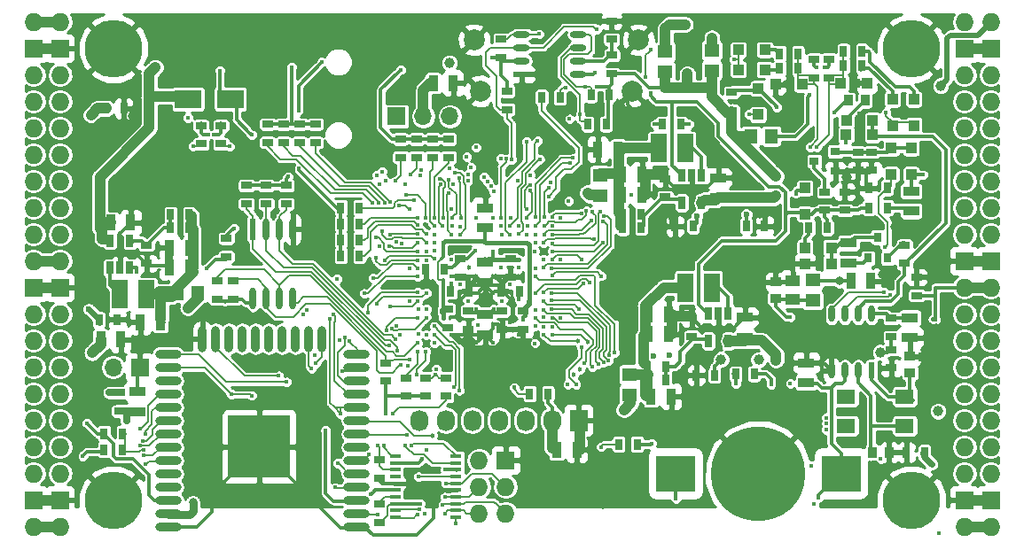
<source format=gbl>
G04 #@! TF.GenerationSoftware,KiCad,Pcbnew,5.0.0-rc2+dfsg1-3*
G04 #@! TF.CreationDate,2018-07-04T21:59:52+02:00*
G04 #@! TF.ProjectId,ulx3s,756C7833732E6B696361645F70636200,rev?*
G04 #@! TF.SameCoordinates,Original*
G04 #@! TF.FileFunction,Copper,L4,Bot,Signal*
G04 #@! TF.FilePolarity,Positive*
%FSLAX46Y46*%
G04 Gerber Fmt 4.6, Leading zero omitted, Abs format (unit mm)*
G04 Created by KiCad (PCBNEW 5.0.0-rc2+dfsg1-3) date Wed Jul  4 21:59:52 2018*
%MOMM*%
%LPD*%
G01*
G04 APERTURE LIST*
G04 #@! TA.AperFunction,SMDPad,CuDef*
%ADD10R,3.700000X3.500000*%
G04 #@! TD*
G04 #@! TA.AperFunction,BGAPad,CuDef*
%ADD11C,9.000000*%
G04 #@! TD*
G04 #@! TA.AperFunction,SMDPad,CuDef*
%ADD12R,1.550000X0.600000*%
G04 #@! TD*
G04 #@! TA.AperFunction,SMDPad,CuDef*
%ADD13O,1.550000X0.600000*%
G04 #@! TD*
G04 #@! TA.AperFunction,SMDPad,CuDef*
%ADD14R,0.600000X2.100000*%
G04 #@! TD*
G04 #@! TA.AperFunction,SMDPad,CuDef*
%ADD15O,0.600000X2.100000*%
G04 #@! TD*
G04 #@! TA.AperFunction,SMDPad,CuDef*
%ADD16R,0.600000X1.550000*%
G04 #@! TD*
G04 #@! TA.AperFunction,SMDPad,CuDef*
%ADD17O,0.600000X1.550000*%
G04 #@! TD*
G04 #@! TA.AperFunction,SMDPad,CuDef*
%ADD18R,1.000000X0.400000*%
G04 #@! TD*
G04 #@! TA.AperFunction,SMDPad,CuDef*
%ADD19R,0.700000X1.200000*%
G04 #@! TD*
G04 #@! TA.AperFunction,SMDPad,CuDef*
%ADD20O,2.500000X0.900000*%
G04 #@! TD*
G04 #@! TA.AperFunction,SMDPad,CuDef*
%ADD21O,0.900000X2.500000*%
G04 #@! TD*
G04 #@! TA.AperFunction,SMDPad,CuDef*
%ADD22R,6.000000X6.000000*%
G04 #@! TD*
G04 #@! TA.AperFunction,ComponentPad*
%ADD23O,1.727200X1.727200*%
G04 #@! TD*
G04 #@! TA.AperFunction,ComponentPad*
%ADD24R,1.727200X1.727200*%
G04 #@! TD*
G04 #@! TA.AperFunction,ComponentPad*
%ADD25C,5.500000*%
G04 #@! TD*
G04 #@! TA.AperFunction,ComponentPad*
%ADD26R,1.727200X2.032000*%
G04 #@! TD*
G04 #@! TA.AperFunction,ComponentPad*
%ADD27O,1.727200X2.032000*%
G04 #@! TD*
G04 #@! TA.AperFunction,SMDPad,CuDef*
%ADD28R,1.800000X1.400000*%
G04 #@! TD*
G04 #@! TA.AperFunction,SMDPad,CuDef*
%ADD29R,0.970000X1.500000*%
G04 #@! TD*
G04 #@! TA.AperFunction,SMDPad,CuDef*
%ADD30R,0.670000X1.000000*%
G04 #@! TD*
G04 #@! TA.AperFunction,SMDPad,CuDef*
%ADD31R,1.500000X0.970000*%
G04 #@! TD*
G04 #@! TA.AperFunction,SMDPad,CuDef*
%ADD32R,1.000000X0.670000*%
G04 #@! TD*
G04 #@! TA.AperFunction,ComponentPad*
%ADD33C,2.000000*%
G04 #@! TD*
G04 #@! TA.AperFunction,SMDPad,CuDef*
%ADD34R,1.000000X1.000000*%
G04 #@! TD*
G04 #@! TA.AperFunction,BGAPad,CuDef*
%ADD35C,0.300000*%
G04 #@! TD*
G04 #@! TA.AperFunction,ComponentPad*
%ADD36R,1.700000X1.700000*%
G04 #@! TD*
G04 #@! TA.AperFunction,ComponentPad*
%ADD37O,1.700000X1.700000*%
G04 #@! TD*
G04 #@! TA.AperFunction,SMDPad,CuDef*
%ADD38R,1.500000X2.700000*%
G04 #@! TD*
G04 #@! TA.AperFunction,SMDPad,CuDef*
%ADD39R,1.295000X1.400000*%
G04 #@! TD*
G04 #@! TA.AperFunction,SMDPad,CuDef*
%ADD40R,1.400000X1.295000*%
G04 #@! TD*
G04 #@! TA.AperFunction,SMDPad,CuDef*
%ADD41R,2.500000X1.800000*%
G04 #@! TD*
G04 #@! TA.AperFunction,SMDPad,CuDef*
%ADD42R,0.800000X0.900000*%
G04 #@! TD*
G04 #@! TA.AperFunction,SMDPad,CuDef*
%ADD43R,0.900000X0.800000*%
G04 #@! TD*
G04 #@! TA.AperFunction,SMDPad,CuDef*
%ADD44R,0.820000X1.000000*%
G04 #@! TD*
G04 #@! TA.AperFunction,SMDPad,CuDef*
%ADD45R,1.000000X0.820000*%
G04 #@! TD*
G04 #@! TA.AperFunction,SMDPad,CuDef*
%ADD46R,1.400000X1.120000*%
G04 #@! TD*
G04 #@! TA.AperFunction,ViaPad*
%ADD47C,0.400000*%
G04 #@! TD*
G04 #@! TA.AperFunction,ViaPad*
%ADD48C,0.700000*%
G04 #@! TD*
G04 #@! TA.AperFunction,ViaPad*
%ADD49C,0.454000*%
G04 #@! TD*
G04 #@! TA.AperFunction,ViaPad*
%ADD50C,0.600000*%
G04 #@! TD*
G04 #@! TA.AperFunction,ViaPad*
%ADD51C,1.000000*%
G04 #@! TD*
G04 #@! TA.AperFunction,ViaPad*
%ADD52C,0.800000*%
G04 #@! TD*
G04 #@! TA.AperFunction,ViaPad*
%ADD53C,3.500000*%
G04 #@! TD*
G04 #@! TA.AperFunction,Conductor*
%ADD54C,0.300000*%
G04 #@! TD*
G04 #@! TA.AperFunction,Conductor*
%ADD55C,0.500000*%
G04 #@! TD*
G04 #@! TA.AperFunction,Conductor*
%ADD56C,1.000000*%
G04 #@! TD*
G04 #@! TA.AperFunction,Conductor*
%ADD57C,0.700000*%
G04 #@! TD*
G04 #@! TA.AperFunction,Conductor*
%ADD58C,0.600000*%
G04 #@! TD*
G04 #@! TA.AperFunction,Conductor*
%ADD59C,0.400000*%
G04 #@! TD*
G04 #@! TA.AperFunction,Conductor*
%ADD60C,0.800000*%
G04 #@! TD*
G04 #@! TA.AperFunction,Conductor*
%ADD61C,0.190000*%
G04 #@! TD*
G04 #@! TA.AperFunction,Conductor*
%ADD62C,0.200000*%
G04 #@! TD*
G04 #@! TA.AperFunction,Conductor*
%ADD63C,1.500000*%
G04 #@! TD*
G04 #@! TA.AperFunction,Conductor*
%ADD64C,0.127000*%
G04 #@! TD*
G04 #@! TA.AperFunction,Conductor*
%ADD65C,0.180000*%
G04 #@! TD*
G04 #@! TA.AperFunction,Conductor*
%ADD66C,1.200000*%
G04 #@! TD*
G04 #@! TA.AperFunction,Conductor*
%ADD67C,0.254000*%
G04 #@! TD*
G04 APERTURE END LIST*
D10*
G04 #@! TO.P,BAT1,1*
G04 #@! TO.N,/power/VBAT*
X172485000Y-105870000D03*
X156685000Y-105870000D03*
D11*
G04 #@! TO.P,BAT1,2*
G04 #@! TO.N,GND*
X164585000Y-105870000D03*
G04 #@! TD*
D12*
G04 #@! TO.P,U11,1*
G04 #@! TO.N,GND*
X141980000Y-67706500D03*
D13*
G04 #@! TO.P,U11,2*
G04 #@! TO.N,+2V5*
X141980000Y-66436500D03*
G04 #@! TO.P,U11,3*
G04 #@! TO.N,FPDI_SCL*
X141980000Y-65166500D03*
G04 #@! TO.P,U11,4*
G04 #@! TO.N,FPDI_SDA*
X141980000Y-63896500D03*
G04 #@! TO.P,U11,5*
G04 #@! TO.N,GPDI_SDA*
X147380000Y-63896500D03*
G04 #@! TO.P,U11,6*
G04 #@! TO.N,GPDI_SCL*
X147380000Y-65166500D03*
G04 #@! TO.P,U11,7*
G04 #@! TO.N,/gpdi/VREF2*
X147380000Y-66436500D03*
G04 #@! TO.P,U11,8*
G04 #@! TO.N,+3V3*
X147380000Y-67706500D03*
G04 #@! TD*
D14*
G04 #@! TO.P,U10,1*
G04 #@! TO.N,/flash/FLASH_nCS*
X116340000Y-82520000D03*
D15*
G04 #@! TO.P,U10,2*
G04 #@! TO.N,/flash/FLASH_MISO*
X117610000Y-82520000D03*
G04 #@! TO.P,U10,3*
G04 #@! TO.N,/flash/FLASH_nWP*
X118880000Y-82520000D03*
G04 #@! TO.P,U10,4*
G04 #@! TO.N,GND*
X120150000Y-82520000D03*
G04 #@! TO.P,U10,5*
G04 #@! TO.N,/flash/FLASH_MOSI*
X120150000Y-89124000D03*
G04 #@! TO.P,U10,6*
G04 #@! TO.N,/flash/FLASH_SCK*
X118880000Y-89124000D03*
G04 #@! TO.P,U10,7*
G04 #@! TO.N,/flash/FLASH_nHOLD*
X117610000Y-89124000D03*
G04 #@! TO.P,U10,8*
G04 #@! TO.N,+3V3*
X116340000Y-89124000D03*
G04 #@! TD*
D16*
G04 #@! TO.P,U7,1*
G04 #@! TO.N,/power/OSCI_32k*
X175395000Y-96015000D03*
D17*
G04 #@! TO.P,U7,2*
G04 #@! TO.N,/power/OSCO_32k*
X174125000Y-96015000D03*
G04 #@! TO.P,U7,3*
G04 #@! TO.N,/power/VBAT*
X172855000Y-96015000D03*
G04 #@! TO.P,U7,4*
G04 #@! TO.N,GND*
X171585000Y-96015000D03*
G04 #@! TO.P,U7,5*
G04 #@! TO.N,FPDI_SDA*
X171585000Y-90615000D03*
G04 #@! TO.P,U7,6*
G04 #@! TO.N,FPDI_SCL*
X172855000Y-90615000D03*
G04 #@! TO.P,U7,7*
G04 #@! TO.N,/power/WAKEUPn*
X174125000Y-90615000D03*
G04 #@! TO.P,U7,8*
G04 #@! TO.N,/power/RTCVDD*
X175395000Y-90615000D03*
G04 #@! TD*
D18*
G04 #@! TO.P,U6,20*
G04 #@! TO.N,FTDI_TXD*
X129935000Y-104215000D03*
G04 #@! TO.P,U6,19*
G04 #@! TO.N,FTDI_nSLEEP*
X129935000Y-104865000D03*
G04 #@! TO.P,U6,18*
G04 #@! TO.N,FTDI_TXDEN*
X129935000Y-105515000D03*
G04 #@! TO.P,U6,17*
G04 #@! TO.N,FTDI_nRXLED*
X129935000Y-106165000D03*
G04 #@! TO.P,U6,16*
G04 #@! TO.N,GND*
X129935000Y-106815000D03*
G04 #@! TO.P,U6,15*
G04 #@! TO.N,USB5V*
X129935000Y-107465000D03*
G04 #@! TO.P,U6,14*
G04 #@! TO.N,nRESET*
X129935000Y-108115000D03*
G04 #@! TO.P,U6,13*
G04 #@! TO.N,FT2V5*
X129935000Y-108765000D03*
G04 #@! TO.P,U6,12*
G04 #@! TO.N,USB_FTDI_D-*
X129935000Y-109415000D03*
G04 #@! TO.P,U6,11*
G04 #@! TO.N,USB_FTDI_D+*
X129935000Y-110065000D03*
G04 #@! TO.P,U6,10*
G04 #@! TO.N,FTDI_nTXLED*
X135735000Y-110065000D03*
G04 #@! TO.P,U6,9*
G04 #@! TO.N,JTAG_TDO*
X135735000Y-109415000D03*
G04 #@! TO.P,U6,8*
G04 #@! TO.N,JTAG_TMS*
X135735000Y-108765000D03*
G04 #@! TO.P,U6,7*
G04 #@! TO.N,JTAG_TCK*
X135735000Y-108115000D03*
G04 #@! TO.P,U6,6*
G04 #@! TO.N,GND*
X135735000Y-107465000D03*
G04 #@! TO.P,U6,5*
G04 #@! TO.N,JTAG_TDI*
X135735000Y-106815000D03*
G04 #@! TO.P,U6,4*
G04 #@! TO.N,FTDI_RXD*
X135735000Y-106165000D03*
G04 #@! TO.P,U6,3*
G04 #@! TO.N,FT2V5*
X135735000Y-105515000D03*
G04 #@! TO.P,U6,2*
G04 #@! TO.N,FTDI_nRTS*
X135735000Y-104865000D03*
G04 #@! TO.P,U6,1*
G04 #@! TO.N,FTDI_nDTR*
X135735000Y-104215000D03*
G04 #@! TD*
D19*
G04 #@! TO.P,U5,1*
G04 #@! TO.N,/power/PWREN*
X157285000Y-77392000D03*
G04 #@! TO.P,U5,2*
G04 #@! TO.N,GND*
X158235000Y-77392000D03*
G04 #@! TO.P,U5,3*
G04 #@! TO.N,/power/L3*
X159185000Y-77392000D03*
G04 #@! TO.P,U5,4*
G04 #@! TO.N,+5V*
X159185000Y-79992000D03*
G04 #@! TO.P,U5,5*
G04 #@! TO.N,/power/FB3*
X157285000Y-79992000D03*
G04 #@! TD*
G04 #@! TO.P,U3,1*
G04 #@! TO.N,/power/PWREN*
X159825000Y-90600000D03*
G04 #@! TO.P,U3,2*
G04 #@! TO.N,GND*
X160775000Y-90600000D03*
G04 #@! TO.P,U3,3*
G04 #@! TO.N,/power/L1*
X161725000Y-90600000D03*
G04 #@! TO.P,U3,4*
G04 #@! TO.N,+5V*
X161725000Y-93200000D03*
G04 #@! TO.P,U3,5*
G04 #@! TO.N,/power/FB1*
X159825000Y-93200000D03*
G04 #@! TD*
G04 #@! TO.P,U4,1*
G04 #@! TO.N,/power/PWREN*
X104575000Y-86215000D03*
G04 #@! TO.P,U4,2*
G04 #@! TO.N,GND*
X103625000Y-86215000D03*
G04 #@! TO.P,U4,3*
G04 #@! TO.N,/power/L2*
X102675000Y-86215000D03*
G04 #@! TO.P,U4,4*
G04 #@! TO.N,+5V*
X102675000Y-83615000D03*
G04 #@! TO.P,U4,5*
G04 #@! TO.N,/power/FB2*
X104575000Y-83615000D03*
G04 #@! TD*
D20*
G04 #@! TO.P,U9,38*
G04 #@! TO.N,GND*
X126230000Y-111000000D03*
G04 #@! TO.P,U9,37*
G04 #@! TO.N,JTAG_TDI*
X126230000Y-109730000D03*
G04 #@! TO.P,U9,36*
G04 #@! TO.N,PROG_DONE*
X126230000Y-108460000D03*
G04 #@! TO.P,U9,35*
G04 #@! TO.N,WIFI_TXD*
X126230000Y-107190000D03*
G04 #@! TO.P,U9,34*
G04 #@! TO.N,WIFI_RXD*
X126230000Y-105920000D03*
G04 #@! TO.P,U9,33*
G04 #@! TO.N,JTAG_TMS*
X126230000Y-104650000D03*
G04 #@! TO.P,U9,32*
G04 #@! TO.N,Net-(U9-Pad32)*
X126230000Y-103380000D03*
G04 #@! TO.P,U9,31*
G04 #@! TO.N,JTAG_TDO*
X126230000Y-102110000D03*
G04 #@! TO.P,U9,30*
G04 #@! TO.N,JTAG_TCK*
X126230000Y-100840000D03*
G04 #@! TO.P,U9,29*
G04 #@! TO.N,WIFI_GPIO5*
X126230000Y-99570000D03*
G04 #@! TO.P,U9,28*
G04 #@! TO.N,WIFI_GPIO17*
X126230000Y-98300000D03*
G04 #@! TO.P,U9,27*
G04 #@! TO.N,WIFI_GPIO16*
X126230000Y-97030000D03*
G04 #@! TO.P,U9,26*
G04 #@! TO.N,SD_D1*
X126230000Y-95760000D03*
G04 #@! TO.P,U9,25*
G04 #@! TO.N,WIFI_GPIO0*
X126230000Y-94490000D03*
D21*
G04 #@! TO.P,U9,24*
G04 #@! TO.N,SD_D0*
X122945000Y-93000000D03*
G04 #@! TO.P,U9,23*
G04 #@! TO.N,SD_CMD*
X121675000Y-93000000D03*
G04 #@! TO.P,U9,22*
G04 #@! TO.N,Net-(U9-Pad22)*
X120405000Y-93000000D03*
G04 #@! TO.P,U9,21*
G04 #@! TO.N,Net-(U9-Pad21)*
X119135000Y-93000000D03*
G04 #@! TO.P,U9,20*
G04 #@! TO.N,Net-(U9-Pad20)*
X117865000Y-93000000D03*
G04 #@! TO.P,U9,19*
G04 #@! TO.N,Net-(U9-Pad19)*
X116595000Y-93000000D03*
G04 #@! TO.P,U9,18*
G04 #@! TO.N,Net-(U9-Pad18)*
X115325000Y-93000000D03*
G04 #@! TO.P,U9,17*
G04 #@! TO.N,Net-(U9-Pad17)*
X114055000Y-93000000D03*
G04 #@! TO.P,U9,16*
G04 #@! TO.N,SD_D3*
X112785000Y-93000000D03*
G04 #@! TO.P,U9,15*
G04 #@! TO.N,GND*
X111515000Y-93000000D03*
D20*
G04 #@! TO.P,U9,14*
G04 #@! TO.N,SD_D2*
X108230000Y-94490000D03*
G04 #@! TO.P,U9,13*
G04 #@! TO.N,SD_CLK*
X108230000Y-95760000D03*
G04 #@! TO.P,U9,12*
G04 #@! TO.N,Net-(U9-Pad12)*
X108230000Y-97030000D03*
G04 #@! TO.P,U9,11*
G04 #@! TO.N,GN11*
X108230000Y-98300000D03*
G04 #@! TO.P,U9,10*
G04 #@! TO.N,GP11*
X108230000Y-99570000D03*
G04 #@! TO.P,U9,9*
G04 #@! TO.N,GN12*
X108230000Y-100840000D03*
G04 #@! TO.P,U9,8*
G04 #@! TO.N,GP12*
X108230000Y-102110000D03*
G04 #@! TO.P,U9,7*
G04 #@! TO.N,GN13*
X108230000Y-103380000D03*
G04 #@! TO.P,U9,6*
G04 #@! TO.N,GP13*
X108230000Y-104650000D03*
G04 #@! TO.P,U9,5*
G04 #@! TO.N,Net-(U9-Pad5)*
X108230000Y-105920000D03*
G04 #@! TO.P,U9,4*
G04 #@! TO.N,Net-(U9-Pad4)*
X108230000Y-107190000D03*
G04 #@! TO.P,U9,3*
G04 #@! TO.N,/wifi/WIFIEN*
X108230000Y-108460000D03*
G04 #@! TO.P,U9,2*
G04 #@! TO.N,+3V3*
X108230000Y-109730000D03*
G04 #@! TO.P,U9,1*
G04 #@! TO.N,GND*
X108230000Y-111000000D03*
D22*
G04 #@! TO.P,U9,39*
X116930000Y-103300000D03*
G04 #@! TD*
D23*
G04 #@! TO.P,J1,1*
G04 #@! TO.N,2V5_3V3*
X97910000Y-62690000D03*
G04 #@! TO.P,J1,2*
X95370000Y-62690000D03*
D24*
G04 #@! TO.P,J1,3*
G04 #@! TO.N,GND*
X97910000Y-65230000D03*
G04 #@! TO.P,J1,4*
X95370000Y-65230000D03*
D23*
G04 #@! TO.P,J1,5*
G04 #@! TO.N,GN0*
X97910000Y-67770000D03*
G04 #@! TO.P,J1,6*
G04 #@! TO.N,GP0*
X95370000Y-67770000D03*
G04 #@! TO.P,J1,7*
G04 #@! TO.N,GN1*
X97910000Y-70310000D03*
G04 #@! TO.P,J1,8*
G04 #@! TO.N,GP1*
X95370000Y-70310000D03*
G04 #@! TO.P,J1,9*
G04 #@! TO.N,GN2*
X97910000Y-72850000D03*
G04 #@! TO.P,J1,10*
G04 #@! TO.N,GP2*
X95370000Y-72850000D03*
G04 #@! TO.P,J1,11*
G04 #@! TO.N,GN3*
X97910000Y-75390000D03*
G04 #@! TO.P,J1,12*
G04 #@! TO.N,GP3*
X95370000Y-75390000D03*
G04 #@! TO.P,J1,13*
G04 #@! TO.N,GN4*
X97910000Y-77930000D03*
G04 #@! TO.P,J1,14*
G04 #@! TO.N,GP4*
X95370000Y-77930000D03*
G04 #@! TO.P,J1,15*
G04 #@! TO.N,GN5*
X97910000Y-80470000D03*
G04 #@! TO.P,J1,16*
G04 #@! TO.N,GP5*
X95370000Y-80470000D03*
G04 #@! TO.P,J1,17*
G04 #@! TO.N,GN6*
X97910000Y-83010000D03*
G04 #@! TO.P,J1,18*
G04 #@! TO.N,GP6*
X95370000Y-83010000D03*
G04 #@! TO.P,J1,19*
G04 #@! TO.N,2V5_3V3*
X97910000Y-85550000D03*
G04 #@! TO.P,J1,20*
X95370000Y-85550000D03*
D24*
G04 #@! TO.P,J1,21*
G04 #@! TO.N,GND*
X97910000Y-88090000D03*
G04 #@! TO.P,J1,22*
X95370000Y-88090000D03*
D23*
G04 #@! TO.P,J1,23*
G04 #@! TO.N,GN7*
X97910000Y-90630000D03*
G04 #@! TO.P,J1,24*
G04 #@! TO.N,GP7*
X95370000Y-90630000D03*
G04 #@! TO.P,J1,25*
G04 #@! TO.N,GN8*
X97910000Y-93170000D03*
G04 #@! TO.P,J1,26*
G04 #@! TO.N,GP8*
X95370000Y-93170000D03*
G04 #@! TO.P,J1,27*
G04 #@! TO.N,GN9*
X97910000Y-95710000D03*
G04 #@! TO.P,J1,28*
G04 #@! TO.N,GP9*
X95370000Y-95710000D03*
G04 #@! TO.P,J1,29*
G04 #@! TO.N,GN10*
X97910000Y-98250000D03*
G04 #@! TO.P,J1,30*
G04 #@! TO.N,GP10*
X95370000Y-98250000D03*
G04 #@! TO.P,J1,31*
G04 #@! TO.N,GN11*
X97910000Y-100790000D03*
G04 #@! TO.P,J1,32*
G04 #@! TO.N,GP11*
X95370000Y-100790000D03*
G04 #@! TO.P,J1,33*
G04 #@! TO.N,GN12*
X97910000Y-103330000D03*
G04 #@! TO.P,J1,34*
G04 #@! TO.N,GP12*
X95370000Y-103330000D03*
G04 #@! TO.P,J1,35*
G04 #@! TO.N,GN13*
X97910000Y-105870000D03*
G04 #@! TO.P,J1,36*
G04 #@! TO.N,GP13*
X95370000Y-105870000D03*
D24*
G04 #@! TO.P,J1,37*
G04 #@! TO.N,GND*
X97910000Y-108410000D03*
G04 #@! TO.P,J1,38*
X95370000Y-108410000D03*
D23*
G04 #@! TO.P,J1,39*
G04 #@! TO.N,2V5_3V3*
X97910000Y-110950000D03*
G04 #@! TO.P,J1,40*
X95370000Y-110950000D03*
G04 #@! TD*
G04 #@! TO.P,J2,1*
G04 #@! TO.N,+3V3*
X184270000Y-110950000D03*
G04 #@! TO.P,J2,2*
X186810000Y-110950000D03*
D24*
G04 #@! TO.P,J2,3*
G04 #@! TO.N,GND*
X184270000Y-108410000D03*
G04 #@! TO.P,J2,4*
X186810000Y-108410000D03*
D23*
G04 #@! TO.P,J2,5*
G04 #@! TO.N,GN14*
X184270000Y-105870000D03*
G04 #@! TO.P,J2,6*
G04 #@! TO.N,GP14*
X186810000Y-105870000D03*
G04 #@! TO.P,J2,7*
G04 #@! TO.N,GN15*
X184270000Y-103330000D03*
G04 #@! TO.P,J2,8*
G04 #@! TO.N,GP15*
X186810000Y-103330000D03*
G04 #@! TO.P,J2,9*
G04 #@! TO.N,GN16*
X184270000Y-100790000D03*
G04 #@! TO.P,J2,10*
G04 #@! TO.N,GP16*
X186810000Y-100790000D03*
G04 #@! TO.P,J2,11*
G04 #@! TO.N,GN17*
X184270000Y-98250000D03*
G04 #@! TO.P,J2,12*
G04 #@! TO.N,GP17*
X186810000Y-98250000D03*
G04 #@! TO.P,J2,13*
G04 #@! TO.N,GN18*
X184270000Y-95710000D03*
G04 #@! TO.P,J2,14*
G04 #@! TO.N,GP18*
X186810000Y-95710000D03*
G04 #@! TO.P,J2,15*
G04 #@! TO.N,GN19*
X184270000Y-93170000D03*
G04 #@! TO.P,J2,16*
G04 #@! TO.N,GP19*
X186810000Y-93170000D03*
G04 #@! TO.P,J2,17*
G04 #@! TO.N,GN20*
X184270000Y-90630000D03*
G04 #@! TO.P,J2,18*
G04 #@! TO.N,GP20*
X186810000Y-90630000D03*
G04 #@! TO.P,J2,19*
G04 #@! TO.N,+3V3*
X184270000Y-88090000D03*
G04 #@! TO.P,J2,20*
X186810000Y-88090000D03*
D24*
G04 #@! TO.P,J2,21*
G04 #@! TO.N,GND*
X184270000Y-85550000D03*
G04 #@! TO.P,J2,22*
X186810000Y-85550000D03*
D23*
G04 #@! TO.P,J2,23*
G04 #@! TO.N,GN21*
X184270000Y-83010000D03*
G04 #@! TO.P,J2,24*
G04 #@! TO.N,GP21*
X186810000Y-83010000D03*
G04 #@! TO.P,J2,25*
G04 #@! TO.N,GN22*
X184270000Y-80470000D03*
G04 #@! TO.P,J2,26*
G04 #@! TO.N,GP22*
X186810000Y-80470000D03*
G04 #@! TO.P,J2,27*
G04 #@! TO.N,GN23*
X184270000Y-77930000D03*
G04 #@! TO.P,J2,28*
G04 #@! TO.N,GP23*
X186810000Y-77930000D03*
G04 #@! TO.P,J2,29*
G04 #@! TO.N,GN24*
X184270000Y-75390000D03*
G04 #@! TO.P,J2,30*
G04 #@! TO.N,GP24*
X186810000Y-75390000D03*
G04 #@! TO.P,J2,31*
G04 #@! TO.N,GN25*
X184270000Y-72850000D03*
G04 #@! TO.P,J2,32*
G04 #@! TO.N,GP25*
X186810000Y-72850000D03*
G04 #@! TO.P,J2,33*
G04 #@! TO.N,GN26*
X184270000Y-70310000D03*
G04 #@! TO.P,J2,34*
G04 #@! TO.N,GP26*
X186810000Y-70310000D03*
G04 #@! TO.P,J2,35*
G04 #@! TO.N,GN27*
X184270000Y-67770000D03*
G04 #@! TO.P,J2,36*
G04 #@! TO.N,GP27*
X186810000Y-67770000D03*
D24*
G04 #@! TO.P,J2,37*
G04 #@! TO.N,GND*
X184270000Y-65230000D03*
G04 #@! TO.P,J2,38*
X186810000Y-65230000D03*
D23*
G04 #@! TO.P,J2,39*
G04 #@! TO.N,/gpio/IN5V*
X184270000Y-62690000D03*
G04 #@! TO.P,J2,40*
G04 #@! TO.N,/gpio/OUT5V*
X186810000Y-62690000D03*
G04 #@! TD*
D25*
G04 #@! TO.P,H1,1*
G04 #@! TO.N,GND*
X102990000Y-108410000D03*
G04 #@! TD*
G04 #@! TO.P,H2,1*
G04 #@! TO.N,GND*
X179190000Y-108410000D03*
G04 #@! TD*
G04 #@! TO.P,H3,1*
G04 #@! TO.N,GND*
X179190000Y-65230000D03*
G04 #@! TD*
G04 #@! TO.P,H4,1*
G04 #@! TO.N,GND*
X102990000Y-65230000D03*
G04 #@! TD*
D24*
G04 #@! TO.P,J4,1*
G04 #@! TO.N,GND*
X140455000Y-104600000D03*
D23*
G04 #@! TO.P,J4,2*
G04 #@! TO.N,+3V3*
X137915000Y-104600000D03*
G04 #@! TO.P,J4,3*
G04 #@! TO.N,JTAG_TDI*
X140455000Y-107140000D03*
G04 #@! TO.P,J4,4*
G04 #@! TO.N,JTAG_TCK*
X137915000Y-107140000D03*
G04 #@! TO.P,J4,5*
G04 #@! TO.N,JTAG_TMS*
X140455000Y-109680000D03*
G04 #@! TO.P,J4,6*
G04 #@! TO.N,JTAG_TDO*
X137915000Y-109680000D03*
G04 #@! TD*
D26*
G04 #@! TO.P,OLED1,1*
G04 #@! TO.N,GND*
X147440000Y-100790000D03*
D27*
G04 #@! TO.P,OLED1,2*
G04 #@! TO.N,+3V3*
X144900000Y-100790000D03*
G04 #@! TO.P,OLED1,3*
G04 #@! TO.N,OLED_CLK*
X142360000Y-100790000D03*
G04 #@! TO.P,OLED1,4*
G04 #@! TO.N,OLED_MOSI*
X139820000Y-100790000D03*
G04 #@! TO.P,OLED1,5*
G04 #@! TO.N,OLED_RES*
X137280000Y-100790000D03*
G04 #@! TO.P,OLED1,6*
G04 #@! TO.N,OLED_DC*
X134740000Y-100790000D03*
G04 #@! TO.P,OLED1,7*
G04 #@! TO.N,OLED_CS*
X132200000Y-100790000D03*
G04 #@! TD*
D28*
G04 #@! TO.P,Y2,4*
G04 #@! TO.N,/power/OSCI_32k*
X178576000Y-98522000D03*
G04 #@! TO.P,Y2,3*
G04 #@! TO.N,Net-(Y2-Pad3)*
X172976000Y-98522000D03*
G04 #@! TO.P,Y2,2*
G04 #@! TO.N,Net-(Y2-Pad2)*
X172976000Y-101322000D03*
G04 #@! TO.P,Y2,1*
G04 #@! TO.N,/power/OSCO_32k*
X178576000Y-101322000D03*
G04 #@! TD*
D29*
G04 #@! TO.P,C47,1*
G04 #@! TO.N,2V5_3V3*
X133546000Y-68550000D03*
G04 #@! TO.P,C47,2*
G04 #@! TO.N,GND*
X135456000Y-68550000D03*
G04 #@! TD*
G04 #@! TO.P,C1,1*
G04 #@! TO.N,+5V*
X102748500Y-81885000D03*
G04 #@! TO.P,C1,2*
G04 #@! TO.N,GND*
X104658500Y-81885000D03*
G04 #@! TD*
D30*
G04 #@! TO.P,C2,1*
G04 #@! TO.N,/power/P1V1*
X153985000Y-96910000D03*
G04 #@! TO.P,C2,2*
G04 #@! TO.N,/power/FB1*
X155735000Y-96910000D03*
G04 #@! TD*
D29*
G04 #@! TO.P,C3,2*
G04 #@! TO.N,GND*
X156015000Y-90630000D03*
G04 #@! TO.P,C3,1*
G04 #@! TO.N,/power/P1V1*
X154105000Y-90630000D03*
G04 #@! TD*
G04 #@! TO.P,C4,1*
G04 #@! TO.N,/power/P1V1*
X154105000Y-92535000D03*
G04 #@! TO.P,C4,2*
G04 #@! TO.N,GND*
X156015000Y-92535000D03*
G04 #@! TD*
D31*
G04 #@! TO.P,C5,2*
G04 #@! TO.N,GND*
X163315000Y-90945000D03*
G04 #@! TO.P,C5,1*
G04 #@! TO.N,+5V*
X163315000Y-92855000D03*
G04 #@! TD*
D30*
G04 #@! TO.P,C6,1*
G04 #@! TO.N,/power/P3V3*
X151645000Y-82375000D03*
G04 #@! TO.P,C6,2*
G04 #@! TO.N,/power/FB3*
X153395000Y-82375000D03*
G04 #@! TD*
D29*
G04 #@! TO.P,C7,2*
G04 #@! TO.N,GND*
X153475000Y-79200000D03*
G04 #@! TO.P,C7,1*
G04 #@! TO.N,/power/P3V3*
X151565000Y-79200000D03*
G04 #@! TD*
G04 #@! TO.P,C8,2*
G04 #@! TO.N,GND*
X153475000Y-77295000D03*
G04 #@! TO.P,C8,1*
G04 #@! TO.N,/power/P3V3*
X151565000Y-77295000D03*
G04 #@! TD*
D31*
G04 #@! TO.P,C9,1*
G04 #@! TO.N,+5V*
X160775000Y-79520000D03*
G04 #@! TO.P,C9,2*
G04 #@! TO.N,GND*
X160775000Y-77610000D03*
G04 #@! TD*
D30*
G04 #@! TO.P,C10,2*
G04 #@! TO.N,/power/FB2*
X108465000Y-81105000D03*
G04 #@! TO.P,C10,1*
G04 #@! TO.N,/power/P2V5*
X110215000Y-81105000D03*
G04 #@! TD*
D29*
G04 #@! TO.P,C11,2*
G04 #@! TO.N,GND*
X108385000Y-84280000D03*
G04 #@! TO.P,C11,1*
G04 #@! TO.N,/power/P2V5*
X110295000Y-84280000D03*
G04 #@! TD*
G04 #@! TO.P,C12,1*
G04 #@! TO.N,/power/P2V5*
X110295000Y-86185000D03*
G04 #@! TO.P,C12,2*
G04 #@! TO.N,GND*
X108385000Y-86185000D03*
G04 #@! TD*
D31*
G04 #@! TO.P,C13,2*
G04 #@! TO.N,/power/WKUP*
X173221000Y-83833000D03*
G04 #@! TO.P,C13,1*
G04 #@! TO.N,+5V*
X173221000Y-85743000D03*
G04 #@! TD*
D32*
G04 #@! TO.P,C14,2*
G04 #@! TO.N,GND*
X175380000Y-76900000D03*
G04 #@! TO.P,C14,1*
G04 #@! TO.N,/power/SHUT*
X175380000Y-75150000D03*
G04 #@! TD*
D31*
G04 #@! TO.P,C15,1*
G04 #@! TO.N,/sdcard/SD3V3*
X105276000Y-99967000D03*
G04 #@! TO.P,C15,2*
G04 #@! TO.N,GND*
X105276000Y-98057000D03*
G04 #@! TD*
D29*
G04 #@! TO.P,C16,1*
G04 #@! TO.N,+3V3*
X173424000Y-87473000D03*
G04 #@! TO.P,C16,2*
G04 #@! TO.N,GND*
X175334000Y-87473000D03*
G04 #@! TD*
D31*
G04 #@! TO.P,C17,1*
G04 #@! TO.N,+1V1*
X138500000Y-90665000D03*
G04 #@! TO.P,C17,2*
G04 #@! TO.N,GND*
X138500000Y-92575000D03*
G04 #@! TD*
D32*
G04 #@! TO.P,C18,1*
G04 #@! TO.N,/gpdi/VREF2*
X150589600Y-64359000D03*
G04 #@! TO.P,C18,2*
G04 #@! TO.N,GND*
X150589600Y-62609000D03*
G04 #@! TD*
D31*
G04 #@! TO.P,C19,1*
G04 #@! TO.N,+2V5*
X138500000Y-82375000D03*
G04 #@! TO.P,C19,2*
G04 #@! TO.N,GND*
X138500000Y-80465000D03*
G04 #@! TD*
G04 #@! TO.P,C20,2*
G04 #@! TO.N,GND*
X138500000Y-87575000D03*
G04 #@! TO.P,C20,1*
G04 #@! TO.N,+3V3*
X138500000Y-85665000D03*
G04 #@! TD*
D29*
G04 #@! TO.P,C21,2*
G04 #@! TO.N,GND*
X103706000Y-93061000D03*
G04 #@! TO.P,C21,1*
G04 #@! TO.N,+3V3*
X101796000Y-93061000D03*
G04 #@! TD*
G04 #@! TO.P,C22,1*
G04 #@! TO.N,/power/P1V1*
X154359000Y-98504000D03*
G04 #@! TO.P,C22,2*
G04 #@! TO.N,GND*
X156269000Y-98504000D03*
G04 #@! TD*
G04 #@! TO.P,C23,2*
G04 #@! TO.N,GND*
X105591000Y-91392000D03*
G04 #@! TO.P,C23,1*
G04 #@! TO.N,/power/P2V5*
X107501000Y-91392000D03*
G04 #@! TD*
G04 #@! TO.P,C24,1*
G04 #@! TO.N,/power/P3V3*
X151189000Y-74882000D03*
G04 #@! TO.P,C24,2*
G04 #@! TO.N,GND*
X149279000Y-74882000D03*
G04 #@! TD*
D32*
G04 #@! TO.P,C25,2*
G04 #@! TO.N,GND*
X140900000Y-87095000D03*
G04 #@! TO.P,C25,1*
G04 #@! TO.N,+3V3*
X140900000Y-85345000D03*
G04 #@! TD*
G04 #@! TO.P,C26,2*
G04 #@! TO.N,GND*
X136100000Y-87095000D03*
G04 #@! TO.P,C26,1*
G04 #@! TO.N,2V5_3V3*
X136100000Y-85345000D03*
G04 #@! TD*
G04 #@! TO.P,C27,2*
G04 #@! TO.N,GND*
X136900000Y-92095000D03*
G04 #@! TO.P,C27,1*
G04 #@! TO.N,+1V1*
X136900000Y-90345000D03*
G04 #@! TD*
G04 #@! TO.P,C28,1*
G04 #@! TO.N,+1V1*
X140100000Y-90345000D03*
G04 #@! TO.P,C28,2*
G04 #@! TO.N,GND*
X140100000Y-92095000D03*
G04 #@! TD*
G04 #@! TO.P,C29,2*
G04 #@! TO.N,GND*
X142100000Y-92095000D03*
G04 #@! TO.P,C29,1*
G04 #@! TO.N,+2V5*
X142100000Y-90345000D03*
G04 #@! TD*
G04 #@! TO.P,C30,1*
G04 #@! TO.N,+2V5*
X134900000Y-90145000D03*
G04 #@! TO.P,C30,2*
G04 #@! TO.N,GND*
X134900000Y-91895000D03*
G04 #@! TD*
D30*
G04 #@! TO.P,C31,1*
G04 #@! TO.N,+3V3*
X135225000Y-88420000D03*
G04 #@! TO.P,C31,2*
G04 #@! TO.N,GND*
X136975000Y-88420000D03*
G04 #@! TD*
G04 #@! TO.P,C32,2*
G04 #@! TO.N,GND*
X140025000Y-88420000D03*
G04 #@! TO.P,C32,1*
G04 #@! TO.N,+3V3*
X141775000Y-88420000D03*
G04 #@! TD*
G04 #@! TO.P,C33,1*
G04 #@! TO.N,+3V3*
X163425000Y-82220000D03*
G04 #@! TO.P,C33,2*
G04 #@! TO.N,GND*
X165175000Y-82220000D03*
G04 #@! TD*
G04 #@! TO.P,C34,1*
G04 #@! TO.N,+3V3*
X158375000Y-82220000D03*
G04 #@! TO.P,C34,2*
G04 #@! TO.N,GND*
X156625000Y-82220000D03*
G04 #@! TD*
D32*
G04 #@! TO.P,C35,1*
G04 #@! TO.N,+3V3*
X177300000Y-94025000D03*
G04 #@! TO.P,C35,2*
G04 #@! TO.N,GND*
X177300000Y-95775000D03*
G04 #@! TD*
D29*
G04 #@! TO.P,C46,1*
G04 #@! TO.N,+3V3*
X145342000Y-103584000D03*
G04 #@! TO.P,C46,2*
G04 #@! TO.N,GND*
X147252000Y-103584000D03*
G04 #@! TD*
D30*
G04 #@! TO.P,C48,2*
G04 #@! TO.N,GND*
X103995000Y-70963000D03*
G04 #@! TO.P,C48,1*
G04 #@! TO.N,2V5_3V3*
X102245000Y-70963000D03*
G04 #@! TD*
G04 #@! TO.P,C49,2*
G04 #@! TO.N,GND*
X103372000Y-91156000D03*
G04 #@! TO.P,C49,1*
G04 #@! TO.N,2V5_3V3*
X101622000Y-91156000D03*
G04 #@! TD*
D32*
G04 #@! TO.P,C50,1*
G04 #@! TO.N,+3V3*
X179713000Y-88856000D03*
G04 #@! TO.P,C50,2*
G04 #@! TO.N,GND*
X179713000Y-87106000D03*
G04 #@! TD*
D30*
G04 #@! TO.P,C51,1*
G04 #@! TO.N,+3V3*
X180473000Y-103856000D03*
G04 #@! TO.P,C51,2*
G04 #@! TO.N,GND*
X178723000Y-103856000D03*
G04 #@! TD*
G04 #@! TO.P,C52,2*
G04 #@! TO.N,GND*
X158645000Y-96490000D03*
G04 #@! TO.P,C52,1*
G04 #@! TO.N,+3V3*
X160395000Y-96490000D03*
G04 #@! TD*
G04 #@! TO.P,C53,2*
G04 #@! TO.N,GND*
X132827200Y-86330000D03*
G04 #@! TO.P,C53,1*
G04 #@! TO.N,2V5_3V3*
X134577200Y-86330000D03*
G04 #@! TD*
D31*
G04 #@! TO.P,C54,2*
G04 #@! TO.N,GND*
X169172000Y-95281000D03*
G04 #@! TO.P,C54,1*
G04 #@! TO.N,/power/VBAT*
X169172000Y-97191000D03*
G04 #@! TD*
G04 #@! TO.P,D11,1*
G04 #@! TO.N,/power/HOLD*
X179190000Y-80790000D03*
G04 #@! TO.P,D11,2*
G04 #@! TO.N,+3V3*
X179190000Y-78880000D03*
G04 #@! TD*
D33*
G04 #@! TO.P,GPDI1,0*
G04 #@! TO.N,GND*
X152546000Y-69312000D03*
X138046000Y-69312000D03*
X153146000Y-64412000D03*
X137446000Y-64412000D03*
G04 #@! TD*
D34*
G04 #@! TO.P,D10,1*
G04 #@! TO.N,/power/WAKE*
X169050000Y-84280000D03*
G04 #@! TO.P,D10,2*
G04 #@! TO.N,/power/WKUP*
X171550000Y-84280000D03*
G04 #@! TD*
G04 #@! TO.P,D12,2*
G04 #@! TO.N,/power/FTDI_nSUSPEND*
X169030000Y-78585000D03*
G04 #@! TO.P,D12,1*
G04 #@! TO.N,/power/PWREN*
X169030000Y-81085000D03*
G04 #@! TD*
G04 #@! TO.P,D13,1*
G04 #@! TO.N,/power/WKUP*
X171550000Y-85804000D03*
G04 #@! TO.P,D13,2*
G04 #@! TO.N,GND*
X169050000Y-85804000D03*
G04 #@! TD*
G04 #@! TO.P,D14,2*
G04 #@! TO.N,/power/SHUT*
X179190000Y-74775000D03*
G04 #@! TO.P,D14,1*
G04 #@! TO.N,+3V3*
X179190000Y-77275000D03*
G04 #@! TD*
G04 #@! TO.P,D15,2*
G04 #@! TO.N,SHUTDOWN*
X177285000Y-77275000D03*
G04 #@! TO.P,D15,1*
G04 #@! TO.N,/power/SHUT*
X177285000Y-74775000D03*
G04 #@! TD*
G04 #@! TO.P,D16,1*
G04 #@! TO.N,/power/PWRBTn*
X172987000Y-73503000D03*
G04 #@! TO.P,D16,2*
G04 #@! TO.N,/power/WAKEUPn*
X175487000Y-73503000D03*
G04 #@! TD*
G04 #@! TO.P,D17,1*
G04 #@! TO.N,/power/PWRBTn*
X164585000Y-69060000D03*
G04 #@! TO.P,D17,2*
G04 #@! TO.N,BTN_PWRn*
X164585000Y-71560000D03*
G04 #@! TD*
G04 #@! TO.P,D20,1*
G04 #@! TO.N,USB_FPGA_D+*
X168756000Y-68659000D03*
G04 #@! TO.P,D20,2*
G04 #@! TO.N,GND*
X166256000Y-68659000D03*
G04 #@! TD*
G04 #@! TO.P,D21,2*
G04 #@! TO.N,GND*
X174979000Y-68550000D03*
G04 #@! TO.P,D21,1*
G04 #@! TO.N,USB_FPGA_D-*
X172479000Y-68550000D03*
G04 #@! TD*
G04 #@! TO.P,D23,2*
G04 #@! TO.N,Net-(D23-Pad2)*
X165200000Y-67262000D03*
G04 #@! TO.P,D23,1*
G04 #@! TO.N,USB_FPGA_PULL_D+*
X162700000Y-67262000D03*
G04 #@! TD*
G04 #@! TO.P,D24,2*
G04 #@! TO.N,USB_FPGA_PULL_D+*
X162700000Y-65357000D03*
G04 #@! TO.P,D24,1*
G04 #@! TO.N,Net-(D24-Pad1)*
X165200000Y-65357000D03*
G04 #@! TD*
G04 #@! TO.P,D25,1*
G04 #@! TO.N,USB_FPGA_PULL_D-*
X177412000Y-72594000D03*
G04 #@! TO.P,D25,2*
G04 #@! TO.N,Net-(D25-Pad2)*
X177412000Y-70094000D03*
G04 #@! TD*
G04 #@! TO.P,D26,1*
G04 #@! TO.N,Net-(D26-Pad1)*
X179444000Y-70094000D03*
G04 #@! TO.P,D26,2*
G04 #@! TO.N,USB_FPGA_PULL_D-*
X179444000Y-72594000D03*
G04 #@! TD*
D35*
G04 #@! TO.P,AE1,1*
G04 #@! TO.N,/usb/ANT_433MHz*
X181872000Y-111603000D03*
G04 #@! TD*
D32*
G04 #@! TO.P,R49,1*
G04 #@! TO.N,USB_FTDI_D-*
X113277000Y-74360000D03*
G04 #@! TO.P,R49,2*
G04 #@! TO.N,/usb/FTD-*
X113277000Y-72610000D03*
G04 #@! TD*
G04 #@! TO.P,R50,2*
G04 #@! TO.N,/usb/FTD+*
X111372000Y-72610000D03*
G04 #@! TO.P,R50,1*
G04 #@! TO.N,USB_FTDI_D+*
X111372000Y-74360000D03*
G04 #@! TD*
D30*
G04 #@! TO.P,R51,2*
G04 #@! TO.N,/blinkey/SWPU*
X155455000Y-72487000D03*
G04 #@! TO.P,R51,1*
G04 #@! TO.N,2V5_3V3*
X157205000Y-72487000D03*
G04 #@! TD*
D32*
G04 #@! TO.P,R52,2*
G04 #@! TO.N,/usb/FPD-*
X171331000Y-66278000D03*
G04 #@! TO.P,R52,1*
G04 #@! TO.N,USB_FPGA_D-*
X171331000Y-68028000D03*
G04 #@! TD*
G04 #@! TO.P,R53,1*
G04 #@! TO.N,USB_FPGA_D+*
X169919000Y-68028000D03*
G04 #@! TO.P,R53,2*
G04 #@! TO.N,/usb/FPD+*
X169919000Y-66278000D03*
G04 #@! TD*
D30*
G04 #@! TO.P,R54,2*
G04 #@! TO.N,Net-(D26-Pad1)*
X174477000Y-65502000D03*
G04 #@! TO.P,R54,1*
G04 #@! TO.N,USB_FPGA_D-*
X172727000Y-65502000D03*
G04 #@! TD*
D32*
G04 #@! TO.P,R56,1*
G04 #@! TO.N,GND*
X128390000Y-106321000D03*
G04 #@! TO.P,R56,2*
G04 #@! TO.N,FTDI_TXDEN*
X128390000Y-104571000D03*
G04 #@! TD*
G04 #@! TO.P,R57,2*
G04 #@! TO.N,/analog/AUDIO_V*
X117722000Y-72483000D03*
G04 #@! TO.P,R57,1*
G04 #@! TO.N,AUDIO_V0*
X117722000Y-74233000D03*
G04 #@! TD*
G04 #@! TO.P,R58,1*
G04 #@! TO.N,AUDIO_V1*
X119246000Y-74233000D03*
G04 #@! TO.P,R58,2*
G04 #@! TO.N,/analog/AUDIO_V*
X119246000Y-72483000D03*
G04 #@! TD*
G04 #@! TO.P,R59,2*
G04 #@! TO.N,/analog/AUDIO_V*
X120770000Y-72483000D03*
G04 #@! TO.P,R59,1*
G04 #@! TO.N,AUDIO_V2*
X120770000Y-74233000D03*
G04 #@! TD*
G04 #@! TO.P,R60,1*
G04 #@! TO.N,AUDIO_V3*
X122294000Y-74233000D03*
G04 #@! TO.P,R60,2*
G04 #@! TO.N,/analog/AUDIO_V*
X122294000Y-72483000D03*
G04 #@! TD*
D30*
G04 #@! TO.P,R61,1*
G04 #@! TO.N,GPDI_CEC*
X145655000Y-69900000D03*
G04 #@! TO.P,R61,2*
G04 #@! TO.N,/gpdi/FPDI_CEC*
X143905000Y-69900000D03*
G04 #@! TD*
D36*
G04 #@! TO.P,J3,1*
G04 #@! TO.N,GND*
X105530000Y-95710000D03*
D37*
G04 #@! TO.P,J3,2*
G04 #@! TO.N,/wifi/WIFIEN*
X102990000Y-95710000D03*
G04 #@! TD*
D36*
G04 #@! TO.P,J5,1*
G04 #@! TO.N,+2V5*
X130056000Y-71725000D03*
D37*
G04 #@! TO.P,J5,2*
G04 #@! TO.N,2V5_3V3*
X132596000Y-71725000D03*
G04 #@! TO.P,J5,3*
G04 #@! TO.N,+3V3*
X135136000Y-71725000D03*
G04 #@! TD*
D30*
G04 #@! TO.P,R40,1*
G04 #@! TO.N,Net-(D24-Pad1)*
X166631000Y-65738000D03*
G04 #@! TO.P,R40,2*
G04 #@! TO.N,USB_FPGA_D+*
X168381000Y-65738000D03*
G04 #@! TD*
D32*
G04 #@! TO.P,R55,1*
G04 #@! TO.N,/flash/FPGA_DONE*
X134740000Y-96740000D03*
G04 #@! TO.P,R55,2*
G04 #@! TO.N,PROG_DONE*
X134740000Y-98490000D03*
G04 #@! TD*
D31*
G04 #@! TO.P,C55,1*
G04 #@! TO.N,/power/RTCVDD*
X179078000Y-90963000D03*
G04 #@! TO.P,C55,2*
G04 #@! TO.N,GND*
X179078000Y-92873000D03*
G04 #@! TD*
D32*
G04 #@! TO.P,R65,1*
G04 #@! TO.N,+3V3*
X177300000Y-92793000D03*
G04 #@! TO.P,R65,2*
G04 #@! TO.N,/power/RTCVDD*
X177300000Y-91043000D03*
G04 #@! TD*
D38*
G04 #@! TO.P,L1,1*
G04 #@! TO.N,/power/L1*
X160140000Y-88090000D03*
G04 #@! TO.P,L1,2*
G04 #@! TO.N,/power/P1V1*
X157600000Y-88090000D03*
G04 #@! TD*
G04 #@! TO.P,L2,1*
G04 #@! TO.N,/power/L2*
X103625000Y-88725000D03*
G04 #@! TO.P,L2,2*
G04 #@! TO.N,/power/P2V5*
X106165000Y-88725000D03*
G04 #@! TD*
G04 #@! TO.P,L3,2*
G04 #@! TO.N,/power/P3V3*
X155060000Y-74755000D03*
G04 #@! TO.P,L3,1*
G04 #@! TO.N,/power/L3*
X157600000Y-74755000D03*
G04 #@! TD*
D30*
G04 #@! TO.P,R1,2*
G04 #@! TO.N,/power/PWREN*
X171175000Y-82375000D03*
G04 #@! TO.P,R1,1*
G04 #@! TO.N,/power/WAKE*
X169425000Y-82375000D03*
G04 #@! TD*
D32*
G04 #@! TO.P,R2,2*
G04 #@! TO.N,GND*
X172840000Y-78960000D03*
G04 #@! TO.P,R2,1*
G04 #@! TO.N,/power/PWREN*
X172840000Y-80710000D03*
G04 #@! TD*
G04 #@! TO.P,R3,1*
G04 #@! TO.N,+5V*
X162045000Y-71185000D03*
G04 #@! TO.P,R3,2*
G04 #@! TO.N,/power/PWRBTn*
X162045000Y-69435000D03*
G04 #@! TD*
D30*
G04 #@! TO.P,R4,1*
G04 #@! TO.N,/power/HOLD*
X176890000Y-80470000D03*
G04 #@! TO.P,R4,2*
G04 #@! TO.N,/power/PWREN*
X175140000Y-80470000D03*
G04 #@! TD*
D32*
G04 #@! TO.P,R5,1*
G04 #@! TO.N,/power/SHUT*
X174110000Y-75150000D03*
G04 #@! TO.P,R5,2*
G04 #@! TO.N,GND*
X174110000Y-76900000D03*
G04 #@! TD*
G04 #@! TO.P,R6,2*
G04 #@! TO.N,/power/WAKEUPn*
X178555000Y-85790000D03*
G04 #@! TO.P,R6,1*
G04 #@! TO.N,/power/WKn*
X178555000Y-84040000D03*
G04 #@! TD*
G04 #@! TO.P,R7,2*
G04 #@! TO.N,/blinkey/BTNPUL*
X113785000Y-85155000D03*
G04 #@! TO.P,R7,1*
G04 #@! TO.N,+3V3*
X113785000Y-83405000D03*
G04 #@! TD*
G04 #@! TO.P,R8,1*
G04 #@! TO.N,/power/PWREN*
X170935000Y-80710000D03*
G04 #@! TO.P,R8,2*
G04 #@! TO.N,/power/SHD*
X170935000Y-78960000D03*
G04 #@! TD*
G04 #@! TO.P,R9,2*
G04 #@! TO.N,FT2V5*
X128390000Y-110555000D03*
G04 #@! TO.P,R9,1*
G04 #@! TO.N,nRESET*
X128390000Y-108805000D03*
G04 #@! TD*
D30*
G04 #@! TO.P,R10,2*
G04 #@! TO.N,FTDI_nSLEEP*
X151264000Y-103076000D03*
G04 #@! TO.P,R10,1*
G04 #@! TO.N,/power/FTDI_nSUSPEND*
X153014000Y-103076000D03*
G04 #@! TD*
D32*
G04 #@! TO.P,R11,2*
G04 #@! TO.N,/flash/FLASH_nWP*
X119515000Y-80093000D03*
G04 #@! TO.P,R11,1*
G04 #@! TO.N,+3V3*
X119515000Y-78343000D03*
G04 #@! TD*
G04 #@! TO.P,R12,1*
G04 #@! TO.N,+3V3*
X114420000Y-89219000D03*
G04 #@! TO.P,R12,2*
G04 #@! TO.N,/flash/FLASH_nHOLD*
X114420000Y-87469000D03*
G04 #@! TD*
D30*
G04 #@! TO.P,R13,2*
G04 #@! TO.N,GND*
X175140000Y-78565000D03*
G04 #@! TO.P,R13,1*
G04 #@! TO.N,SHUTDOWN*
X176890000Y-78565000D03*
G04 #@! TD*
G04 #@! TO.P,R14,2*
G04 #@! TO.N,/analog/AUDIO_L*
X124721000Y-85060000D03*
G04 #@! TO.P,R14,1*
G04 #@! TO.N,AUDIO_L0*
X126471000Y-85060000D03*
G04 #@! TD*
G04 #@! TO.P,R15,1*
G04 #@! TO.N,AUDIO_L1*
X126471000Y-83536000D03*
G04 #@! TO.P,R15,2*
G04 #@! TO.N,/analog/AUDIO_L*
X124721000Y-83536000D03*
G04 #@! TD*
G04 #@! TO.P,R16,2*
G04 #@! TO.N,/analog/AUDIO_L*
X124721000Y-82012000D03*
G04 #@! TO.P,R16,1*
G04 #@! TO.N,AUDIO_L2*
X126471000Y-82012000D03*
G04 #@! TD*
G04 #@! TO.P,R17,1*
G04 #@! TO.N,AUDIO_L3*
X126471000Y-80470000D03*
G04 #@! TO.P,R17,2*
G04 #@! TO.N,/analog/AUDIO_L*
X124721000Y-80470000D03*
G04 #@! TD*
D32*
G04 #@! TO.P,R18,2*
G04 #@! TO.N,/analog/AUDIO_R*
X130422000Y-73898000D03*
G04 #@! TO.P,R18,1*
G04 #@! TO.N,AUDIO_R0*
X130422000Y-75648000D03*
G04 #@! TD*
G04 #@! TO.P,R19,2*
G04 #@! TO.N,/analog/AUDIO_R*
X131961000Y-73898000D03*
G04 #@! TO.P,R19,1*
G04 #@! TO.N,AUDIO_R1*
X131961000Y-75648000D03*
G04 #@! TD*
G04 #@! TO.P,R20,2*
G04 #@! TO.N,/analog/AUDIO_R*
X133485000Y-73898000D03*
G04 #@! TO.P,R20,1*
G04 #@! TO.N,AUDIO_R2*
X133485000Y-75648000D03*
G04 #@! TD*
G04 #@! TO.P,R21,1*
G04 #@! TO.N,AUDIO_R3*
X135009000Y-75648000D03*
G04 #@! TO.P,R21,2*
G04 #@! TO.N,/analog/AUDIO_R*
X135009000Y-73898000D03*
G04 #@! TD*
G04 #@! TO.P,R22,1*
G04 #@! TO.N,+2V5*
X140025500Y-66105000D03*
G04 #@! TO.P,R22,2*
G04 #@! TO.N,FPDI_SDA*
X140025500Y-64355000D03*
G04 #@! TD*
G04 #@! TO.P,R23,2*
G04 #@! TO.N,FPDI_SCL*
X140597000Y-71076000D03*
G04 #@! TO.P,R23,1*
G04 #@! TO.N,+2V5*
X140597000Y-69326000D03*
G04 #@! TD*
G04 #@! TO.P,R24,1*
G04 #@! TO.N,+5V*
X150615000Y-67647000D03*
G04 #@! TO.P,R24,2*
G04 #@! TO.N,/gpdi/VREF2*
X150615000Y-65897000D03*
G04 #@! TD*
D30*
G04 #@! TO.P,R25,2*
G04 #@! TO.N,GPDI_SCL*
X148300000Y-72487000D03*
G04 #@! TO.P,R25,1*
G04 #@! TO.N,+5V*
X150050000Y-72487000D03*
G04 #@! TD*
G04 #@! TO.P,R26,1*
G04 #@! TO.N,+5V*
X150362000Y-69693000D03*
G04 #@! TO.P,R26,2*
G04 #@! TO.N,GPDI_SDA*
X148612000Y-69693000D03*
G04 #@! TD*
D32*
G04 #@! TO.P,R27,2*
G04 #@! TO.N,/flash/FLASH_MOSI*
X129025000Y-95300000D03*
G04 #@! TO.P,R27,1*
G04 #@! TO.N,+3V3*
X129025000Y-97050000D03*
G04 #@! TD*
G04 #@! TO.P,R28,1*
G04 #@! TO.N,+3V3*
X117595000Y-78343000D03*
G04 #@! TO.P,R28,2*
G04 #@! TO.N,/flash/FLASH_MISO*
X117595000Y-80093000D03*
G04 #@! TD*
G04 #@! TO.P,R29,1*
G04 #@! TO.N,+3V3*
X112896000Y-89219000D03*
G04 #@! TO.P,R29,2*
G04 #@! TO.N,/flash/FLASH_SCK*
X112896000Y-87469000D03*
G04 #@! TD*
G04 #@! TO.P,R30,1*
G04 #@! TO.N,+3V3*
X115690000Y-78343000D03*
G04 #@! TO.P,R30,2*
G04 #@! TO.N,/flash/FLASH_nCS*
X115690000Y-80093000D03*
G04 #@! TD*
D30*
G04 #@! TO.P,R31,2*
G04 #@! TO.N,/flash/FPGA_PROGRAMN*
X142755000Y-98250000D03*
G04 #@! TO.P,R31,1*
G04 #@! TO.N,+3V3*
X144505000Y-98250000D03*
G04 #@! TD*
D32*
G04 #@! TO.P,R32,1*
G04 #@! TO.N,+3V3*
X132835000Y-98490000D03*
G04 #@! TO.P,R32,2*
G04 #@! TO.N,/flash/FPGA_DONE*
X132835000Y-96740000D03*
G04 #@! TD*
G04 #@! TO.P,R33,2*
G04 #@! TO.N,/flash/FPGA_INITN*
X130930000Y-96740000D03*
G04 #@! TO.P,R33,1*
G04 #@! TO.N,+3V3*
X130930000Y-98490000D03*
G04 #@! TD*
D30*
G04 #@! TO.P,R34,1*
G04 #@! TO.N,+3V3*
X102115000Y-103600000D03*
G04 #@! TO.P,R34,2*
G04 #@! TO.N,WIFI_EN*
X103865000Y-103600000D03*
G04 #@! TD*
G04 #@! TO.P,R35,2*
G04 #@! TO.N,/wifi/WIFIEN*
X102115000Y-102060000D03*
G04 #@! TO.P,R35,1*
G04 #@! TO.N,WIFI_EN*
X103865000Y-102060000D03*
G04 #@! TD*
D32*
G04 #@! TO.P,R38,1*
G04 #@! TO.N,/sdcard/SD3V3*
X103576500Y-99905000D03*
G04 #@! TO.P,R38,2*
G04 #@! TO.N,+3V3*
X103576500Y-98155000D03*
G04 #@! TD*
D30*
G04 #@! TO.P,R39,1*
G04 #@! TO.N,+3V3*
X164190000Y-96345000D03*
G04 #@! TO.P,R39,2*
G04 #@! TO.N,/blinkey/BTNPUR*
X162440000Y-96345000D03*
G04 #@! TD*
G04 #@! TO.P,R63,2*
G04 #@! TO.N,USB_FPGA_D+*
X168381000Y-67135000D03*
G04 #@! TO.P,R63,1*
G04 #@! TO.N,Net-(D23-Pad2)*
X166631000Y-67135000D03*
G04 #@! TD*
G04 #@! TO.P,R64,1*
G04 #@! TO.N,Net-(D25-Pad2)*
X174475000Y-66899000D03*
G04 #@! TO.P,R64,2*
G04 #@! TO.N,USB_FPGA_D-*
X172725000Y-66899000D03*
G04 #@! TD*
G04 #@! TO.P,RA1,1*
G04 #@! TO.N,/power/P1V1*
X153985000Y-95640000D03*
G04 #@! TO.P,RA1,2*
G04 #@! TO.N,/power/FB1*
X155735000Y-95640000D03*
G04 #@! TD*
G04 #@! TO.P,RA2,1*
G04 #@! TO.N,/power/P2V5*
X110215000Y-82375000D03*
G04 #@! TO.P,RA2,2*
G04 #@! TO.N,/power/FB2*
X108465000Y-82375000D03*
G04 #@! TD*
G04 #@! TO.P,RA3,1*
G04 #@! TO.N,/power/P3V3*
X151645000Y-81105000D03*
G04 #@! TO.P,RA3,2*
G04 #@! TO.N,/power/FB3*
X153395000Y-81105000D03*
G04 #@! TD*
D32*
G04 #@! TO.P,RB1,2*
G04 #@! TO.N,/power/FB1*
X158235000Y-92775000D03*
G04 #@! TO.P,RB1,1*
G04 #@! TO.N,GND*
X158235000Y-91025000D03*
G04 #@! TD*
G04 #@! TO.P,RB2,1*
G04 #@! TO.N,GND*
X106165000Y-85790000D03*
G04 #@! TO.P,RB2,2*
G04 #@! TO.N,/power/FB2*
X106165000Y-84040000D03*
G04 #@! TD*
G04 #@! TO.P,RB3,2*
G04 #@! TO.N,/power/FB3*
X155695000Y-79440000D03*
G04 #@! TO.P,RB3,1*
G04 #@! TO.N,GND*
X155695000Y-77690000D03*
G04 #@! TD*
D39*
G04 #@! TO.P,RD9,1*
G04 #@! TO.N,/usb/US2VBUS*
X165821500Y-73630000D03*
G04 #@! TO.P,RD9,2*
G04 #@! TO.N,+5V*
X163886500Y-73630000D03*
G04 #@! TD*
D40*
G04 #@! TO.P,RD51,2*
G04 #@! TO.N,/gpio/IN5V*
X155710000Y-65550500D03*
G04 #@! TO.P,RD51,1*
G04 #@! TO.N,+5V*
X155710000Y-67485500D03*
G04 #@! TD*
G04 #@! TO.P,RD52,2*
G04 #@! TO.N,+5V*
X160155000Y-67358500D03*
G04 #@! TO.P,RD52,1*
G04 #@! TO.N,/gpio/OUT5V*
X160155000Y-65423500D03*
G04 #@! TD*
G04 #@! TO.P,RP1,1*
G04 #@! TO.N,/power/P1V1*
X152281000Y-96393500D03*
G04 #@! TO.P,RP1,2*
G04 #@! TO.N,+1V1*
X152281000Y-98328500D03*
G04 #@! TD*
D39*
G04 #@! TO.P,RP2,2*
G04 #@! TO.N,+2V5*
X111069500Y-88598000D03*
G04 #@! TO.P,RP2,1*
G04 #@! TO.N,/power/P2V5*
X109134500Y-88598000D03*
G04 #@! TD*
D40*
G04 #@! TO.P,RP3,1*
G04 #@! TO.N,/power/P3V3*
X149472000Y-77343500D03*
G04 #@! TO.P,RP3,2*
G04 #@! TO.N,+3V3*
X149472000Y-79278500D03*
G04 #@! TD*
D41*
G04 #@! TO.P,D8,1*
G04 #@! TO.N,+5V*
X110149000Y-70074000D03*
G04 #@! TO.P,D8,2*
G04 #@! TO.N,USB5V*
X114149000Y-70074000D03*
G04 #@! TD*
D42*
G04 #@! TO.P,Q1,3*
G04 #@! TO.N,/power/WKUP*
X176015000Y-83280000D03*
G04 #@! TO.P,Q1,2*
G04 #@! TO.N,+5V*
X175065000Y-85280000D03*
G04 #@! TO.P,Q1,1*
G04 #@! TO.N,/power/WKn*
X176965000Y-85280000D03*
G04 #@! TD*
D43*
G04 #@! TO.P,Q2,1*
G04 #@! TO.N,/power/SHUT*
X171935000Y-75075000D03*
G04 #@! TO.P,Q2,2*
G04 #@! TO.N,GND*
X171935000Y-76975000D03*
G04 #@! TO.P,Q2,3*
G04 #@! TO.N,/power/SHD*
X169935000Y-76025000D03*
G04 #@! TD*
D34*
G04 #@! TO.P,D27,1*
G04 #@! TO.N,/power/WAKEUPn*
X175502000Y-72106000D03*
G04 #@! TO.P,D27,2*
G04 #@! TO.N,Net-(D27-Pad2)*
X173002000Y-72106000D03*
G04 #@! TD*
D44*
G04 #@! TO.P,R66,1*
G04 #@! TO.N,US2_ID*
X173198000Y-70201000D03*
G04 #@! TO.P,R66,2*
G04 #@! TO.N,Net-(D27-Pad2)*
X174798000Y-70201000D03*
G04 #@! TD*
D45*
G04 #@! TO.P,C56,2*
G04 #@! TO.N,/power/OSCI_32k*
X179078000Y-96274000D03*
G04 #@! TO.P,C56,1*
G04 #@! TO.N,GND*
X179078000Y-94674000D03*
G04 #@! TD*
D44*
G04 #@! TO.P,C57,1*
G04 #@! TO.N,GND*
X177084000Y-103856000D03*
G04 #@! TO.P,C57,2*
G04 #@! TO.N,/power/OSCO_32k*
X175484000Y-103856000D03*
G04 #@! TD*
D46*
G04 #@! TO.P,C58,1*
G04 #@! TO.N,/analog/ADC3V3*
X167902000Y-89242000D03*
G04 #@! TO.P,C58,2*
G04 #@! TO.N,GND*
X167902000Y-87482000D03*
G04 #@! TD*
D45*
G04 #@! TO.P,C59,1*
G04 #@! TO.N,/analog/ADC3V3*
X166251000Y-89162000D03*
G04 #@! TO.P,C59,2*
G04 #@! TO.N,GND*
X166251000Y-87562000D03*
G04 #@! TD*
D40*
G04 #@! TO.P,L4,1*
G04 #@! TO.N,+3V3*
X169807000Y-87394500D03*
G04 #@! TO.P,L4,2*
G04 #@! TO.N,/analog/ADC3V3*
X169807000Y-89329500D03*
G04 #@! TD*
D47*
G04 #@! TO.N,*
X124632693Y-93120351D03*
D48*
G04 #@! TO.N,GND*
X112784000Y-102840000D03*
D47*
X141742847Y-69038361D03*
X152408000Y-72169500D03*
X138480000Y-92600000D03*
X140080000Y-92600000D03*
X135280000Y-87000000D03*
X145687392Y-90996646D03*
D49*
X141675979Y-86986521D03*
D47*
X140876932Y-84552536D03*
X132882184Y-84635369D03*
X132879996Y-82103336D03*
X140922639Y-81447441D03*
X177287984Y-96778661D03*
D50*
X152510125Y-81695229D03*
D47*
X131264297Y-86227110D03*
X135342764Y-89381630D03*
X144103496Y-84660400D03*
D51*
X177658444Y-82281349D03*
D47*
X145680000Y-81405125D03*
X145691238Y-94166752D03*
D51*
X163203000Y-94966000D03*
X158539988Y-94868772D03*
D52*
X164727000Y-81123000D03*
D50*
X156262773Y-81349374D03*
X123437000Y-108972000D03*
D47*
X135281276Y-80583119D03*
X131279502Y-89407325D03*
X170309539Y-85441529D03*
X145672808Y-85396062D03*
X133216000Y-107465000D03*
X137680000Y-88600000D03*
X142480000Y-95000000D03*
X141680000Y-92600000D03*
X135284627Y-94985297D03*
X135288625Y-94225619D03*
X134455822Y-94267172D03*
X136095958Y-93369652D03*
D49*
X139264636Y-91615205D03*
D51*
X116880503Y-64802940D03*
X106974809Y-64953974D03*
D47*
X140874194Y-91433353D03*
X142480000Y-94200000D03*
X140880000Y-93400000D03*
X139280000Y-93400000D03*
X137680000Y-93400000D03*
X136880000Y-92600000D03*
X135280000Y-92600000D03*
X132880000Y-91800000D03*
X132880000Y-93400000D03*
D49*
X139280000Y-87000000D03*
X137680000Y-87000000D03*
X136080000Y-84600000D03*
X139280000Y-88600000D03*
D51*
X175776000Y-63343000D03*
X164854000Y-63343000D03*
D47*
X174252000Y-71471000D03*
D51*
X158645000Y-98635000D03*
X104402000Y-76932000D03*
X123198000Y-64232000D03*
D52*
X167267000Y-68677000D03*
D50*
X179459000Y-71344000D03*
D47*
X170061000Y-103094000D03*
X173109000Y-103094000D03*
D51*
X166632000Y-96363000D03*
X173490000Y-94585000D03*
D52*
X176411000Y-86838000D03*
D51*
X159266000Y-72360000D03*
D47*
X122944000Y-67788000D03*
D51*
X118245000Y-67534000D03*
D47*
X114181000Y-76678000D03*
X111006000Y-76551000D03*
X106815000Y-76424000D03*
D51*
X104910000Y-71725000D03*
D47*
X101354000Y-76297000D03*
X116340000Y-76678000D03*
D53*
X116930000Y-102205000D03*
D51*
X121674000Y-104618000D03*
X111387000Y-100808000D03*
D52*
X116594000Y-95474000D03*
D51*
X101989000Y-100681000D03*
X108339000Y-71852000D03*
X181491000Y-78202000D03*
X178443000Y-89505000D03*
X147455000Y-107031000D03*
X149741000Y-108809000D03*
D50*
X152408000Y-92997500D03*
X154567000Y-77567000D03*
X154567000Y-79154500D03*
D47*
X169045000Y-79535500D03*
D51*
X173045500Y-77567000D03*
X173934500Y-68550000D03*
X180221000Y-94712000D03*
X181618000Y-92045000D03*
X161171000Y-81123000D03*
D47*
G04 #@! TO.N,+5V*
X149169500Y-68867500D03*
D51*
X166275426Y-77459534D03*
X107021491Y-67043629D03*
X166255545Y-79350736D03*
X157807568Y-67669269D03*
X101707889Y-82423180D03*
X166284693Y-95025145D03*
D47*
X174379000Y-85743000D03*
D51*
G04 #@! TO.N,/gpio/IN5V*
X157600000Y-62944000D03*
G04 #@! TO.N,/gpio/OUT5V*
X160155000Y-64233106D03*
X181999000Y-68804000D03*
D47*
G04 #@! TO.N,+3V3*
X119692151Y-77494120D03*
X135263000Y-87727000D03*
X141740000Y-89250994D03*
D50*
X156091000Y-94585000D03*
D47*
X137803000Y-91664000D03*
D50*
X181155918Y-104980708D03*
D51*
X135105588Y-66616618D03*
D47*
X181491000Y-91156000D03*
X113660608Y-89375718D03*
D51*
X148268387Y-79050018D03*
D47*
X114513935Y-82409431D03*
X132110753Y-92527478D03*
X165803369Y-97344883D03*
D50*
X154593901Y-94607945D03*
D51*
X164625730Y-94982471D03*
X176254940Y-94288458D03*
D52*
X110593913Y-108636458D03*
D47*
X180340784Y-77316932D03*
X129005202Y-100174798D03*
X100080000Y-104200000D03*
X139272517Y-84611349D03*
X141680000Y-86200000D03*
X132880000Y-92600000D03*
X141680000Y-85400000D03*
D48*
X102624000Y-98141000D03*
D51*
X100973000Y-94331000D03*
D47*
X110117000Y-71852000D03*
X148979000Y-67529972D03*
D51*
X181745000Y-99919000D03*
D52*
X172347000Y-87473000D03*
D50*
X163457000Y-81123000D03*
D51*
X161044000Y-94966000D03*
D50*
X158758000Y-81250000D03*
D47*
G04 #@! TO.N,BTN_F1*
X121494155Y-90235621D03*
X130019546Y-91732979D03*
G04 #@! TO.N,BTN_F2*
X121166000Y-90648000D03*
X130384540Y-92584728D03*
G04 #@! TO.N,BTN_R*
X146394787Y-97333919D03*
X143300000Y-86220000D03*
G04 #@! TO.N,BTN_U*
X144891603Y-91881937D03*
X147175985Y-97333919D03*
X147700000Y-93820000D03*
G04 #@! TO.N,+2V5*
X142107219Y-91201016D03*
D51*
X110128890Y-90028152D03*
D47*
X142480000Y-83800000D03*
X134480000Y-83800000D03*
X134480000Y-91000000D03*
X139200000Y-66137000D03*
G04 #@! TO.N,/power/PWREN*
X154313000Y-69502500D03*
X120664983Y-71227362D03*
X122926177Y-66532317D03*
X105245010Y-86595559D03*
G04 #@! TO.N,/power/VBAT*
X156725998Y-108301000D03*
X170315004Y-108174000D03*
G04 #@! TO.N,JTAG_TDI*
X128216338Y-109813327D03*
X136050273Y-97914229D03*
X132708000Y-109680000D03*
X134750646Y-106810513D03*
X133680000Y-91800000D03*
G04 #@! TO.N,JTAG_TCK*
X135517000Y-97633000D03*
X134675868Y-108131585D03*
D49*
X133449289Y-102232615D03*
D47*
X133680000Y-92600000D03*
G04 #@! TO.N,JTAG_TMS*
X132928488Y-103601340D03*
X127419091Y-104077728D03*
X133685482Y-93402296D03*
X134463998Y-108841973D03*
G04 #@! TO.N,JTAG_TDO*
X131986331Y-96404793D03*
X131039072Y-102187000D03*
X134636872Y-109719950D03*
X132846234Y-94197073D03*
G04 #@! TO.N,SHUTDOWN*
X176700000Y-84220000D03*
X143260000Y-84620000D03*
G04 #@! TO.N,GPDI_SDA*
X148090000Y-68867500D03*
G04 #@! TO.N,GPDI_SCL*
X147582000Y-71534498D03*
G04 #@! TO.N,SD_CMD*
X121928000Y-95855000D03*
G04 #@! TO.N,SD_CLK*
X114280972Y-98295028D03*
X116220279Y-98416855D03*
G04 #@! TO.N,SD_D0*
X122309000Y-95347000D03*
X127810351Y-87182069D03*
X132083026Y-86260405D03*
G04 #@! TO.N,SD_D1*
X122203636Y-94585375D03*
X124849021Y-96102869D03*
G04 #@! TO.N,USB5V*
X113157250Y-67343629D03*
X116198000Y-73474420D03*
X127586603Y-107875044D03*
G04 #@! TO.N,GPDI_CEC*
X146233418Y-68946082D03*
G04 #@! TO.N,FTDI_nDTR*
X131453853Y-103208291D03*
G04 #@! TO.N,SDRAM_D15*
X149787294Y-81774991D03*
X144080000Y-86200000D03*
G04 #@! TO.N,SDRAM_A6*
X149553145Y-86989440D03*
X144894316Y-86977564D03*
G04 #@! TO.N,SDRAM_D13*
X144896700Y-83863953D03*
X149527221Y-80838006D03*
D49*
G04 #@! TO.N,SDRAM_D6*
X147343891Y-93217126D03*
D47*
X144113248Y-92588762D03*
G04 #@! TO.N,SDRAM_D14*
X149853189Y-81252115D03*
X144875155Y-86292748D03*
G04 #@! TO.N,SDRAM_D12*
X144916886Y-83019942D03*
X148696112Y-80861847D03*
D49*
G04 #@! TO.N,SDRAM_D5*
X148349010Y-93322307D03*
D47*
X144882352Y-92577990D03*
G04 #@! TO.N,SDRAM_D4*
X144902941Y-91037926D03*
X148747982Y-95669626D03*
G04 #@! TO.N,SDRAM_D3*
X144867244Y-90193915D03*
X149795895Y-95251084D03*
G04 #@! TO.N,SDRAM_D2*
X144856756Y-89349904D03*
X150278898Y-95040253D03*
G04 #@! TO.N,SDRAM_D1*
X150345974Y-94517527D03*
X144877648Y-88622010D03*
G04 #@! TO.N,SDRAM_D0*
X150889207Y-94332565D03*
X143280000Y-87000000D03*
G04 #@! TO.N,/flash/FLASH_nWP*
X129972715Y-93035096D03*
X131084713Y-95564177D03*
G04 #@! TO.N,/flash/FLASH_nHOLD*
X130422000Y-95456000D03*
G04 #@! TO.N,/flash/FLASH_MOSI*
X131316164Y-94959140D03*
G04 #@! TO.N,/flash/FLASH_MISO*
X130123373Y-94122671D03*
G04 #@! TO.N,/flash/FLASH_SCK*
X132031990Y-93400000D03*
G04 #@! TO.N,/flash/FLASH_nCS*
X129362027Y-93645784D03*
G04 #@! TO.N,/flash/FPGA_PROGRAMN*
X141280657Y-97642010D03*
X133852393Y-95875797D03*
G04 #@! TO.N,/flash/FPGA_DONE*
X133762848Y-96395146D03*
G04 #@! TO.N,/flash/FPGA_INITN*
X132080000Y-94200000D03*
G04 #@! TO.N,WIFI_EN*
X128452683Y-84116867D03*
X105890482Y-103613569D03*
G04 #@! TO.N,FTDI_nRTS*
X129449238Y-89937935D03*
X130839477Y-103208987D03*
X132075624Y-89410644D03*
G04 #@! TO.N,FTDI_TXD*
X128806823Y-103185900D03*
G04 #@! TO.N,FTDI_RXD*
X128136791Y-89611518D03*
X132162861Y-106185868D03*
X132880000Y-88600000D03*
G04 #@! TO.N,WIFI_RXD*
X126970181Y-88659309D03*
X132080000Y-87000000D03*
X124448789Y-104875730D03*
G04 #@! TO.N,WIFI_GPIO0*
X125525099Y-93236764D03*
G04 #@! TO.N,WIFI_TXD*
X124202418Y-107207639D03*
G04 #@! TO.N,USB_FTDI_D+*
X110599084Y-74589383D03*
X132024412Y-109766775D03*
G04 #@! TO.N,USB_FTDI_D-*
X114104080Y-74612196D03*
X132219727Y-109277292D03*
G04 #@! TO.N,SD_D3*
X118797407Y-96534407D03*
G04 #@! TO.N,AUDIO_L3*
X131677570Y-79697994D03*
G04 #@! TO.N,AUDIO_L2*
X132088008Y-81408008D03*
G04 #@! TO.N,AUDIO_L1*
X132079995Y-82103334D03*
G04 #@! TO.N,AUDIO_L0*
X132872609Y-82947347D03*
G04 #@! TO.N,AUDIO_R3*
X133664491Y-81414685D03*
G04 #@! TO.N,AUDIO_R2*
X133648389Y-82190597D03*
G04 #@! TO.N,AUDIO_R1*
X131353451Y-77264702D03*
G04 #@! TO.N,AUDIO_R0*
X129920953Y-77910818D03*
G04 #@! TO.N,OLED_CLK*
X129568570Y-92005655D03*
X132880000Y-91000000D03*
G04 #@! TO.N,OLED_MOSI*
X129055731Y-92162718D03*
X132077338Y-91002010D03*
G04 #@! TO.N,LED0*
X131265176Y-80621782D03*
X130272149Y-80238214D03*
G04 #@! TO.N,LED7*
X128091794Y-85277024D03*
X132089786Y-85479378D03*
G04 #@! TO.N,BTN_PWRn*
X146565997Y-71979003D03*
X134250176Y-78253806D03*
X163703220Y-71542164D03*
X134433979Y-82180155D03*
G04 #@! TO.N,FTDI_nTXLED*
X135656559Y-110610712D03*
G04 #@! TO.N,FTDI_nSLEEP*
X149577281Y-103320847D03*
X132468001Y-104503413D03*
D48*
G04 #@! TO.N,/sdcard/SD3V3*
X104260000Y-100790000D03*
D47*
G04 #@! TO.N,SD_D2*
X119515000Y-97125000D03*
G04 #@! TO.N,/blinkey/BTNPUL*
X111895217Y-86253790D03*
G04 #@! TO.N,/blinkey/BTNPUR*
X162441000Y-97270000D03*
X169934000Y-108808998D03*
X169680000Y-105126000D03*
G04 #@! TO.N,USB_FPGA_D+*
X169553000Y-74646000D03*
X142571021Y-82204353D03*
X143287402Y-83042010D03*
G04 #@! TO.N,/power/FTDI_nSUSPEND*
X154425580Y-102987766D03*
X168166438Y-79108038D03*
G04 #@! TO.N,/usb/FTD-*
X112614274Y-73474420D03*
G04 #@! TO.N,/usb/FTD+*
X112074854Y-73474420D03*
G04 #@! TO.N,ADC_MISO*
X143269694Y-93414905D03*
X176284000Y-104491000D03*
G04 #@! TO.N,ADC_MOSI*
X171089123Y-101653244D03*
X143280000Y-91800000D03*
G04 #@! TO.N,ADC_CSn*
X171089123Y-101086833D03*
X144064831Y-91877646D03*
G04 #@! TO.N,ADC_SCLK*
X171089123Y-100559822D03*
X144080000Y-90956495D03*
G04 #@! TO.N,SW3*
X135315381Y-82193851D03*
X135414395Y-78229653D03*
G04 #@! TO.N,SW2*
X135129679Y-76730134D03*
X136124555Y-82260038D03*
G04 #@! TO.N,SW1*
X135587699Y-77140701D03*
X136080000Y-83000000D03*
G04 #@! TO.N,USB_FPGA_D-*
X170188000Y-74646000D03*
X142785835Y-77341923D03*
X142460000Y-83020000D03*
X143280000Y-83800000D03*
G04 #@! TO.N,/usb/FPD+*
X170188000Y-67026000D03*
G04 #@! TO.N,/usb/FPD-*
X170950000Y-67026000D03*
G04 #@! TO.N,WIFI_GPIO16*
X125110333Y-92897638D03*
G04 #@! TO.N,/usb/ANT_433MHz*
X124361185Y-87274371D03*
X124361184Y-87274370D03*
X181872000Y-111603000D03*
G04 #@! TO.N,/power/PWRBTn*
X166353476Y-70835462D03*
X172982000Y-74265000D03*
G04 #@! TO.N,PROG_DONE*
X123273881Y-101715917D03*
X129660000Y-100155000D03*
G04 #@! TO.N,FTDI_TXDEN*
X128247798Y-103208979D03*
X127301115Y-90454353D03*
X132084049Y-88558274D03*
G04 #@! TO.N,/analog/AUDIO_V*
X120008000Y-67008000D03*
G04 #@! TO.N,AUDIO_V3*
X129437600Y-79946788D03*
X133680000Y-83000000D03*
G04 #@! TO.N,AUDIO_V2*
X128908575Y-79985477D03*
X133680000Y-83800000D03*
G04 #@! TO.N,AUDIO_V1*
X128328791Y-79953099D03*
X130487935Y-83869856D03*
G04 #@! TO.N,AUDIO_V0*
X133623139Y-85366416D03*
X127749884Y-79991140D03*
X128913013Y-85505853D03*
X129992018Y-83691508D03*
G04 #@! TO.N,+1V1*
X136080000Y-87800000D03*
X137624890Y-90122896D03*
X139322319Y-90164039D03*
X140080000Y-89400000D03*
X136880000Y-89400000D03*
X140896226Y-87816226D03*
D49*
X136938110Y-86196311D03*
D47*
X140014602Y-86192969D03*
D51*
X151758000Y-99774000D03*
D47*
G04 #@! TO.N,SW4*
X135021320Y-79024950D03*
X135280000Y-83022010D03*
G04 #@! TO.N,/blinkey/SWPU*
X154694000Y-72487000D03*
G04 #@! TO.N,/wifi/WIFIEN*
X100450000Y-101044000D03*
G04 #@! TO.N,FT2V5*
X132285867Y-108754446D03*
X134707351Y-105508447D03*
G04 #@! TO.N,GN0*
X139280000Y-81400000D03*
G04 #@! TO.N,GP0*
X139314656Y-78918689D03*
G04 #@! TO.N,GN1*
X139039938Y-78419090D03*
G04 #@! TO.N,GP1*
X138722927Y-77981589D03*
G04 #@! TO.N,GN2*
X138405916Y-77551542D03*
G04 #@! TO.N,GP2*
X137625200Y-74696800D03*
G04 #@! TO.N,GN3*
X137680000Y-81400000D03*
G04 #@! TO.N,GP3*
X136742593Y-75579407D03*
G04 #@! TO.N,GN4*
X137174375Y-76624866D03*
G04 #@! TO.N,GP4*
X136863200Y-77287600D03*
G04 #@! TO.N,GN5*
X136894606Y-77861070D03*
G04 #@! TO.N,GP5*
X136048819Y-77645502D03*
X136233339Y-81437235D03*
G04 #@! TO.N,GN6*
X135359567Y-81395445D03*
X135034780Y-77831198D03*
G04 #@! TO.N,GP6*
X134508502Y-81406751D03*
X134177298Y-77721089D03*
D49*
G04 #@! TO.N,GN14*
X146942280Y-96452058D03*
G04 #@! TO.N,GP14*
X147534467Y-95913260D03*
D47*
G04 #@! TO.N,GN15*
X147928857Y-95339016D03*
X143322010Y-91000657D03*
G04 #@! TO.N,GP15*
X149284391Y-95377990D03*
X144077013Y-90266968D03*
G04 #@! TO.N,GN16*
X147430953Y-90112484D03*
X144076240Y-89395301D03*
G04 #@! TO.N,GP16*
X143322010Y-90201951D03*
G04 #@! TO.N,GN17*
X147910791Y-87683418D03*
X144082832Y-88584510D03*
G04 #@! TO.N,GP17*
X148483539Y-87623462D03*
X143322010Y-88595030D03*
G04 #@! TO.N,GN18*
X144102010Y-85397219D03*
G04 #@! TO.N,GP18*
X144889349Y-85448737D03*
X147687390Y-85374093D03*
G04 #@! TO.N,GN19*
X144912409Y-84657964D03*
X149732494Y-83807694D03*
G04 #@! TO.N,GP19*
X148921512Y-83442010D03*
X144103186Y-83777990D03*
G04 #@! TO.N,GN20*
X144131413Y-83000000D03*
X148610661Y-81705858D03*
G04 #@! TO.N,GP20*
X144888125Y-82175931D03*
G04 #@! TO.N,GN21*
X144176662Y-82199998D03*
X148175253Y-80781550D03*
G04 #@! TO.N,GP21*
X144887777Y-81331919D03*
X147688311Y-80983115D03*
G04 #@! TO.N,GN22*
X142450323Y-81420000D03*
X142811300Y-78846033D03*
G04 #@! TO.N,GP22*
X142784407Y-78283067D03*
X142460000Y-80620000D03*
G04 #@! TO.N,GN23*
X144138346Y-81383767D03*
X144606344Y-78517346D03*
G04 #@! TO.N,GP23*
X144791531Y-78023942D03*
G04 #@! TO.N,GN24*
X146587441Y-76174058D03*
X143332651Y-82197990D03*
G04 #@! TO.N,GP24*
X146909804Y-75707894D03*
X143294334Y-81377293D03*
G04 #@! TO.N,GN25*
X143708879Y-75817300D03*
X141727010Y-82998875D03*
G04 #@! TO.N,GP25*
X141727010Y-82194937D03*
G04 #@! TO.N,GN26*
X140028978Y-82200000D03*
G04 #@! TO.N,GP26*
X141624813Y-77914503D03*
G04 #@! TO.N,GN27*
X142436989Y-74138000D03*
X140861329Y-83041266D03*
G04 #@! TO.N,GP27*
X143518000Y-74074500D03*
X140872990Y-82177164D03*
G04 #@! TO.N,GN7*
X132309031Y-77342560D03*
G04 #@! TO.N,GP7*
X132428734Y-76829323D03*
G04 #@! TO.N,GN8*
X128644933Y-77015661D03*
G04 #@! TO.N,GP8*
X128152012Y-77332672D03*
G04 #@! TO.N,GN9*
X128446805Y-78179514D03*
G04 #@! TO.N,GP9*
X128961752Y-77878818D03*
G04 #@! TO.N,GN10*
X130878594Y-78253288D03*
G04 #@! TO.N,GP10*
X132820479Y-81400981D03*
X130952639Y-79249008D03*
G04 #@! TO.N,GN11*
X129458086Y-83004065D03*
X132079024Y-82947345D03*
X105572759Y-101618485D03*
G04 #@! TO.N,GP11*
X132881746Y-83791358D03*
X128691780Y-82737217D03*
X106076127Y-102093465D03*
G04 #@! TO.N,GN12*
X105840996Y-102767214D03*
X129302562Y-84153497D03*
X132083682Y-83791356D03*
G04 #@! TO.N,GP12*
X128062071Y-83328884D03*
X105553144Y-103208669D03*
X132092886Y-84635367D03*
G04 #@! TO.N,GN13*
X105847765Y-104138847D03*
X133671942Y-84595200D03*
G04 #@! TO.N,GP13*
X132896883Y-85469380D03*
X106088753Y-104974041D03*
G04 #@! TO.N,WIFI_GPIO5*
X123709657Y-91064721D03*
X124707442Y-100126977D03*
X132900000Y-90180000D03*
G04 #@! TO.N,WIFI_GPIO17*
X124015020Y-90635192D03*
X132100000Y-90157990D03*
G04 #@! TO.N,USB_FPGA_PULL_D+*
X139992737Y-75748003D03*
X162271466Y-66284958D03*
G04 #@! TO.N,USB_FPGA_PULL_D-*
X140028978Y-81400000D03*
X140517734Y-75793988D03*
X176797084Y-71341791D03*
G04 #@! TO.N,FPDI_SDA*
X154313000Y-65375000D03*
X153805000Y-67996270D03*
X176605426Y-88507160D03*
X152497066Y-79193467D03*
X146481406Y-79819384D03*
X143650666Y-63862520D03*
G04 #@! TO.N,FPDI_SCL*
X177211069Y-88764025D03*
X141042112Y-75846610D03*
X140060000Y-83020000D03*
X149134122Y-63424051D03*
G04 #@! TO.N,/gpdi/FPDI_CEC*
X144606344Y-79361357D03*
G04 #@! TO.N,2V5_3V3*
X157996000Y-72487000D03*
D51*
X100855891Y-71574861D03*
D47*
X135280000Y-85400000D03*
D50*
X100652119Y-90162239D03*
D47*
X137550785Y-84577294D03*
X135280000Y-86200000D03*
G04 #@! TO.N,/usb/US2VBUS*
X169517039Y-69686488D03*
G04 #@! TO.N,US2_ID*
X171839000Y-71344000D03*
G04 #@! TO.N,/analog/AUDIO_L*
X120739932Y-76694083D03*
G04 #@! TO.N,/analog/AUDIO_R*
X130437000Y-67280000D03*
G04 #@! TO.N,/analog/ADC3V3*
X167648000Y-90902000D03*
X167648000Y-97252000D03*
G04 #@! TD*
D54*
G04 #@! TO.N,GND*
X152154000Y-69704000D02*
X152154000Y-70610213D01*
X152154000Y-70610213D02*
X152408000Y-70864213D01*
X152408000Y-70864213D02*
X152408000Y-72169500D01*
X152903398Y-83282000D02*
X152510125Y-82888727D01*
X154588000Y-83282000D02*
X152903398Y-83282000D01*
X152510125Y-82888727D02*
X152510125Y-82119493D01*
X155650000Y-82220000D02*
X154588000Y-83282000D01*
X156262773Y-81349374D02*
X156262773Y-81932773D01*
X156550000Y-82220000D02*
X155650000Y-82220000D01*
X156262773Y-81932773D02*
X156550000Y-82220000D01*
X152510125Y-82119493D02*
X152510125Y-81695229D01*
X169172000Y-95193500D02*
X170763500Y-95193500D01*
X170763500Y-95193500D02*
X171585000Y-96015000D01*
D55*
X136188509Y-87050148D02*
X136609374Y-87050148D01*
X136609374Y-87050148D02*
X136850000Y-87290774D01*
X136850000Y-87290774D02*
X136850000Y-88027041D01*
D54*
X135280000Y-87000000D02*
X136070000Y-87000000D01*
X136070000Y-87000000D02*
X136100000Y-86970000D01*
X141662500Y-87000000D02*
X141675979Y-86986521D01*
X139280000Y-87000000D02*
X141662500Y-87000000D01*
X141354953Y-86986521D02*
X141675979Y-86986521D01*
X140773938Y-86994997D02*
X140782414Y-86986521D01*
X140782414Y-86986521D02*
X141354953Y-86986521D01*
X133680000Y-91000000D02*
X132880000Y-91800000D01*
X134450000Y-91770000D02*
X133680000Y-91000000D01*
X134900000Y-91770000D02*
X134450000Y-91770000D01*
X177300000Y-95850000D02*
X177300000Y-96766645D01*
X177300000Y-96766645D02*
X177287984Y-96778661D01*
X139163860Y-75537864D02*
X137472985Y-77228739D01*
X139163860Y-73733860D02*
X139163860Y-75537864D01*
X137472985Y-77228739D02*
X137472985Y-78092985D01*
X137680000Y-71550000D02*
X137680000Y-72250000D01*
X137680000Y-72250000D02*
X139163860Y-73733860D01*
X138500000Y-79120000D02*
X138500000Y-80170000D01*
X137472985Y-78092985D02*
X138500000Y-79120000D01*
X105276000Y-97762000D02*
X105276000Y-95964000D01*
X105276000Y-95964000D02*
X105530000Y-95710000D01*
X138500000Y-87870000D02*
X137137029Y-87870000D01*
X137137029Y-87870000D02*
X136979988Y-88027041D01*
X136979988Y-88027041D02*
X136850000Y-88027041D01*
X140150000Y-88420000D02*
X140150000Y-87836000D01*
X140150000Y-87836000D02*
X140150000Y-87618935D01*
X138500000Y-87870000D02*
X140116000Y-87870000D01*
X140116000Y-87870000D02*
X140150000Y-87836000D01*
X139280000Y-88600000D02*
X139230000Y-88600000D01*
X139230000Y-88600000D02*
X138500000Y-87870000D01*
X137680000Y-88600000D02*
X137770000Y-88600000D01*
X137770000Y-88600000D02*
X138500000Y-87870000D01*
D56*
X147547000Y-103584000D02*
X147547000Y-100897000D01*
D54*
X147547000Y-100897000D02*
X147440000Y-100790000D01*
X139264636Y-91615205D02*
X139745205Y-91615205D01*
X139745205Y-91615205D02*
X140100000Y-91970000D01*
D55*
X140150000Y-88420000D02*
X140150000Y-87606614D01*
X140150000Y-87606614D02*
X139543386Y-87000000D01*
D54*
X139543386Y-87000000D02*
X139280000Y-87000000D01*
D55*
X140150000Y-87618935D02*
X140773938Y-86994997D01*
D54*
X137680000Y-87000000D02*
X137680000Y-87050000D01*
X137680000Y-87050000D02*
X138500000Y-87870000D01*
X139280000Y-87000000D02*
X139280000Y-87090000D01*
X139280000Y-87090000D02*
X138500000Y-87870000D01*
X140150000Y-88420000D02*
X141150000Y-89420000D01*
X140150000Y-88420000D02*
X139460000Y-88420000D01*
X139460000Y-88420000D02*
X139280000Y-88600000D01*
X137680000Y-87000000D02*
X137680000Y-87298789D01*
D55*
X137680000Y-87298789D02*
X136850000Y-88128789D01*
D54*
X136850000Y-88128789D02*
X136850000Y-88420000D01*
X136110990Y-86995403D02*
X136110990Y-87288031D01*
X136850000Y-88027041D02*
X136850000Y-88420000D01*
X136110990Y-86995403D02*
X137675403Y-86995403D01*
X137675403Y-86995403D02*
X137680000Y-87000000D01*
X135850000Y-90220000D02*
X135850000Y-89545000D01*
X135850000Y-89545000D02*
X136795000Y-88600000D01*
X136795000Y-88600000D02*
X137397158Y-88600000D01*
X137397158Y-88600000D02*
X137680000Y-88600000D01*
X133415999Y-107664999D02*
X133216000Y-107465000D01*
X133612013Y-107861013D02*
X133415999Y-107664999D01*
X131991648Y-111780338D02*
X133612013Y-110159973D01*
X127810434Y-111780338D02*
X131991648Y-111780338D01*
X133612013Y-110159973D02*
X133612013Y-107861013D01*
X127060434Y-111030338D02*
X127810434Y-111780338D01*
X126260434Y-111030338D02*
X127060434Y-111030338D01*
D56*
X184270000Y-108410000D02*
X186810000Y-108410000D01*
X184270000Y-85550000D02*
X186810000Y-85550000D01*
X184270000Y-65230000D02*
X186810000Y-65230000D01*
X95370000Y-65230000D02*
X97910000Y-65230000D01*
X95370000Y-88090000D02*
X97910000Y-88090000D01*
X95370000Y-108410000D02*
X97910000Y-108410000D01*
D54*
X108260434Y-111030338D02*
X109060434Y-111030338D01*
X109060434Y-111030338D02*
X109140772Y-110950000D01*
X110957617Y-110950000D02*
X112380000Y-109527617D01*
X109140772Y-110950000D02*
X110957617Y-110950000D01*
X112380000Y-109527617D02*
X112380000Y-107854384D01*
X112380000Y-107854384D02*
X116904046Y-103330338D01*
X116904046Y-103330338D02*
X116960434Y-103330338D01*
X133216000Y-107465000D02*
X132214478Y-107465000D01*
X135735000Y-107465000D02*
X133216000Y-107465000D01*
X132214478Y-107465000D02*
X131572496Y-106823018D01*
X131572496Y-106823018D02*
X129919874Y-106823018D01*
X126260434Y-111030338D02*
X124660659Y-111030338D01*
X124660659Y-111030338D02*
X116960659Y-103330338D01*
X116960659Y-103330338D02*
X116960434Y-103330338D01*
X129935000Y-106815000D02*
X128659000Y-106815000D01*
X128659000Y-106815000D02*
X128390000Y-106546000D01*
X128390000Y-106546000D02*
X128558000Y-106546000D01*
X136126306Y-93400000D02*
X136095958Y-93369652D01*
X136880000Y-92600000D02*
X136110348Y-93369652D01*
X136049652Y-93369652D02*
X136095958Y-93369652D01*
X137680000Y-93400000D02*
X136126306Y-93400000D01*
X135280000Y-92600000D02*
X136049652Y-93369652D01*
X136110348Y-93369652D02*
X136095958Y-93369652D01*
X139264636Y-92054364D02*
X139264636Y-91936231D01*
X139264636Y-91936231D02*
X139264636Y-91615205D01*
X138550000Y-92769000D02*
X139264636Y-92054364D01*
X136880000Y-92600000D02*
X137680000Y-93400000D01*
X136880000Y-92600000D02*
X138381000Y-92600000D01*
X138381000Y-92600000D02*
X138550000Y-92769000D01*
X135280000Y-92600000D02*
X136880000Y-92600000D01*
X138550000Y-92769000D02*
X138649000Y-92769000D01*
X138649000Y-92769000D02*
X139280000Y-93400000D01*
X138550000Y-92769000D02*
X138311000Y-92769000D01*
X138311000Y-92769000D02*
X137680000Y-93400000D01*
X103625000Y-84915000D02*
X105215000Y-84915000D01*
X103625000Y-86215000D02*
X103625000Y-84915000D01*
X105215000Y-84915000D02*
X106165000Y-85865000D01*
X106165000Y-85865000D02*
X106165000Y-86015000D01*
X106165000Y-86015000D02*
X107920000Y-86015000D01*
X107920000Y-86015000D02*
X108090000Y-86185000D01*
D56*
X153770000Y-77295000D02*
X154567000Y-77295000D01*
D54*
X155525000Y-77295000D02*
X155695000Y-77465000D01*
D56*
X153770000Y-79200000D02*
X153770000Y-77295000D01*
D54*
X174110000Y-77125000D02*
X174745000Y-77125000D01*
X174745000Y-77125000D02*
X175230000Y-77125000D01*
X174915000Y-78565000D02*
X174915000Y-77295000D01*
X174915000Y-77295000D02*
X174745000Y-77125000D01*
X175230000Y-77125000D02*
X175380000Y-76975000D01*
X173960000Y-76975000D02*
X174110000Y-77125000D01*
X159850000Y-78365000D02*
X158235000Y-78365000D01*
X158235000Y-78365000D02*
X156445000Y-78365000D01*
X158235000Y-77235000D02*
X158235000Y-78365000D01*
X160775000Y-77315000D02*
X160775000Y-77440000D01*
X160775000Y-77440000D02*
X159850000Y-78365000D01*
X156445000Y-78365000D02*
X155695000Y-77615000D01*
X155695000Y-77615000D02*
X155695000Y-77465000D01*
D56*
X156310000Y-90630000D02*
X156310000Y-92535000D01*
X158235000Y-90800000D02*
X156480000Y-90800000D01*
D54*
X156480000Y-90800000D02*
X156310000Y-90630000D01*
X163315000Y-90650000D02*
X163315000Y-90834602D01*
X163315000Y-90834602D02*
X162249602Y-91900000D01*
X162249602Y-91900000D02*
X160775000Y-91900000D01*
X106165000Y-85944374D02*
X106165000Y-86015000D01*
X159185000Y-91900000D02*
X160775000Y-91900000D01*
X160775000Y-90600000D02*
X160775000Y-91900000D01*
X158235000Y-90800000D02*
X158235000Y-90950000D01*
X158235000Y-90950000D02*
X159185000Y-91900000D01*
X108090000Y-84280000D02*
X108090000Y-86185000D01*
X108070000Y-84260000D02*
X108090000Y-84280000D01*
X103625000Y-82979500D02*
X103625000Y-84915000D01*
X104658500Y-81885000D02*
X104658500Y-81946000D01*
X104658500Y-81946000D02*
X103625000Y-82979500D01*
X172840000Y-77087000D02*
X172728000Y-76975000D01*
X172840000Y-78960000D02*
X172840000Y-77087000D01*
X172435000Y-76975000D02*
X172728000Y-76975000D01*
X172728000Y-76975000D02*
X173960000Y-76975000D01*
X175068894Y-63343000D02*
X164854000Y-63343000D01*
X175776000Y-63343000D02*
X175068894Y-63343000D01*
X158645000Y-96490000D02*
X158645000Y-98635000D01*
X159266000Y-72642842D02*
X159266000Y-72360000D01*
X159266000Y-72741000D02*
X159266000Y-72642842D01*
X160775000Y-77610000D02*
X160775000Y-74250000D01*
X160775000Y-74250000D02*
X159266000Y-72741000D01*
D56*
X154567000Y-77295000D02*
X155525000Y-77295000D01*
D54*
X169907068Y-85804000D02*
X169050000Y-85804000D01*
X170309539Y-85441529D02*
X169927068Y-85824000D01*
X169927068Y-85824000D02*
X169907068Y-85804000D01*
D56*
G04 #@! TO.N,+5V*
X166245264Y-79350736D02*
X166076000Y-79520000D01*
X166255545Y-79350736D02*
X166245264Y-79350736D01*
X166076000Y-79520000D02*
X160775000Y-79520000D01*
D54*
X160742000Y-79520000D02*
X160536000Y-79726000D01*
X160775000Y-79520000D02*
X160742000Y-79520000D01*
D56*
X160536000Y-79726000D02*
X159451000Y-79726000D01*
X159451000Y-79726000D02*
X159185000Y-79992000D01*
D54*
X150249000Y-69806000D02*
X150249000Y-72016000D01*
X150249000Y-72016000D02*
X150050000Y-72215000D01*
X150362000Y-69693000D02*
X150249000Y-69806000D01*
X150615000Y-67647000D02*
X152770962Y-67647000D01*
X152770962Y-67647000D02*
X154123962Y-69000000D01*
X150362000Y-68881500D02*
X150615000Y-68628500D01*
X150615000Y-68628500D02*
X150615000Y-67647000D01*
X154123962Y-69000000D02*
X155695000Y-69000000D01*
X149452342Y-68867500D02*
X150376000Y-68867500D01*
X150362000Y-68881500D02*
X150376000Y-68867500D01*
X150362000Y-69693000D02*
X150362000Y-68881500D01*
X149169500Y-68867500D02*
X149452342Y-68867500D01*
D56*
X162045000Y-71410000D02*
X162045000Y-73229108D01*
X162045000Y-73229108D02*
X165775427Y-76959535D01*
X165775427Y-76959535D02*
X166275426Y-77459534D01*
X106407114Y-69940886D02*
X106407114Y-67658006D01*
X106521492Y-67543628D02*
X107021491Y-67043629D01*
X106407114Y-67658006D02*
X106521492Y-67543628D01*
X106407114Y-69940886D02*
X106407114Y-72833672D01*
X106407114Y-72833672D02*
X101707889Y-77532897D01*
X101707889Y-77532897D02*
X101707889Y-81716074D01*
X101707889Y-81716074D02*
X101707889Y-82423180D01*
X162045000Y-71410000D02*
X162045000Y-71260000D01*
X155695000Y-69000000D02*
X157800000Y-69000000D01*
X157800000Y-69000000D02*
X160140000Y-69000000D01*
D54*
X157807568Y-68376375D02*
X157800000Y-68383943D01*
D56*
X157807568Y-67669269D02*
X157807568Y-68376375D01*
X157800000Y-68383943D02*
X157800000Y-69000000D01*
D54*
X101733051Y-82423180D02*
X101707889Y-82423180D01*
X101913492Y-82603621D02*
X101733051Y-82423180D01*
D56*
X166284693Y-94494693D02*
X166284693Y-95025145D01*
X164940000Y-93150000D02*
X166284693Y-94494693D01*
X163315000Y-93150000D02*
X164940000Y-93150000D01*
D54*
X101684316Y-83665000D02*
X101913492Y-83435824D01*
D56*
X101913492Y-83435824D02*
X101913492Y-82603621D01*
X160140000Y-69000000D02*
X160140000Y-69850000D01*
X160140000Y-69850000D02*
X161700000Y-71410000D01*
X109975000Y-69802000D02*
X106546000Y-69802000D01*
X106546000Y-69802000D02*
X106419000Y-69929000D01*
X106419000Y-69929000D02*
X106407114Y-69940886D01*
D54*
X106419000Y-69675000D02*
X106419000Y-69929000D01*
X160790000Y-79800000D02*
X160775000Y-79815000D01*
X164925000Y-93150000D02*
X164240000Y-93150000D01*
X164240000Y-93150000D02*
X163315000Y-93150000D01*
X160755000Y-79835000D02*
X160775000Y-79815000D01*
D56*
X161725000Y-93200000D02*
X163265000Y-93200000D01*
D54*
X163265000Y-93200000D02*
X163315000Y-93150000D01*
X102625000Y-83665000D02*
X102675000Y-83615000D01*
X161700000Y-71410000D02*
X162045000Y-71410000D01*
X162045000Y-71753000D02*
X162045000Y-71410000D01*
D56*
X102246069Y-81885000D02*
X101707889Y-82423180D01*
X102748500Y-81885000D02*
X102246069Y-81885000D01*
D57*
X102025000Y-83615000D02*
X102675000Y-83615000D01*
D54*
X101913492Y-83503492D02*
X102025000Y-83615000D01*
X101913492Y-83435824D02*
X101913492Y-83503492D01*
D56*
X162445892Y-73630000D02*
X162045000Y-73229108D01*
X163886500Y-73630000D02*
X162445892Y-73630000D01*
D54*
X160155000Y-68985000D02*
X160140000Y-69000000D01*
D56*
X160155000Y-67358500D02*
X160155000Y-68985000D01*
D54*
X155710000Y-68985000D02*
X155695000Y-69000000D01*
D56*
X155710000Y-67485500D02*
X155710000Y-68985000D01*
D54*
X174602000Y-85743000D02*
X175065000Y-85280000D01*
X174379000Y-85743000D02*
X174602000Y-85743000D01*
X173221000Y-85743000D02*
X174379000Y-85743000D01*
D56*
G04 #@! TO.N,/gpio/IN5V*
X156119337Y-62944000D02*
X157600000Y-62944000D01*
X155710000Y-63353337D02*
X155710000Y-65550500D01*
X156119337Y-62944000D02*
X155710000Y-63353337D01*
D55*
G04 #@! TO.N,/gpio/OUT5V*
X185540000Y-63960000D02*
X186810000Y-62690000D01*
X183000000Y-63960000D02*
X185540000Y-63960000D01*
D54*
X160155000Y-64476000D02*
X160155000Y-64233106D01*
D56*
X160155000Y-65423500D02*
X160155000Y-64233106D01*
D55*
X182634000Y-68169000D02*
X182507000Y-68296000D01*
X182634000Y-64232000D02*
X182634000Y-68169000D01*
D54*
X183000000Y-63960000D02*
X182906000Y-63960000D01*
D55*
X182507000Y-68296000D02*
X181999000Y-68804000D01*
X182906000Y-63960000D02*
X182634000Y-64232000D01*
D54*
G04 #@! TO.N,+3V3*
X177300000Y-92793000D02*
X177300000Y-94025000D01*
X144900000Y-99523000D02*
X144505000Y-99128000D01*
X144900000Y-100790000D02*
X144900000Y-99523000D01*
X144505000Y-99128000D02*
X144505000Y-98250000D01*
D56*
X144900000Y-100790000D02*
X144900000Y-103437000D01*
D54*
X144730000Y-100620000D02*
X144900000Y-100790000D01*
X144900000Y-103437000D02*
X145047000Y-103584000D01*
X129025000Y-98522000D02*
X129025000Y-98800000D01*
X129025000Y-97275000D02*
X129025000Y-98522000D01*
X130930000Y-98490000D02*
X129057000Y-98490000D01*
X129057000Y-98490000D02*
X129025000Y-98522000D01*
X132835000Y-98490000D02*
X130930000Y-98490000D01*
D56*
X149472000Y-79273500D02*
X148491869Y-79273500D01*
X148491869Y-79273500D02*
X148268387Y-79050018D01*
D54*
X139272517Y-85259517D02*
X139327000Y-85314000D01*
X139272517Y-84611349D02*
X139272517Y-85259517D01*
X139327000Y-85314000D02*
X138851000Y-85314000D01*
X138851000Y-85314000D02*
X138500000Y-85665000D01*
X135350000Y-88420000D02*
X135263000Y-88333000D01*
X135263000Y-88333000D02*
X135263000Y-88009842D01*
X135263000Y-88009842D02*
X135263000Y-87727000D01*
X141740000Y-89250994D02*
X141740000Y-88455000D01*
X141740000Y-88455000D02*
X141775000Y-88420000D01*
X115593000Y-89520000D02*
X115292000Y-89219000D01*
X116325000Y-89520000D02*
X115593000Y-89520000D01*
X115292000Y-89219000D02*
X114420000Y-89219000D01*
X113660608Y-89375718D02*
X114263282Y-89375718D01*
X114263282Y-89375718D02*
X114420000Y-89219000D01*
X113660608Y-89375718D02*
X113052718Y-89375718D01*
X113052718Y-89375718D02*
X112896000Y-89219000D01*
D58*
X180363731Y-104188521D02*
X180855919Y-104680709D01*
X180363731Y-103837683D02*
X180363731Y-104188521D01*
X180855919Y-104680709D02*
X181155918Y-104980708D01*
X180348000Y-103856000D02*
X180348000Y-103938888D01*
D54*
X176254940Y-94288458D02*
X176961542Y-94288458D01*
X176961542Y-94288458D02*
X177300000Y-93950000D01*
X101877202Y-103767545D02*
X100512455Y-103767545D01*
X100512455Y-103767545D02*
X100080000Y-104200000D01*
X181253000Y-91156000D02*
X181491000Y-91156000D01*
X181202000Y-91105000D02*
X181253000Y-91156000D01*
X113660608Y-89434608D02*
X113660608Y-89375718D01*
X113670000Y-89444000D02*
X113660608Y-89434608D01*
X113660608Y-89429392D02*
X113660608Y-89375718D01*
X113646000Y-89444000D02*
X113660608Y-89429392D01*
X149080093Y-79019093D02*
X149472000Y-79411000D01*
D59*
X141680000Y-85400000D02*
X140900000Y-85400000D01*
X140900000Y-85400000D02*
X138530000Y-85400000D01*
D54*
X140500000Y-85470000D02*
X140830000Y-85470000D01*
X140830000Y-85470000D02*
X140900000Y-85400000D01*
X138430000Y-85440000D02*
X138500000Y-85370000D01*
X138530000Y-85400000D02*
X138500000Y-85370000D01*
X113785000Y-83138366D02*
X114313936Y-82609430D01*
X113785000Y-83180000D02*
X113785000Y-83138366D01*
X114313936Y-82609430D02*
X114513935Y-82409431D01*
X179190000Y-78735000D02*
X179190000Y-77275000D01*
X165803369Y-96833369D02*
X165803369Y-97062041D01*
X165315000Y-96345000D02*
X165803369Y-96833369D01*
X165803369Y-97062041D02*
X165803369Y-97344883D01*
X164415000Y-96345000D02*
X165315000Y-96345000D01*
D60*
X110593913Y-109202143D02*
X110593913Y-108636458D01*
X110593913Y-109476859D02*
X110593913Y-109202143D01*
X110310434Y-109760338D02*
X110593913Y-109476859D01*
X108260434Y-109760338D02*
X110310434Y-109760338D01*
D54*
X179190000Y-77075000D02*
X179431932Y-77316932D01*
X179431932Y-77316932D02*
X180057942Y-77316932D01*
X180057942Y-77316932D02*
X180340784Y-77316932D01*
D56*
X184270000Y-110950000D02*
X186810000Y-110950000D01*
X184270000Y-88090000D02*
X186810000Y-88090000D01*
D54*
X129025000Y-98800000D02*
X129025000Y-100155000D01*
X129025000Y-100155000D02*
X129005202Y-100174798D01*
X129025000Y-97275000D02*
X129025000Y-98175000D01*
X116305000Y-89500000D02*
X116325000Y-89520000D01*
D57*
X103576500Y-98155000D02*
X103562500Y-98141000D01*
X103562500Y-98141000D02*
X103118974Y-98141000D01*
X103118974Y-98141000D02*
X102624000Y-98141000D01*
D56*
X101796000Y-93061000D02*
X101796000Y-93508000D01*
X101796000Y-93508000D02*
X100973000Y-94331000D01*
D54*
X184270000Y-88090000D02*
X181491000Y-88090000D01*
X181491000Y-91156000D02*
X181491000Y-90873158D01*
X179713000Y-88856000D02*
X181477000Y-88856000D01*
X181477000Y-88856000D02*
X181491000Y-88870000D01*
X181491000Y-90873158D02*
X181491000Y-88870000D01*
X181491000Y-88870000D02*
X181491000Y-88090000D01*
X119515000Y-77671271D02*
X119692151Y-77494120D01*
X119515000Y-78343000D02*
X119515000Y-77671271D01*
X119515000Y-78343000D02*
X117595000Y-78343000D01*
X117595000Y-78343000D02*
X115690000Y-78343000D01*
X147380000Y-67706500D02*
X148802472Y-67706500D01*
X148802472Y-67706500D02*
X148979000Y-67529972D01*
X173424000Y-87473000D02*
X172639000Y-87473000D01*
X172639000Y-87473000D02*
X172347000Y-87473000D01*
X169758500Y-87473000D02*
X169680000Y-87394500D01*
X169885500Y-87473000D02*
X169807000Y-87394500D01*
X172347000Y-87473000D02*
X169885500Y-87473000D01*
X163457000Y-82113000D02*
X163457000Y-81688685D01*
X163350000Y-82220000D02*
X163457000Y-82113000D01*
X163457000Y-81688685D02*
X163457000Y-81123000D01*
X160395000Y-96490000D02*
X160395000Y-95615000D01*
X160544001Y-95465999D02*
X161044000Y-94966000D01*
X160395000Y-95615000D02*
X160544001Y-95465999D01*
X158758000Y-81912000D02*
X158758000Y-81674264D01*
X158758000Y-81674264D02*
X158758000Y-81250000D01*
X158450000Y-82220000D02*
X158758000Y-81912000D01*
D61*
G04 #@! TO.N,BTN_U*
X146493162Y-96651096D02*
X146975986Y-97133920D01*
X146975986Y-97133920D02*
X147175985Y-97333919D01*
X147700000Y-93820000D02*
X147700000Y-94825565D01*
X147700000Y-94825565D02*
X146493162Y-96032403D01*
X146493162Y-96032403D02*
X146493162Y-96651096D01*
D54*
G04 #@! TO.N,/power/FB1*
X158235000Y-93000000D02*
X159625000Y-93000000D01*
X157145126Y-94239874D02*
X158235000Y-93150000D01*
X155735000Y-95640000D02*
X156687000Y-95640000D01*
X158235000Y-93150000D02*
X158235000Y-93000000D01*
X157145126Y-95181874D02*
X157145126Y-94239874D01*
X156687000Y-95640000D02*
X157145126Y-95181874D01*
X159625000Y-93000000D02*
X159825000Y-93200000D01*
X155735000Y-95640000D02*
X155735000Y-96910000D01*
G04 #@! TO.N,+2V5*
X140597000Y-69326000D02*
X140597000Y-68356323D01*
X140597000Y-68356323D02*
X140028677Y-67788000D01*
X140028677Y-67788000D02*
X140032430Y-67286930D01*
X141980000Y-66435000D02*
X141612000Y-66435000D01*
D59*
X142480000Y-83800000D02*
X142679999Y-83999999D01*
X142521001Y-89778999D02*
X142480000Y-89820000D01*
X142679999Y-89620001D02*
X142521001Y-89778999D01*
X142679999Y-83999999D02*
X142679999Y-89620001D01*
D54*
X138500000Y-82375000D02*
X138500000Y-83750000D01*
X138500000Y-83750000D02*
X138550000Y-83800000D01*
D62*
X133967600Y-85642798D02*
X133967600Y-87244400D01*
X134296398Y-85314000D02*
X133967600Y-85642798D01*
X133967600Y-87244400D02*
X134125802Y-87402602D01*
X134125802Y-87402602D02*
X134480000Y-87402602D01*
D54*
X134310500Y-85314000D02*
X134296398Y-85314000D01*
X134480000Y-83800000D02*
X134480000Y-85144500D01*
X134480000Y-85144500D02*
X134310500Y-85314000D01*
X134480000Y-87402602D02*
X134480000Y-90620000D01*
X142280331Y-90715424D02*
X142107219Y-90888536D01*
X142107219Y-90918174D02*
X142107219Y-91201016D01*
X142107219Y-90888536D02*
X142107219Y-90918174D01*
D59*
X142280331Y-90019669D02*
X142280331Y-90715424D01*
X142480000Y-89820000D02*
X142280331Y-90019669D01*
D54*
X142100000Y-90470000D02*
X142280331Y-90650331D01*
X142280331Y-90650331D02*
X142280331Y-90715424D01*
D59*
X138350001Y-83600001D02*
X138550000Y-83800000D01*
X134480000Y-83800000D02*
X134679999Y-83600001D01*
X134679999Y-83600001D02*
X138350001Y-83600001D01*
X134480000Y-90620000D02*
X134480000Y-90220000D01*
D54*
X134900000Y-90270000D02*
X134530000Y-90270000D01*
X134530000Y-90270000D02*
X134480000Y-90220000D01*
X142650000Y-89420000D02*
X142650000Y-89650000D01*
X142650000Y-89650000D02*
X142480000Y-89820000D01*
D59*
X134480000Y-91000000D02*
X134480000Y-90620000D01*
D54*
X134350000Y-90220000D02*
X134350000Y-90490000D01*
X134350000Y-90490000D02*
X134480000Y-90620000D01*
D56*
X111124699Y-88838819D02*
X111124699Y-89032343D01*
X111124699Y-89032343D02*
X110128890Y-90028152D01*
D59*
X138550000Y-83800000D02*
X142480000Y-83800000D01*
D54*
X140108362Y-66436500D02*
X141980000Y-66436500D01*
X140026862Y-66518000D02*
X140108362Y-66436500D01*
X140026862Y-66518000D02*
X140032430Y-67286930D01*
X140025500Y-66330000D02*
X140026862Y-66518000D01*
X140025500Y-66105000D02*
X139232000Y-66105000D01*
X139232000Y-66105000D02*
X139200000Y-66137000D01*
G04 #@! TO.N,/power/PWREN*
X158880000Y-89754000D02*
X159726000Y-90600000D01*
X158880000Y-85800000D02*
X158880000Y-89754000D01*
X166265000Y-83600000D02*
X161080000Y-83600000D01*
X161080000Y-83600000D02*
X158880000Y-85800000D01*
X167183550Y-81105000D02*
X167183550Y-82681450D01*
X167183550Y-82681450D02*
X166265000Y-83600000D01*
X159726000Y-90600000D02*
X159825000Y-90600000D01*
X157156000Y-77235000D02*
X156319773Y-76398773D01*
X157285000Y-77235000D02*
X157156000Y-77235000D01*
X156319773Y-71574763D02*
X156330000Y-71564536D01*
X170935000Y-81362000D02*
X171175000Y-81602000D01*
X171175000Y-81602000D02*
X171175000Y-82375000D01*
X170935000Y-80710000D02*
X170935000Y-81362000D01*
X174157000Y-80710000D02*
X174397000Y-80470000D01*
X174397000Y-80470000D02*
X175140000Y-80470000D01*
X172840000Y-80710000D02*
X174157000Y-80710000D01*
X170935000Y-80710000D02*
X172840000Y-80710000D01*
X169718000Y-81085000D02*
X170093000Y-80710000D01*
X169030000Y-81085000D02*
X169718000Y-81085000D01*
X170093000Y-80710000D02*
X170935000Y-80710000D01*
X154313000Y-69785342D02*
X154313000Y-69502500D01*
X120664983Y-70944520D02*
X120664983Y-71227362D01*
X120664983Y-68793511D02*
X120664983Y-70944520D01*
X122926177Y-66532317D02*
X120664983Y-68793511D01*
X105245010Y-86312717D02*
X105245010Y-86595559D01*
X105245010Y-86235010D02*
X105245010Y-86312717D01*
X104575000Y-86215000D02*
X105225000Y-86215000D01*
X105225000Y-86215000D02*
X105245010Y-86235010D01*
X169030000Y-80885000D02*
X167403550Y-80885000D01*
X167403550Y-80885000D02*
X167183550Y-81105000D01*
X168980000Y-80885000D02*
X169030000Y-80885000D01*
X154855658Y-70328000D02*
X154313000Y-69785342D01*
X156319773Y-70353227D02*
X156345000Y-70328000D01*
X156345000Y-70328000D02*
X154855658Y-70328000D01*
X156319773Y-71725000D02*
X156319773Y-71574763D01*
X156319773Y-71725000D02*
X156319773Y-70353227D01*
X156319773Y-76398773D02*
X156319773Y-71725000D01*
X158758000Y-70328000D02*
X160790000Y-72360000D01*
X156345000Y-70328000D02*
X158758000Y-70328000D01*
X165616000Y-78456000D02*
X166632000Y-78456000D01*
X160790000Y-72360000D02*
X160790000Y-73630000D01*
X167183550Y-79007550D02*
X167183550Y-81105000D01*
X160790000Y-73630000D02*
X165616000Y-78456000D01*
X166632000Y-78456000D02*
X167183550Y-79007550D01*
G04 #@! TO.N,/power/FB3*
X155210000Y-79665000D02*
X155695000Y-79665000D01*
X153620000Y-81105000D02*
X153770000Y-81105000D01*
X153770000Y-81105000D02*
X155210000Y-79665000D01*
X153620000Y-81105000D02*
X153620000Y-82225000D01*
X153620000Y-82225000D02*
X153470000Y-82375000D01*
X155695000Y-79665000D02*
X157115000Y-79665000D01*
X157115000Y-79665000D02*
X157285000Y-79835000D01*
G04 #@! TO.N,/power/FB2*
X108465000Y-82375000D02*
X108465000Y-81105000D01*
X107830000Y-82375000D02*
X108465000Y-82375000D01*
X104575000Y-83615000D02*
X105740000Y-83615000D01*
X105740000Y-83615000D02*
X106165000Y-84040000D01*
X107830000Y-82375000D02*
X106165000Y-84040000D01*
X104775000Y-83815000D02*
X104575000Y-83615000D01*
G04 #@! TO.N,/power/VBAT*
X169172000Y-97278500D02*
X170222000Y-97278500D01*
X170222000Y-97278500D02*
X170619505Y-97676005D01*
X170619505Y-97676005D02*
X171566133Y-97676005D01*
X172855000Y-96015000D02*
X172855000Y-97011291D01*
X172855000Y-97011291D02*
X172567532Y-97298759D01*
X172567532Y-97298759D02*
X171943379Y-97298759D01*
X171943379Y-97298759D02*
X171566133Y-97676005D01*
X171566133Y-97676005D02*
X171566133Y-103001133D01*
X172485000Y-103920000D02*
X172485000Y-105870000D01*
X171566133Y-103001133D02*
X172485000Y-103920000D01*
X172585000Y-105870000D02*
X172485000Y-105870000D01*
X156685000Y-108260002D02*
X156725998Y-108301000D01*
X156685000Y-105870000D02*
X156685000Y-108260002D01*
X172485000Y-105870000D02*
X172385000Y-105870000D01*
X172385000Y-105870000D02*
X170315004Y-107939996D01*
X170315004Y-107939996D02*
X170315004Y-108174000D01*
D61*
G04 #@! TO.N,JTAG_TDI*
X127933496Y-109813327D02*
X128216338Y-109813327D01*
X127113423Y-109813327D02*
X127933496Y-109813327D01*
X127107096Y-109807000D02*
X127113423Y-109813327D01*
X135059378Y-93301878D02*
X135425772Y-93301878D01*
X133879999Y-92122499D02*
X135059378Y-93301878D01*
X133879999Y-91999999D02*
X133879999Y-92122499D01*
X136050273Y-93926379D02*
X136050273Y-97631387D01*
X136050273Y-97631387D02*
X136050273Y-97914229D01*
X133680000Y-91800000D02*
X133879999Y-91999999D01*
X135425772Y-93301878D02*
X136050273Y-93926379D01*
X137254415Y-105873269D02*
X139188269Y-105873269D01*
X139188269Y-105873269D02*
X140455000Y-107140000D01*
X135735000Y-106856777D02*
X135718950Y-106872827D01*
X135718950Y-106872827D02*
X135656636Y-106810513D01*
X135656636Y-106810513D02*
X135033488Y-106810513D01*
X135033488Y-106810513D02*
X134750646Y-106810513D01*
X137254415Y-105873269D02*
X136254857Y-106872827D01*
X135735000Y-106815000D02*
X135735000Y-106856777D01*
X136254857Y-106872827D02*
X135718950Y-106872827D01*
G04 #@! TO.N,JTAG_TCK*
X133680000Y-92600000D02*
X134698889Y-93618889D01*
X135294462Y-93618889D02*
X135716999Y-94041426D01*
X135716999Y-97433001D02*
X135517000Y-97633000D01*
X135716999Y-94041426D02*
X135716999Y-97433001D01*
X134698889Y-93618889D02*
X135294462Y-93618889D01*
X133449289Y-102232615D02*
X131722624Y-102232615D01*
X127700434Y-100870338D02*
X126260434Y-100870338D01*
X131722624Y-102232615D02*
X130360347Y-100870338D01*
X130360347Y-100870338D02*
X127700434Y-100870338D01*
X135735000Y-108115000D02*
X136940000Y-108115000D01*
X136940000Y-108115000D02*
X137915000Y-107140000D01*
X135644172Y-108131585D02*
X134958710Y-108131585D01*
X134958710Y-108131585D02*
X134675868Y-108131585D01*
X135669098Y-108106659D02*
X135644172Y-108131585D01*
X135726659Y-108106659D02*
X135669098Y-108106659D01*
X135735000Y-108115000D02*
X135726659Y-108106659D01*
G04 #@! TO.N,JTAG_TMS*
X126816481Y-104680338D02*
X127219092Y-104277727D01*
X127219092Y-104277727D02*
X127419091Y-104077728D01*
X126260434Y-104680338D02*
X126816481Y-104680338D01*
X135735000Y-108765000D02*
X136425000Y-108765000D01*
X136595601Y-108594399D02*
X139369399Y-108594399D01*
X139369399Y-108594399D02*
X139591401Y-108816401D01*
X136425000Y-108765000D02*
X136595601Y-108594399D01*
X139591401Y-108816401D02*
X140455000Y-109680000D01*
X134540971Y-108765000D02*
X134463998Y-108841973D01*
X135735000Y-108765000D02*
X134540971Y-108765000D01*
G04 #@! TO.N,JTAG_TDO*
X132846234Y-94197073D02*
X132846234Y-95083073D01*
X132846234Y-95083073D02*
X131986331Y-95942976D01*
X131986331Y-95942976D02*
X131986331Y-96121951D01*
X131986331Y-96121951D02*
X131986331Y-96404793D01*
X126260434Y-102140338D02*
X130992410Y-102140338D01*
X130992410Y-102140338D02*
X131039072Y-102187000D01*
X136690000Y-109680000D02*
X137915000Y-109680000D01*
X135735000Y-109415000D02*
X136425000Y-109415000D01*
X136425000Y-109415000D02*
X136690000Y-109680000D01*
X134636872Y-109719950D02*
X134941822Y-109415000D01*
X134941822Y-109415000D02*
X135735000Y-109415000D01*
D54*
G04 #@! TO.N,/power/WAKEUPn*
X175502000Y-73488000D02*
X175487000Y-73503000D01*
X175502000Y-72106000D02*
X175502000Y-73488000D01*
X174125000Y-90140000D02*
X174125000Y-90615000D01*
X177935000Y-87565000D02*
X177935000Y-88743000D01*
X178570000Y-86930000D02*
X177935000Y-87565000D01*
X178555000Y-86915000D02*
X178570000Y-86930000D01*
X175614000Y-73630000D02*
X181237000Y-73630000D01*
X175487000Y-73503000D02*
X175614000Y-73630000D01*
X181237000Y-73630000D02*
X182481998Y-74874998D01*
X177935000Y-88743000D02*
X177253623Y-89424377D01*
X182481998Y-74874998D02*
X182481998Y-81938002D01*
X177253623Y-89424377D02*
X174840623Y-89424377D01*
X182481998Y-81938002D02*
X178555000Y-85865000D01*
X174840623Y-89424377D02*
X174125000Y-90140000D01*
X178555000Y-85865000D02*
X178555000Y-86915000D01*
G04 #@! TO.N,/power/WKUP*
X171984000Y-84280000D02*
X172431000Y-83833000D01*
X171550000Y-84280000D02*
X171984000Y-84280000D01*
X172431000Y-83833000D02*
X173221000Y-83833000D01*
X171550000Y-84280000D02*
X171550000Y-85804000D01*
X173774000Y-83280000D02*
X173221000Y-83833000D01*
X176015000Y-83280000D02*
X173774000Y-83280000D01*
G04 #@! TO.N,/power/SHUT*
X177285000Y-74775000D02*
X179190000Y-74775000D01*
X175380000Y-75150000D02*
X176910000Y-75150000D01*
X176910000Y-75150000D02*
X177285000Y-74775000D01*
X174110000Y-75150000D02*
X175380000Y-75150000D01*
X174035000Y-75075000D02*
X174110000Y-75150000D01*
X172010000Y-75150000D02*
X171935000Y-75075000D01*
X174110000Y-75150000D02*
X172010000Y-75150000D01*
G04 #@! TO.N,/power/WAKE*
X169050000Y-83404000D02*
X169425000Y-83029000D01*
X169050000Y-84280000D02*
X169050000Y-83404000D01*
X169425000Y-83029000D02*
X169425000Y-82375000D01*
G04 #@! TO.N,/power/HOLD*
X177115000Y-80470000D02*
X178725000Y-80470000D01*
X178725000Y-80470000D02*
X179190000Y-80935000D01*
G04 #@! TO.N,/power/WKn*
X178380000Y-83815000D02*
X178555000Y-83815000D01*
X176965000Y-85230000D02*
X178380000Y-83815000D01*
G04 #@! TO.N,/power/OSCI_32k*
X179332000Y-98870000D02*
X179344000Y-98882000D01*
X179078000Y-98020000D02*
X178576000Y-98522000D01*
X179078000Y-96274000D02*
X179078000Y-98020000D01*
X176967958Y-98522000D02*
X178576000Y-98522000D01*
X175395000Y-96015000D02*
X175395000Y-96949042D01*
X175395000Y-96949042D02*
X176967958Y-98522000D01*
G04 #@! TO.N,/power/OSCO_32k*
X174125000Y-96015000D02*
X174125000Y-97182087D01*
X175357000Y-98414087D02*
X174125000Y-97182087D01*
X178576000Y-101322000D02*
X175363000Y-101322000D01*
X175357000Y-104237000D02*
X175357000Y-101316000D01*
X175363000Y-101322000D02*
X175357000Y-101316000D01*
X175357000Y-101316000D02*
X175357000Y-98414087D01*
D61*
G04 #@! TO.N,SHUTDOWN*
X177115000Y-78565000D02*
X176965000Y-78565000D01*
X176965000Y-78565000D02*
X176100000Y-79430000D01*
X176100000Y-79430000D02*
X176100000Y-80981630D01*
X176100000Y-80981630D02*
X176936434Y-81818064D01*
X176936434Y-81818064D02*
X176936434Y-84006426D01*
X176936434Y-84006426D02*
X176722860Y-84220000D01*
X176722860Y-84220000D02*
X176700000Y-84220000D01*
X177285000Y-77075000D02*
X177285000Y-78395000D01*
X177285000Y-78395000D02*
X177115000Y-78565000D01*
G04 #@! TO.N,GPDI_SDA*
X147380000Y-63895000D02*
X148403021Y-63895000D01*
X148403021Y-63895000D02*
X148608485Y-64100464D01*
X148608485Y-64100464D02*
X148608485Y-65471704D01*
X148324189Y-65756000D02*
X146566000Y-65756000D01*
X148608485Y-65471704D02*
X148324189Y-65756000D01*
X146058000Y-67725543D02*
X147199957Y-68867500D01*
X146566000Y-65756000D02*
X146058000Y-66264000D01*
X146058000Y-66264000D02*
X146058000Y-67725543D01*
X147199957Y-68867500D02*
X148090000Y-68867500D01*
X148090000Y-68867500D02*
X148476500Y-68867500D01*
X148476500Y-68867500D02*
X148612000Y-69003000D01*
X148612000Y-69003000D02*
X148612000Y-69693000D01*
X148397500Y-69566000D02*
X148524500Y-69693000D01*
G04 #@! TO.N,GPDI_SCL*
X146708679Y-65165000D02*
X145740989Y-66132690D01*
X145740989Y-67856853D02*
X147582000Y-69697864D01*
X147582000Y-71251656D02*
X147582000Y-71534498D01*
X145740989Y-66132690D02*
X145740989Y-67856853D01*
X147380000Y-65165000D02*
X146708679Y-65165000D01*
X147582000Y-69697864D02*
X147582000Y-71251656D01*
X147582000Y-72106000D02*
X147709000Y-72233000D01*
X147727000Y-72215000D02*
X148300000Y-72215000D01*
X147582000Y-71534498D02*
X147582000Y-72106000D01*
X147709000Y-72233000D02*
X147727000Y-72215000D01*
D54*
G04 #@! TO.N,/gpdi/VREF2*
X150615000Y-65672000D02*
X150615000Y-64384400D01*
X150615000Y-64384400D02*
X150589600Y-64359000D01*
X147380000Y-66436500D02*
X149850500Y-66436500D01*
X149850500Y-66436500D02*
X150615000Y-65672000D01*
D61*
G04 #@! TO.N,SD_CMD*
X121728001Y-95655001D02*
X121928000Y-95855000D01*
X121675000Y-95602000D02*
X121728001Y-95655001D01*
X121675000Y-93000000D02*
X121675000Y-95602000D01*
G04 #@! TO.N,SD_CLK*
X108260434Y-95790338D02*
X107460434Y-95790338D01*
X114080973Y-98095029D02*
X114280972Y-98295028D01*
X111745944Y-95760000D02*
X114080973Y-98095029D01*
X108230000Y-95760000D02*
X111745944Y-95760000D01*
X116098452Y-98295028D02*
X116220279Y-98416855D01*
X114280972Y-98295028D02*
X116098452Y-98295028D01*
G04 #@! TO.N,SD_D0*
X122945000Y-94711000D02*
X122309000Y-95347000D01*
X122945000Y-93000000D02*
X122945000Y-94711000D01*
X129660000Y-85804000D02*
X128281931Y-87182069D01*
X128281931Y-87182069D02*
X128093193Y-87182069D01*
X128093193Y-87182069D02*
X127810351Y-87182069D01*
X132083026Y-86260405D02*
X131626621Y-85804000D01*
X131626621Y-85804000D02*
X129660000Y-85804000D01*
G04 #@! TO.N,SD_D1*
X125887131Y-96102869D02*
X125131863Y-96102869D01*
X126230000Y-95760000D02*
X125887131Y-96102869D01*
X125131863Y-96102869D02*
X124849021Y-96102869D01*
D54*
G04 #@! TO.N,USB5V*
X113157250Y-69682250D02*
X113157250Y-67626471D01*
X113277000Y-69802000D02*
X113157250Y-69682250D01*
X113157250Y-67626471D02*
X113157250Y-67343629D01*
X114761000Y-72037420D02*
X115998001Y-73274421D01*
X114761000Y-69802000D02*
X114761000Y-72037420D01*
X115998001Y-73274421D02*
X116198000Y-73474420D01*
X127786602Y-107675045D02*
X127586603Y-107875044D01*
X129935000Y-107465000D02*
X127996647Y-107465000D01*
X127996647Y-107465000D02*
X127786602Y-107675045D01*
D61*
G04 #@! TO.N,GPDI_CEC*
X145655000Y-69210000D02*
X145918918Y-68946082D01*
X145655000Y-69900000D02*
X145655000Y-69210000D01*
X145918918Y-68946082D02*
X146233418Y-68946082D01*
G04 #@! TO.N,nRESET*
X129935000Y-108115000D02*
X128895397Y-108115000D01*
X128895397Y-108115000D02*
X128373228Y-108637169D01*
G04 #@! TO.N,FTDI_nDTR*
X134529260Y-103008292D02*
X131653852Y-103008292D01*
X135760266Y-104239298D02*
X134529260Y-103008292D01*
X131653852Y-103008292D02*
X131453853Y-103208291D01*
G04 #@! TO.N,SDRAM_D15*
X149987293Y-81974990D02*
X149787294Y-81774991D01*
X150154496Y-84010256D02*
X150154496Y-82142193D01*
X148299372Y-85865380D02*
X150154496Y-84010256D01*
X145206679Y-85865380D02*
X148299372Y-85865380D01*
X144409261Y-85870739D02*
X145201320Y-85870739D01*
X145201320Y-85870739D02*
X145206679Y-85865380D01*
X144080000Y-86200000D02*
X144409261Y-85870739D01*
X150154496Y-82142193D02*
X149987293Y-81974990D01*
G04 #@! TO.N,SDRAM_A6*
X149533922Y-86909940D02*
X149553145Y-86929163D01*
X149553145Y-86929163D02*
X149553145Y-86989440D01*
X144894316Y-86977564D02*
X145244485Y-86627395D01*
X145244485Y-86627395D02*
X149251377Y-86627395D01*
X149251377Y-86627395D02*
X149533922Y-86909940D01*
G04 #@! TO.N,SDRAM_D13*
X149343514Y-83644024D02*
X148923586Y-84063952D01*
X149349682Y-81015545D02*
X149349682Y-83481067D01*
X145096699Y-84063952D02*
X144896700Y-83863953D01*
X148923586Y-84063952D02*
X145096699Y-84063952D01*
X149343514Y-83487235D02*
X149343514Y-83644024D01*
X149527221Y-80838006D02*
X149349682Y-81015545D01*
X149349682Y-83481067D02*
X149343514Y-83487235D01*
G04 #@! TO.N,SDRAM_D6*
X147022865Y-93217126D02*
X147343891Y-93217126D01*
X144741612Y-93217126D02*
X147022865Y-93217126D01*
X144113248Y-92588762D02*
X144741612Y-93217126D01*
G04 #@! TO.N,SDRAM_D14*
X150471507Y-84141566D02*
X150471507Y-81587591D01*
X150471507Y-81587591D02*
X150136031Y-81252115D01*
X144875155Y-86292748D02*
X148320325Y-86292748D01*
X150136031Y-81252115D02*
X149853189Y-81252115D01*
X148320325Y-86292748D02*
X150471507Y-84141566D01*
G04 #@! TO.N,SDRAM_D12*
X147466871Y-82991358D02*
X147438287Y-83019942D01*
X145199728Y-83019942D02*
X144916886Y-83019942D01*
X147438287Y-83019942D02*
X145199728Y-83019942D01*
X148896111Y-81061846D02*
X148696112Y-80861847D01*
X148142234Y-82797999D02*
X149032671Y-81907562D01*
X149032671Y-81198406D02*
X148896111Y-81061846D01*
X149032671Y-81907562D02*
X149032671Y-81198406D01*
X147904080Y-82991358D02*
X148097439Y-82797999D01*
X147466871Y-82991358D02*
X147904080Y-82991358D01*
X148097439Y-82797999D02*
X148142234Y-82797999D01*
X147481096Y-83005583D02*
X147466871Y-82991358D01*
G04 #@! TO.N,SDRAM_D5*
X144882352Y-92577990D02*
X147604693Y-92577990D01*
X147604693Y-92577990D02*
X148122011Y-93095308D01*
X148122011Y-93095308D02*
X148349010Y-93322307D01*
G04 #@! TO.N,SDRAM_D4*
X145129543Y-91037926D02*
X144902941Y-91037926D01*
X148291913Y-91418647D02*
X145510264Y-91418647D01*
X148747982Y-95669626D02*
X148547983Y-95469627D01*
X149115023Y-92241757D02*
X148291913Y-91418647D01*
X148547983Y-94236179D02*
X149115023Y-93669139D01*
X148547983Y-95469627D02*
X148547983Y-94236179D01*
X149115023Y-93669139D02*
X149115023Y-92241757D01*
X145510264Y-91418647D02*
X145129543Y-91037926D01*
G04 #@! TO.N,SDRAM_D3*
X148424131Y-90654224D02*
X147228392Y-90654224D01*
X149368234Y-94823423D02*
X149368234Y-94312568D01*
X149749045Y-93931759D02*
X149749045Y-91979138D01*
X149795895Y-95251084D02*
X149368234Y-94823423D01*
X147228392Y-90654224D02*
X146768083Y-90193915D01*
X149749045Y-91979138D02*
X148424131Y-90654224D01*
X145150086Y-90193915D02*
X144867244Y-90193915D01*
X146768083Y-90193915D02*
X145150086Y-90193915D01*
X149368234Y-94312568D02*
X149749045Y-93931759D01*
G04 #@! TO.N,SDRAM_D2*
X147568131Y-89349904D02*
X145139598Y-89349904D01*
X150066056Y-94063069D02*
X150066056Y-91847829D01*
X149828669Y-94300455D02*
X149880355Y-94248770D01*
X150278898Y-95040253D02*
X150259189Y-95040253D01*
X149880355Y-94248770D02*
X150066056Y-94063069D01*
X145139598Y-89349904D02*
X144856756Y-89349904D01*
X150259189Y-95040253D02*
X149828669Y-94609733D01*
X149828669Y-94609733D02*
X149828669Y-94300455D01*
X150066056Y-91847829D02*
X147568131Y-89349904D01*
G04 #@! TO.N,SDRAM_D1*
X150345974Y-94234685D02*
X150345974Y-94517527D01*
X150383067Y-91716519D02*
X150383067Y-94197592D01*
X150383067Y-94197592D02*
X150345974Y-94234685D01*
X144877648Y-88622010D02*
X147288558Y-88622010D01*
X147288558Y-88622010D02*
X150383067Y-91716519D01*
G04 #@! TO.N,SDRAM_D0*
X147121326Y-87400000D02*
X143680000Y-87400000D01*
X150889207Y-94332565D02*
X150889207Y-91537000D01*
X150889207Y-91537000D02*
X150757000Y-91537000D01*
X147576920Y-86944406D02*
X147121326Y-87400000D01*
X150757000Y-91537000D02*
X149027085Y-89807085D01*
X143680000Y-87400000D02*
X143280000Y-87000000D01*
X149027085Y-89807085D02*
X149027085Y-87092000D01*
X149027085Y-87092000D02*
X148879491Y-86944406D01*
X148879491Y-86944406D02*
X147576920Y-86944406D01*
G04 #@! TO.N,/flash/FLASH_nWP*
X129772716Y-92835097D02*
X129972715Y-93035096D01*
X128853170Y-92634927D02*
X129572546Y-92634927D01*
X119515000Y-80093000D02*
X119515000Y-80615000D01*
X120092000Y-85822000D02*
X122040243Y-85822000D01*
X118865000Y-84595000D02*
X120092000Y-85822000D01*
X129572546Y-92634927D02*
X129772716Y-92835097D01*
X122040243Y-85822000D02*
X128853170Y-92634927D01*
X119515000Y-80645000D02*
X119515000Y-80615000D01*
X118880000Y-81280000D02*
X119515000Y-80645000D01*
X118880000Y-82520000D02*
X118880000Y-81280000D01*
X118880000Y-84580000D02*
X118865000Y-84595000D01*
X118880000Y-82520000D02*
X118880000Y-84580000D01*
G04 #@! TO.N,/flash/FLASH_nHOLD*
X118484000Y-90884000D02*
X120178438Y-90884000D01*
X123662394Y-89685756D02*
X128136000Y-94159362D01*
X121376682Y-89685756D02*
X123662394Y-89685756D01*
X130222001Y-95655999D02*
X130422000Y-95456000D01*
X128136000Y-95964000D02*
X128390000Y-96218000D01*
X129660000Y-96218000D02*
X130222001Y-95655999D01*
X128390000Y-96218000D02*
X129660000Y-96218000D01*
X117595000Y-89520000D02*
X117595000Y-89995000D01*
X128136000Y-94159362D02*
X128136000Y-95964000D01*
X120178438Y-90884000D02*
X121376682Y-89685756D01*
X117595000Y-89995000D02*
X118484000Y-90884000D01*
X116780000Y-87300000D02*
X117595000Y-88115000D01*
X117595000Y-88115000D02*
X117595000Y-89520000D01*
X114480000Y-87300000D02*
X116780000Y-87300000D01*
G04 #@! TO.N,/flash/FLASH_MOSI*
X131033322Y-94959140D02*
X131316164Y-94959140D01*
X129780860Y-94959140D02*
X131033322Y-94959140D01*
X129665000Y-95075000D02*
X129780860Y-94959140D01*
X120135000Y-89520000D02*
X120625000Y-89520000D01*
X129025000Y-95075000D02*
X129665000Y-95075000D01*
X120625000Y-89520000D02*
X121148000Y-88997000D01*
X121148000Y-88997000D02*
X123421959Y-88997000D01*
X123421959Y-88997000D02*
X129025000Y-94600041D01*
X129025000Y-94600041D02*
X129025000Y-95075000D01*
G04 #@! TO.N,/flash/FLASH_MISO*
X130123373Y-93839829D02*
X130123373Y-94122671D01*
X130123373Y-93810316D02*
X130123373Y-93839829D01*
X117595000Y-84537000D02*
X119261000Y-86203000D01*
X128880982Y-93111060D02*
X129424117Y-93111060D01*
X119261000Y-86203000D02*
X121972922Y-86203000D01*
X121972922Y-86203000D02*
X128880982Y-93111060D01*
X129424117Y-93111060D02*
X130123373Y-93810316D01*
X117595000Y-82505000D02*
X117610000Y-82520000D01*
X117595000Y-80093000D02*
X117595000Y-82505000D01*
X117595000Y-83775000D02*
X117595000Y-84537000D01*
X117610000Y-83760000D02*
X117595000Y-83775000D01*
X117610000Y-82520000D02*
X117610000Y-83760000D01*
G04 #@! TO.N,/flash/FLASH_SCK*
X118865000Y-88235000D02*
X118865000Y-89520000D01*
X118865000Y-89520000D02*
X118865000Y-89045000D01*
X118865000Y-87869000D02*
X118865000Y-88235000D01*
X119769000Y-86965000D02*
X118865000Y-87869000D01*
X130796167Y-94635823D02*
X130035425Y-94635823D01*
X132031990Y-93400000D02*
X130796167Y-94635823D01*
X129652601Y-94252999D02*
X129126279Y-94252999D01*
X130035425Y-94635823D02*
X129652601Y-94252999D01*
X129126279Y-94252999D02*
X121838280Y-86965000D01*
X121838280Y-86965000D02*
X119769000Y-86965000D01*
X117374488Y-86348488D02*
X118865000Y-87839000D01*
X118865000Y-87839000D02*
X118865000Y-88235000D01*
X113641512Y-86348488D02*
X117374488Y-86348488D01*
X112896000Y-87244000D02*
X112896000Y-87094000D01*
X112896000Y-87094000D02*
X113641512Y-86348488D01*
G04 #@! TO.N,/flash/FLASH_nCS*
X129079185Y-93645784D02*
X129362027Y-93645784D01*
X128967385Y-93645784D02*
X129079185Y-93645784D01*
X116325000Y-84410000D02*
X118499000Y-86584000D01*
X118499000Y-86584000D02*
X121905601Y-86584000D01*
X121905601Y-86584000D02*
X128967385Y-93645784D01*
X115690000Y-80600000D02*
X115690000Y-80093000D01*
X116340000Y-82520000D02*
X116340000Y-81250000D01*
X116340000Y-81250000D02*
X115690000Y-80600000D01*
X116340000Y-84395000D02*
X116325000Y-84410000D01*
X116340000Y-82520000D02*
X116340000Y-84395000D01*
G04 #@! TO.N,/flash/FPGA_PROGRAMN*
X142530000Y-98250000D02*
X141740000Y-98250000D01*
X141740000Y-98250000D02*
X141280657Y-97790657D01*
X141280657Y-97790657D02*
X141280657Y-97642010D01*
G04 #@! TO.N,/flash/FPGA_DONE*
X132835000Y-96740000D02*
X133417994Y-96740000D01*
X133417994Y-96740000D02*
X133762848Y-96395146D01*
X134120000Y-96740000D02*
X134740000Y-96740000D01*
X133984702Y-96617000D02*
X133997000Y-96617000D01*
X133997000Y-96617000D02*
X134120000Y-96740000D01*
X133762848Y-96395146D02*
X133984702Y-96617000D01*
G04 #@! TO.N,/flash/FPGA_INITN*
X132080000Y-94200000D02*
X132080000Y-95400986D01*
X132080000Y-95400986D02*
X130965986Y-96515000D01*
X130965986Y-96515000D02*
X130930000Y-96515000D01*
G04 #@! TO.N,WIFI_EN*
X104090000Y-103800000D02*
X104090000Y-102060000D01*
X105673123Y-103613569D02*
X105486692Y-103800000D01*
X105486692Y-103800000D02*
X104090000Y-103800000D01*
X105673123Y-103613569D02*
X105890482Y-103613569D01*
X103945000Y-103965000D02*
X104090000Y-103965000D01*
D54*
X103940000Y-102060000D02*
X104090000Y-102060000D01*
D61*
G04 #@! TO.N,FTDI_nRTS*
X131548333Y-89937935D02*
X129732080Y-89937935D01*
X132075624Y-89410644D02*
X131548333Y-89937935D01*
X129732080Y-89937935D02*
X129449238Y-89937935D01*
X133454150Y-104865000D02*
X132670562Y-104081412D01*
X135735000Y-104865000D02*
X133454150Y-104865000D01*
X131711902Y-104081412D02*
X131039476Y-103408986D01*
X131039476Y-103408986D02*
X130839477Y-103208987D01*
X132670562Y-104081412D02*
X131711902Y-104081412D01*
G04 #@! TO.N,FTDI_TXD*
X128806823Y-103386823D02*
X128806823Y-103185900D01*
X129635000Y-104215000D02*
X128806823Y-103386823D01*
X129935000Y-104215000D02*
X129635000Y-104215000D01*
G04 #@! TO.N,FTDI_RXD*
X128768025Y-88980284D02*
X128336790Y-89411519D01*
X128336790Y-89411519D02*
X128136791Y-89611518D01*
X132499716Y-88980284D02*
X128768025Y-88980284D01*
X132880000Y-88600000D02*
X132499716Y-88980284D01*
X135792529Y-106185868D02*
X132445703Y-106185868D01*
X135798078Y-106180319D02*
X135792529Y-106185868D01*
X132445703Y-106185868D02*
X132162861Y-106185868D01*
G04 #@! TO.N,WIFI_RXD*
X132080000Y-87000000D02*
X128972000Y-87000000D01*
X128972000Y-87000000D02*
X127312691Y-88659309D01*
X127312691Y-88659309D02*
X127253023Y-88659309D01*
X127253023Y-88659309D02*
X126970181Y-88659309D01*
X126260434Y-105950338D02*
X125523397Y-105950338D01*
X124648788Y-105075729D02*
X124448789Y-104875730D01*
X125523397Y-105950338D02*
X124648788Y-105075729D01*
G04 #@! TO.N,WIFI_GPIO0*
X126260434Y-93972099D02*
X125725098Y-93436763D01*
X125725098Y-93436763D02*
X125525099Y-93236764D01*
X126260434Y-94520338D02*
X126260434Y-93972099D01*
G04 #@! TO.N,WIFI_TXD*
X126260434Y-107220338D02*
X124215117Y-107220338D01*
X124215117Y-107220338D02*
X124202418Y-107207639D01*
G04 #@! TO.N,USB_FTDI_D+*
X111372000Y-74585000D02*
X110603467Y-74585000D01*
X110603467Y-74585000D02*
X110599084Y-74589383D01*
X129989706Y-110093313D02*
X131697874Y-110093313D01*
X131824413Y-109966774D02*
X132024412Y-109766775D01*
X131697874Y-110093313D02*
X131824413Y-109966774D01*
G04 #@! TO.N,USB_FTDI_D-*
X114076884Y-74585000D02*
X114104080Y-74612196D01*
X113277000Y-74585000D02*
X114076884Y-74585000D01*
X129920049Y-109454792D02*
X130097549Y-109277292D01*
X131936885Y-109277292D02*
X132219727Y-109277292D01*
X130097549Y-109277292D02*
X131936885Y-109277292D01*
G04 #@! TO.N,SD_D3*
X118514565Y-96534407D02*
X118797407Y-96534407D01*
X115519407Y-96534407D02*
X118514565Y-96534407D01*
X112785000Y-93800000D02*
X115519407Y-96534407D01*
X112785000Y-93000000D02*
X112785000Y-93800000D01*
G04 #@! TO.N,AUDIO_L3*
X126696000Y-80470000D02*
X129693056Y-80470000D01*
X129693056Y-80470000D02*
X129850148Y-80312908D01*
X129850148Y-80035653D02*
X130187807Y-79697994D01*
X130187807Y-79697994D02*
X131394728Y-79697994D01*
X131394728Y-79697994D02*
X131677570Y-79697994D01*
X129850148Y-80312908D02*
X129850148Y-80035653D01*
G04 #@! TO.N,AUDIO_L2*
X126471000Y-82012000D02*
X126996000Y-82012000D01*
X126996000Y-82012000D02*
X127599992Y-81408008D01*
X131805166Y-81408008D02*
X132088008Y-81408008D01*
X127599992Y-81408008D02*
X131805166Y-81408008D01*
G04 #@! TO.N,AUDIO_L1*
X127008000Y-83536000D02*
X127287901Y-83256099D01*
X126996000Y-83536000D02*
X127008000Y-83536000D01*
X131734661Y-81758000D02*
X132079995Y-82103334D01*
X127287901Y-83256099D02*
X127287901Y-82418901D01*
X127287901Y-82418901D02*
X127948802Y-81758000D01*
X127948802Y-81758000D02*
X131734661Y-81758000D01*
X126471000Y-83536000D02*
X126996000Y-83536000D01*
X126996000Y-83536000D02*
X127008000Y-83548000D01*
X126471000Y-83536000D02*
X126471000Y-83371000D01*
G04 #@! TO.N,AUDIO_L0*
X127604911Y-82812089D02*
X128278000Y-82139000D01*
X132672610Y-82747348D02*
X132872609Y-82947347D01*
X127604911Y-84451089D02*
X127604911Y-82812089D01*
X126471000Y-85060000D02*
X126996000Y-85060000D01*
X131491102Y-82139000D02*
X131877442Y-82525340D01*
X128278000Y-82139000D02*
X131491102Y-82139000D01*
X126996000Y-85060000D02*
X127604911Y-84451089D01*
X131877442Y-82525340D02*
X132450602Y-82525340D01*
X132450602Y-82525340D02*
X132672610Y-82747348D01*
G04 #@! TO.N,AUDIO_R3*
X135009000Y-75648000D02*
X135009000Y-76173000D01*
X135009000Y-76173000D02*
X133664491Y-77517509D01*
X133664491Y-77517509D02*
X133664491Y-81131843D01*
X133664491Y-81131843D02*
X133664491Y-81414685D01*
G04 #@! TO.N,AUDIO_R2*
X133247364Y-77012636D02*
X133485000Y-76775000D01*
X133485000Y-76775000D02*
X133485000Y-75648000D01*
X133242489Y-81784697D02*
X133242489Y-81170099D01*
X133242489Y-81170099D02*
X133247364Y-81165224D01*
X133648389Y-82190597D02*
X133242489Y-81784697D01*
X133247364Y-81165224D02*
X133247364Y-77012636D01*
G04 #@! TO.N,AUDIO_R1*
X131961000Y-75648000D02*
X131961000Y-76657153D01*
X131961000Y-76657153D02*
X131353451Y-77264702D01*
G04 #@! TO.N,AUDIO_R0*
X130120952Y-77710819D02*
X129920953Y-77910818D01*
X130422000Y-77409771D02*
X130120952Y-77710819D01*
X130422000Y-75873000D02*
X130422000Y-77409771D01*
G04 #@! TO.N,OLED_CLK*
X131813818Y-92066182D02*
X130278523Y-92066182D01*
X130278523Y-92066182D02*
X130139051Y-92205654D01*
X130139051Y-92205654D02*
X129768569Y-92205654D01*
X132880000Y-91000000D02*
X131813818Y-92066182D01*
X129768569Y-92205654D02*
X129568570Y-92005655D01*
G04 #@! TO.N,OLED_MOSI*
X129933597Y-91002010D02*
X129055731Y-91879876D01*
X132077338Y-91002010D02*
X129933597Y-91002010D01*
X129055731Y-91879876D02*
X129055731Y-92162718D01*
G04 #@! TO.N,LED0*
X131065177Y-80421783D02*
X131265176Y-80621782D01*
X130881608Y-80238214D02*
X131065177Y-80421783D01*
X130272149Y-80238214D02*
X130881608Y-80238214D01*
G04 #@! TO.N,LED7*
X128483586Y-85951658D02*
X128091794Y-85559866D01*
X128091794Y-85559866D02*
X128091794Y-85277024D01*
X129064022Y-85951658D02*
X128483586Y-85951658D01*
X129536302Y-85479378D02*
X129064022Y-85951658D01*
X132089786Y-85479378D02*
X129536302Y-85479378D01*
G04 #@! TO.N,BTN_PWRn*
X134086501Y-81174054D02*
X134050177Y-81137730D01*
X134086501Y-81832677D02*
X134086501Y-81174054D01*
X134050177Y-78453805D02*
X134250176Y-78253806D01*
X134050177Y-81137730D02*
X134050177Y-78453805D01*
X134433979Y-82180155D02*
X134086501Y-81832677D01*
X163986062Y-71542164D02*
X163703220Y-71542164D01*
X164402836Y-71542164D02*
X163986062Y-71542164D01*
X164585000Y-71360000D02*
X164402836Y-71542164D01*
G04 #@! TO.N,FTDI_nTXLED*
X135656559Y-110327870D02*
X135656559Y-110610712D01*
X135815000Y-110065000D02*
X135656559Y-110223441D01*
X135656559Y-110223441D02*
X135656559Y-110327870D01*
G04 #@! TO.N,FTDI_nSLEEP*
X149822128Y-103076000D02*
X149777280Y-103120848D01*
X151039000Y-103076000D02*
X149822128Y-103076000D01*
X149777280Y-103120848D02*
X149577281Y-103320847D01*
D54*
X132268002Y-104703412D02*
X132468001Y-104503413D01*
X132103678Y-104867736D02*
X132268002Y-104703412D01*
X129931513Y-104867736D02*
X132103678Y-104867736D01*
D57*
G04 #@! TO.N,/sdcard/SD3V3*
X104260000Y-100790000D02*
X104300570Y-100749430D01*
X104300570Y-100749430D02*
X104300570Y-99898570D01*
X104300570Y-99898570D02*
X104260000Y-99858000D01*
X103498000Y-99858000D02*
X104260000Y-99858000D01*
X104260000Y-99858000D02*
X104872000Y-99858000D01*
D54*
X104872000Y-99858000D02*
X105276000Y-100262000D01*
D61*
G04 #@! TO.N,SD_D2*
X111100508Y-94490000D02*
X113735508Y-97125000D01*
X113735508Y-97125000D02*
X119232158Y-97125000D01*
X108230000Y-94490000D02*
X111100508Y-94490000D01*
X119232158Y-97125000D02*
X119515000Y-97125000D01*
D54*
G04 #@! TO.N,/blinkey/BTNPUL*
X112095216Y-86053791D02*
X111895217Y-86253790D01*
X112769007Y-85380000D02*
X112095216Y-86053791D01*
X113785000Y-85380000D02*
X112769007Y-85380000D01*
G04 #@! TO.N,/blinkey/BTNPUR*
X162440000Y-97269000D02*
X162441000Y-97270000D01*
X162440000Y-96345000D02*
X162440000Y-97269000D01*
X162215000Y-96345000D02*
X162365000Y-96345000D01*
D61*
G04 #@! TO.N,USB_FPGA_D+*
X169919000Y-68553000D02*
X169813000Y-68659000D01*
X169813000Y-68659000D02*
X168756000Y-68659000D01*
X170260999Y-73938001D02*
X170260999Y-68894999D01*
X169919000Y-68553000D02*
X169919000Y-68028000D01*
X169553000Y-74646000D02*
X170260999Y-73938001D01*
X170260999Y-68894999D02*
X169919000Y-68553000D01*
X168381000Y-67135000D02*
X168381000Y-67915000D01*
X168381000Y-67915000D02*
X168381000Y-68284000D01*
X168381000Y-67915000D02*
X168456000Y-67840000D01*
X168456000Y-67840000D02*
X169919000Y-67840000D01*
X168381000Y-68284000D02*
X168756000Y-68659000D01*
X168381000Y-65738000D02*
X168381000Y-67135000D01*
D54*
G04 #@! TO.N,/power/FTDI_nSUSPEND*
X154337346Y-103076000D02*
X154425580Y-102987766D01*
X153239000Y-103076000D02*
X154337346Y-103076000D01*
X169030000Y-78785000D02*
X168280000Y-78785000D01*
X168166438Y-78898562D02*
X168166438Y-79108038D01*
X168280000Y-78785000D02*
X168166438Y-78898562D01*
G04 #@! TO.N,/usb/FTD-*
X113087580Y-73474420D02*
X112897116Y-73474420D01*
X113277000Y-73285000D02*
X113087580Y-73474420D01*
X112897116Y-73474420D02*
X112614274Y-73474420D01*
X113277000Y-72385000D02*
X113277000Y-73285000D01*
G04 #@! TO.N,/usb/FTD+*
X111792012Y-73474420D02*
X112074854Y-73474420D01*
X111561420Y-73474420D02*
X111792012Y-73474420D01*
X111372000Y-72385000D02*
X111372000Y-73285000D01*
X111372000Y-73285000D02*
X111561420Y-73474420D01*
D61*
G04 #@! TO.N,SW1*
X136472596Y-77470758D02*
X136142539Y-77140701D01*
X136080000Y-83000000D02*
X136655341Y-82424659D01*
X136655341Y-82424659D02*
X136655341Y-78267325D01*
X136472596Y-78084580D02*
X136472596Y-77470758D01*
X136655341Y-78267325D02*
X136472596Y-78084580D01*
X135870541Y-77140701D02*
X135587699Y-77140701D01*
X136142539Y-77140701D02*
X135870541Y-77140701D01*
G04 #@! TO.N,USB_FPGA_D-*
X171331000Y-68677000D02*
X171331000Y-68028000D01*
X171331000Y-73503000D02*
X171331000Y-68677000D01*
X172479000Y-68659000D02*
X171349000Y-68659000D01*
X171349000Y-68659000D02*
X171331000Y-68677000D01*
X170188000Y-74646000D02*
X171331000Y-73503000D01*
X172725000Y-67915000D02*
X172725000Y-68413000D01*
X172725000Y-67120000D02*
X172725000Y-67915000D01*
X171316000Y-67840000D02*
X172650000Y-67840000D01*
X172650000Y-67840000D02*
X172725000Y-67915000D01*
X172725000Y-68413000D02*
X172479000Y-68659000D01*
X172727000Y-65738000D02*
X172727000Y-67118000D01*
X172727000Y-67118000D02*
X172725000Y-67120000D01*
D54*
X172852000Y-67118000D02*
X172850000Y-67120000D01*
G04 #@! TO.N,/usb/FPD+*
X169919000Y-66278000D02*
X169919000Y-66913000D01*
X170032000Y-67026000D02*
X170188000Y-67026000D01*
X169919000Y-66913000D02*
X170032000Y-67026000D01*
G04 #@! TO.N,/usb/FPD-*
X171331000Y-66278000D02*
X171331000Y-66913000D01*
X171331000Y-66913000D02*
X171218000Y-67026000D01*
X171218000Y-67026000D02*
X170950000Y-67026000D01*
D61*
G04 #@! TO.N,WIFI_GPIO16*
X124988658Y-97060338D02*
X124427011Y-96498691D01*
X125103089Y-93665231D02*
X125103089Y-92904882D01*
X124427011Y-94341309D02*
X125103089Y-93665231D01*
X126260434Y-97060338D02*
X124988658Y-97060338D01*
X124427011Y-96498691D02*
X124427011Y-94341309D01*
X125103089Y-92904882D02*
X125110333Y-92897638D01*
D54*
G04 #@! TO.N,/power/PWRBTn*
X164728014Y-69210000D02*
X166153477Y-70635463D01*
X162045000Y-69210000D02*
X164728014Y-69210000D01*
X166153477Y-70635463D02*
X166353476Y-70835462D01*
X172987000Y-74260000D02*
X172982000Y-74265000D01*
X172982000Y-73508000D02*
X172987000Y-73503000D01*
X172982000Y-74265000D02*
X172982000Y-73508000D01*
G04 #@! TO.N,PROG_DONE*
X123273881Y-107738881D02*
X123273881Y-101998759D01*
X124025338Y-108490338D02*
X123273881Y-107738881D01*
X126260434Y-108490338D02*
X124025338Y-108490338D01*
X123273881Y-101998759D02*
X123273881Y-101715917D01*
D61*
X134073010Y-99551990D02*
X134073010Y-99531990D01*
X134073010Y-99531990D02*
X134740000Y-98865000D01*
X134740000Y-98865000D02*
X134740000Y-98715000D01*
X129660000Y-100155000D02*
X130263010Y-99551990D01*
X130263010Y-99551990D02*
X134073010Y-99551990D01*
D56*
G04 #@! TO.N,/power/P3V3*
X151270000Y-75149000D02*
X151664000Y-74755000D01*
X151270000Y-77295000D02*
X151270000Y-75149000D01*
X151664000Y-74755000D02*
X152885000Y-74755000D01*
X149472000Y-77211000D02*
X151186000Y-77211000D01*
D54*
X151186000Y-77211000D02*
X151270000Y-77295000D01*
D56*
X151038211Y-77289735D02*
X151095040Y-77232906D01*
D54*
X151330000Y-75000000D02*
X151330000Y-77235000D01*
X151330000Y-77235000D02*
X151270000Y-77295000D01*
D56*
X151270000Y-77295000D02*
X151264735Y-77289735D01*
X151420000Y-81105000D02*
X151420000Y-82225000D01*
D54*
X151420000Y-82225000D02*
X151570000Y-82375000D01*
D56*
X151270000Y-79200000D02*
X151270000Y-80955000D01*
D54*
X151270000Y-80955000D02*
X151420000Y-81105000D01*
D56*
X151270000Y-77295000D02*
X151270000Y-79200000D01*
D54*
X151790000Y-76775000D02*
X151270000Y-77295000D01*
X152885000Y-74755000D02*
X153030000Y-74755000D01*
X154044000Y-74469000D02*
X154330000Y-74755000D01*
D56*
X153030000Y-74755000D02*
X154330000Y-74755000D01*
D54*
G04 #@! TO.N,/power/P2V5*
X109139500Y-88598000D02*
X108621879Y-88598000D01*
X108621879Y-88598000D02*
X108494879Y-88725000D01*
X106182500Y-88725000D02*
X107530000Y-88725000D01*
D56*
X110633895Y-86585984D02*
X108494879Y-88725000D01*
D63*
X108494879Y-88725000D02*
X107530000Y-88725000D01*
D56*
X107530000Y-88725000D02*
X107530000Y-91126000D01*
D54*
X107530000Y-91126000D02*
X107796000Y-91392000D01*
D56*
X110440000Y-82375000D02*
X110440000Y-81255000D01*
D54*
X110440000Y-81255000D02*
X110290000Y-81105000D01*
D56*
X110590000Y-84280000D02*
X110590000Y-82525000D01*
D54*
X110590000Y-82525000D02*
X110440000Y-82375000D01*
D56*
X110590000Y-86185000D02*
X110590000Y-84280000D01*
D54*
X110070000Y-86705000D02*
X110590000Y-86185000D01*
G04 #@! TO.N,/power/L1*
X160870000Y-88090000D02*
X161725000Y-88945000D01*
X161725000Y-88945000D02*
X161725000Y-90600000D01*
G04 #@! TO.N,/power/L3*
X159185000Y-77235000D02*
X159185000Y-75610000D01*
X159185000Y-75610000D02*
X158330000Y-74755000D01*
G04 #@! TO.N,/power/L2*
X102675000Y-86215000D02*
X102675000Y-87870000D01*
X102675000Y-87870000D02*
X103530000Y-88725000D01*
D61*
G04 #@! TO.N,FTDI_TXDEN*
X128390000Y-103351181D02*
X128247798Y-103208979D01*
X128390000Y-104346000D02*
X128390000Y-103351181D01*
X127301115Y-89821873D02*
X127301115Y-90171511D01*
X127301115Y-90171511D02*
X127301115Y-90454353D01*
X128564714Y-88558274D02*
X127301115Y-89821873D01*
X132084049Y-88558274D02*
X128564714Y-88558274D01*
X129935000Y-105515000D02*
X128769000Y-105515000D01*
X128769000Y-105515000D02*
X128390000Y-105136000D01*
X128390000Y-105136000D02*
X128390000Y-104346000D01*
D54*
G04 #@! TO.N,/analog/AUDIO_V*
X120023000Y-72483000D02*
X120770000Y-72483000D01*
X119246000Y-72483000D02*
X120023000Y-72483000D01*
X120008000Y-72468000D02*
X120023000Y-72483000D01*
X120008000Y-67008000D02*
X120008000Y-72468000D01*
X120770000Y-72483000D02*
X122294000Y-72483000D01*
X117722000Y-72483000D02*
X119246000Y-72483000D01*
D61*
G04 #@! TO.N,AUDIO_V3*
X122294000Y-74458000D02*
X122294000Y-75248000D01*
X122294000Y-75248000D02*
X125128989Y-78082989D01*
X129437600Y-79917689D02*
X129437600Y-79946788D01*
X125128989Y-78082989D02*
X127602900Y-78082989D01*
X127602900Y-78082989D02*
X129437600Y-79917689D01*
G04 #@! TO.N,AUDIO_V2*
X128908575Y-79928406D02*
X128908575Y-79985477D01*
X120770000Y-74608000D02*
X124562000Y-78400000D01*
X124562000Y-78400000D02*
X127380169Y-78400000D01*
X127380169Y-78400000D02*
X128908575Y-79928406D01*
D64*
X120770000Y-74608000D02*
X120770000Y-74458000D01*
D61*
G04 #@! TO.N,AUDIO_V1*
X127109160Y-78733468D02*
X128128792Y-79753100D01*
X124138083Y-78733468D02*
X127109160Y-78733468D01*
X120106784Y-75468784D02*
X120873399Y-75468784D01*
X119246000Y-74608000D02*
X120106784Y-75468784D01*
X120873399Y-75468784D02*
X124138083Y-78733468D01*
X128128792Y-79753100D02*
X128328791Y-79953099D01*
D64*
X119246000Y-74608000D02*
X119246000Y-74458000D01*
D65*
G04 #@! TO.N,AUDIO_V0*
X133423140Y-85166417D02*
X133623139Y-85366416D01*
X129366491Y-85052375D02*
X133309098Y-85052375D01*
X133309098Y-85052375D02*
X133423140Y-85166417D01*
X128913013Y-85505853D02*
X129366491Y-85052375D01*
D61*
X127549885Y-79791141D02*
X127749884Y-79991140D01*
X117722000Y-74608000D02*
X118926604Y-75812604D01*
X118926604Y-75812604D02*
X120493601Y-75812604D01*
X126830736Y-79071992D02*
X127549885Y-79791141D01*
X123752989Y-79071992D02*
X126830736Y-79071992D01*
X120493601Y-75812604D02*
X123752989Y-79071992D01*
D64*
X117722000Y-74608000D02*
X117722000Y-74458000D01*
D56*
G04 #@! TO.N,/power/P1V1*
X152393000Y-96398500D02*
X154096500Y-96398500D01*
D54*
X154096500Y-96398500D02*
X154110000Y-96385000D01*
D56*
X153810000Y-92535000D02*
X153620686Y-92724314D01*
X153620686Y-92724314D02*
X153620686Y-95220686D01*
X153620686Y-95220686D02*
X153810000Y-95410000D01*
D66*
X153910000Y-96910000D02*
X153910000Y-98350000D01*
D54*
X153910000Y-98350000D02*
X154064000Y-98504000D01*
X153733519Y-97228519D02*
X153733519Y-96686345D01*
X153810000Y-95410000D02*
X154110000Y-95710000D01*
X154110000Y-95710000D02*
X154110000Y-96385000D01*
D56*
X156870000Y-88090000D02*
X155570000Y-88090000D01*
X155570000Y-88090000D02*
X153810000Y-89850000D01*
X153810000Y-89850000D02*
X153810000Y-90630000D01*
X153810000Y-92535000D02*
X153810000Y-90630000D01*
D54*
X153695000Y-90515000D02*
X153810000Y-90630000D01*
G04 #@! TO.N,+1V1*
X139122320Y-90364038D02*
X139322319Y-90164039D01*
X139090358Y-90396000D02*
X139122320Y-90364038D01*
X138550000Y-90396000D02*
X139090358Y-90396000D01*
X140100000Y-90470000D02*
X138600000Y-90470000D01*
X138600000Y-90470000D02*
X138500000Y-90370000D01*
X136900000Y-90470000D02*
X138400000Y-90470000D01*
X138400000Y-90470000D02*
X138500000Y-90370000D01*
D56*
X152393000Y-98392000D02*
X152393000Y-99139000D01*
X152393000Y-99139000D02*
X151758000Y-99774000D01*
D61*
G04 #@! TO.N,SW4*
X134821321Y-79224949D02*
X135021320Y-79024950D01*
X134893371Y-82635381D02*
X134893371Y-81635148D01*
X134930512Y-81598007D02*
X134930512Y-80843075D01*
X135280000Y-83022010D02*
X134893371Y-82635381D01*
X134821321Y-80733884D02*
X134821321Y-79224949D01*
X134893371Y-81635148D02*
X134930512Y-81598007D01*
X134930512Y-80843075D02*
X134821321Y-80733884D01*
D54*
G04 #@! TO.N,/blinkey/SWPU*
X155455000Y-72487000D02*
X154694000Y-72487000D01*
G04 #@! TO.N,/wifi/WIFIEN*
X108230000Y-108460000D02*
X106940000Y-108460000D01*
X106940000Y-108460000D02*
X106380588Y-107900588D01*
X103264094Y-104452765D02*
X102990000Y-104178671D01*
X102990000Y-104178671D02*
X102990000Y-103010000D01*
X106380588Y-107900588D02*
X106380588Y-105958588D01*
X104874765Y-104452765D02*
X103264094Y-104452765D01*
X106380588Y-105958588D02*
X104874765Y-104452765D01*
X102990000Y-103010000D02*
X102040000Y-102060000D01*
X102040000Y-102060000D02*
X101890000Y-102060000D01*
D61*
X107460434Y-108490338D02*
X108260434Y-108490338D01*
X109060434Y-108490338D02*
X108260434Y-108490338D01*
D54*
X101890000Y-102060000D02*
X101466000Y-102060000D01*
X101466000Y-102060000D02*
X100450000Y-101044000D01*
G04 #@! TO.N,FT2V5*
X134707351Y-105508447D02*
X135728447Y-105508447D01*
X135728447Y-105508447D02*
X135735000Y-105515000D01*
D62*
X129935000Y-108765000D02*
X129386398Y-108765000D01*
X129386398Y-108765000D02*
X129140000Y-109011398D01*
X129140000Y-109011398D02*
X129140000Y-109880000D01*
X129140000Y-109880000D02*
X128390000Y-110630000D01*
D54*
X132003025Y-108754446D02*
X132285867Y-108754446D01*
X129923825Y-108754446D02*
X132003025Y-108754446D01*
X129908439Y-108769832D02*
X129923825Y-108754446D01*
X135798078Y-105537513D02*
X135769012Y-105508447D01*
D61*
G04 #@! TO.N,GP5*
X136048819Y-77928344D02*
X136048819Y-77645502D01*
X136233339Y-81437235D02*
X136233339Y-81154393D01*
X136133923Y-81054977D02*
X136133923Y-78013448D01*
X136233339Y-81154393D02*
X136133923Y-81054977D01*
X136133923Y-78013448D02*
X136048819Y-77928344D01*
G04 #@! TO.N,GN6*
X135559566Y-81195446D02*
X135359567Y-81395445D01*
X135221719Y-78605111D02*
X135739058Y-79122450D01*
X134989189Y-77876789D02*
X134989189Y-78480302D01*
X135034780Y-77831198D02*
X134989189Y-77876789D01*
X134989189Y-78480302D02*
X135113998Y-78605111D01*
X135739058Y-79122450D02*
X135739058Y-81015954D01*
X135739058Y-81015954D02*
X135559566Y-81195446D01*
X135113998Y-78605111D02*
X135221719Y-78605111D01*
G04 #@! TO.N,GP6*
X134672178Y-78051244D02*
X134672178Y-78456368D01*
X134502438Y-81117845D02*
X134508502Y-81123909D01*
X134502438Y-78626108D02*
X134502438Y-81117845D01*
X134342023Y-77721089D02*
X134672178Y-78051244D01*
X134177298Y-77721089D02*
X134342023Y-77721089D01*
X134508502Y-81123909D02*
X134508502Y-81406751D01*
X134672178Y-78456368D02*
X134502438Y-78626108D01*
G04 #@! TO.N,GN15*
X148128856Y-94206985D02*
X148128856Y-95139017D01*
X145077799Y-91459936D02*
X145720815Y-92102952D01*
X148798012Y-93537829D02*
X148128856Y-94206985D01*
X148128856Y-95139017D02*
X147928857Y-95339016D01*
X145720815Y-92102952D02*
X147794179Y-92102952D01*
X147794179Y-92102952D02*
X148798012Y-93106785D01*
X144698557Y-91459936D02*
X145077799Y-91459936D01*
X144694026Y-91455405D02*
X144698557Y-91459936D01*
X143322010Y-91000657D02*
X143776758Y-91455405D01*
X148798012Y-93106785D02*
X148798012Y-93537829D01*
X143776758Y-91455405D02*
X144694026Y-91455405D01*
G04 #@! TO.N,GP15*
X149040547Y-94191935D02*
X149040547Y-95134146D01*
X147048101Y-90971235D02*
X148292821Y-90971235D01*
X149432034Y-93800449D02*
X149040547Y-94191935D01*
X146641337Y-90564471D02*
X147048101Y-90971235D01*
X145468984Y-90615925D02*
X145520438Y-90564471D01*
X149084392Y-95177991D02*
X149284391Y-95377990D01*
X144425970Y-90615925D02*
X145468984Y-90615925D01*
X148292821Y-90971235D02*
X149432034Y-92110448D01*
X145520438Y-90564471D02*
X146641337Y-90564471D01*
X144077013Y-90266968D02*
X144425970Y-90615925D01*
X149432034Y-92110448D02*
X149432034Y-93800449D01*
X149040547Y-95134146D02*
X149084392Y-95177991D01*
G04 #@! TO.N,GN16*
X147230954Y-89912485D02*
X147430953Y-90112484D01*
X144076240Y-89395301D02*
X144452853Y-89771914D01*
X147090383Y-89771914D02*
X147230954Y-89912485D01*
X144452853Y-89771914D02*
X147090383Y-89771914D01*
G04 #@! TO.N,GN17*
X147710792Y-87883417D02*
X147910791Y-87683418D01*
X147416219Y-88177990D02*
X147710792Y-87883417D01*
X144489352Y-88177990D02*
X147416219Y-88177990D01*
X144082832Y-88584510D02*
X144489352Y-88177990D01*
G04 #@! TO.N,GP17*
X144161052Y-87755988D02*
X147213659Y-87755988D01*
X143322010Y-88595030D02*
X144161052Y-87755988D01*
X148283540Y-87423463D02*
X148483539Y-87623462D01*
X147708230Y-87261417D02*
X148121494Y-87261417D01*
X147213659Y-87755988D02*
X147708230Y-87261417D01*
X148121494Y-87261417D02*
X148283540Y-87423463D01*
G04 #@! TO.N,GP18*
X145089348Y-85248738D02*
X144889349Y-85448737D01*
X145364025Y-84974061D02*
X145089348Y-85248738D01*
X147287358Y-84974061D02*
X145364025Y-84974061D01*
X147687390Y-85374093D02*
X147287358Y-84974061D01*
G04 #@! TO.N,GN19*
X145195251Y-84657964D02*
X144912409Y-84657964D01*
X145198399Y-84654816D02*
X145195251Y-84657964D01*
X148885372Y-84654816D02*
X145198399Y-84654816D01*
X149732494Y-83807694D02*
X148885372Y-84654816D01*
G04 #@! TO.N,GP19*
X148638670Y-83442010D02*
X148921512Y-83442010D01*
X145148032Y-83413358D02*
X148610018Y-83413358D01*
X145119447Y-83441943D02*
X145148032Y-83413358D01*
X144439233Y-83441943D02*
X145119447Y-83441943D01*
X144103186Y-83777990D02*
X144439233Y-83441943D01*
X148610018Y-83413358D02*
X148638670Y-83442010D01*
G04 #@! TO.N,GN20*
X144331412Y-82800001D02*
X144131413Y-83000000D01*
X144533481Y-82597932D02*
X144331412Y-82800001D01*
X147718587Y-82597932D02*
X144533481Y-82597932D01*
X148610661Y-81705858D02*
X147718587Y-82597932D01*
G04 #@! TO.N,GN21*
X147163498Y-81827126D02*
X145163544Y-81827126D01*
X144622739Y-81753921D02*
X144376661Y-81999999D01*
X144376661Y-81999999D02*
X144176662Y-82199998D01*
X145090339Y-81753921D02*
X144622739Y-81753921D01*
X145163544Y-81827126D02*
X145090339Y-81753921D01*
X147404881Y-81585743D02*
X147163498Y-81827126D01*
X148175253Y-81145674D02*
X147735184Y-81585743D01*
X147735184Y-81585743D02*
X147404881Y-81585743D01*
X148175253Y-80781550D02*
X148175253Y-81145674D01*
G04 #@! TO.N,GP21*
X145236581Y-80983115D02*
X145087776Y-81131920D01*
X147688311Y-80983115D02*
X145236581Y-80983115D01*
X145087776Y-81131920D02*
X144887777Y-81331919D01*
G04 #@! TO.N,GN22*
X143011299Y-80859024D02*
X142650322Y-81220001D01*
X143011299Y-79046032D02*
X143011299Y-80859024D01*
X142811300Y-78846033D02*
X143011299Y-79046032D01*
X142650322Y-81220001D02*
X142450323Y-81420000D01*
G04 #@! TO.N,GP22*
X142260001Y-78800519D02*
X142577454Y-78483066D01*
X142584408Y-78483066D02*
X142784407Y-78283067D01*
X142460000Y-80620000D02*
X142260001Y-80420001D01*
X142577454Y-78483066D02*
X142584408Y-78483066D01*
X142260001Y-80420001D02*
X142260001Y-78800519D01*
G04 #@! TO.N,GN23*
X144138346Y-78985344D02*
X144138346Y-81100925D01*
X144606344Y-78517346D02*
X144138346Y-78985344D01*
X144138346Y-81100925D02*
X144138346Y-81383767D01*
G04 #@! TO.N,GN24*
X143716344Y-81814297D02*
X143332651Y-82197990D01*
X143716344Y-78329000D02*
X143716344Y-81814297D01*
X145871286Y-76174058D02*
X143716344Y-78329000D01*
X146587441Y-76174058D02*
X145871286Y-76174058D01*
G04 #@! TO.N,GP24*
X143294334Y-81094451D02*
X143294334Y-81377293D01*
X143331031Y-81057754D02*
X143294334Y-81094451D01*
X143331031Y-78191069D02*
X143331031Y-81057754D01*
X145804000Y-75718100D02*
X143331031Y-78191069D01*
X145804000Y-75707894D02*
X145804000Y-75718100D01*
X146909804Y-75707894D02*
X145804000Y-75707894D01*
G04 #@! TO.N,GN25*
X143508880Y-76017299D02*
X143708879Y-75817300D01*
X142363825Y-77162354D02*
X143508880Y-76017299D01*
X142363825Y-78248374D02*
X142363825Y-77162354D01*
X141938136Y-78674063D02*
X142363825Y-78248374D01*
X141727010Y-82998875D02*
X142149011Y-82576874D01*
X142149011Y-82576874D02*
X142149011Y-81992376D01*
X142149011Y-81992376D02*
X141938136Y-81781501D01*
X141938136Y-81781501D02*
X141938136Y-78674063D01*
G04 #@! TO.N,GN27*
X142436989Y-74420842D02*
X142436989Y-74138000D01*
X140450988Y-78069012D02*
X142436989Y-76083011D01*
X140861329Y-83041266D02*
X140450988Y-82630925D01*
X140450988Y-82630925D02*
X140450988Y-78069012D01*
X142436989Y-76083011D02*
X142436989Y-74420842D01*
G04 #@! TO.N,GP27*
X140872990Y-82177164D02*
X141593193Y-81456961D01*
X142046814Y-77018013D02*
X143191001Y-75873826D01*
X143191001Y-74401499D02*
X143318001Y-74274499D01*
X143191001Y-75873826D02*
X143191001Y-74401499D01*
X141593193Y-81456961D02*
X141593193Y-78570685D01*
X143318001Y-74274499D02*
X143518000Y-74074500D01*
X142046814Y-78117064D02*
X142046814Y-77018013D01*
X141593193Y-78570685D02*
X142046814Y-78117064D01*
G04 #@! TO.N,GP10*
X132820479Y-80043341D02*
X132820479Y-81118139D01*
X130952639Y-79249008D02*
X132026146Y-79249008D01*
X132026146Y-79249008D02*
X132820479Y-80043341D01*
X132820479Y-81118139D02*
X132820479Y-81400981D01*
G04 #@! TO.N,GN11*
X129514806Y-82947345D02*
X129458086Y-83004065D01*
X132079024Y-82947345D02*
X129514806Y-82947345D01*
X106318009Y-99411991D02*
X106318009Y-100873235D01*
X106318009Y-100873235D02*
X105772758Y-101418486D01*
X108230000Y-98300000D02*
X107430000Y-98300000D01*
X105772758Y-101418486D02*
X105572759Y-101618485D01*
X107430000Y-98300000D02*
X106318009Y-99411991D01*
G04 #@! TO.N,GP11*
X132459740Y-83369352D02*
X132681747Y-83591359D01*
X128691780Y-82737217D02*
X128691780Y-83020059D01*
X132681747Y-83591359D02*
X132881746Y-83791358D01*
X129789457Y-83269507D02*
X130521951Y-83269507D01*
X130521951Y-83269507D02*
X130621796Y-83369352D01*
X129631738Y-83427226D02*
X129789457Y-83269507D01*
X129098947Y-83427226D02*
X129631738Y-83427226D01*
X130621796Y-83369352D02*
X132459740Y-83369352D01*
X128691780Y-83020059D02*
X129098947Y-83427226D01*
X106076127Y-101800873D02*
X106076127Y-102093465D01*
X106688000Y-101189000D02*
X106076127Y-101800873D01*
X106688000Y-99919000D02*
X106688000Y-101189000D01*
X107037000Y-99570000D02*
X106688000Y-99919000D01*
X108230000Y-99570000D02*
X107037000Y-99570000D01*
G04 #@! TO.N,GN12*
X106123838Y-102767214D02*
X105840996Y-102767214D01*
X107482839Y-100870338D02*
X106698136Y-101655041D01*
X108260434Y-100870338D02*
X107482839Y-100870338D01*
X106698136Y-102192916D02*
X106123838Y-102767214D01*
X106698136Y-101655041D02*
X106698136Y-102192916D01*
X129724871Y-84292964D02*
X129585404Y-84153497D01*
X132083682Y-83791356D02*
X131582074Y-84292964D01*
X129585404Y-84153497D02*
X129302562Y-84153497D01*
X131582074Y-84292964D02*
X129724871Y-84292964D01*
G04 #@! TO.N,GP12*
X129120385Y-84635367D02*
X128876590Y-84391572D01*
X132092886Y-84635367D02*
X129120385Y-84635367D01*
X128876590Y-83860561D02*
X128344913Y-83328884D01*
X128344913Y-83328884D02*
X128062071Y-83328884D01*
X128876590Y-84391572D02*
X128876590Y-83860561D01*
X105570245Y-103191568D02*
X105553144Y-103208669D01*
X107460434Y-102140338D02*
X106409204Y-103191568D01*
X108260434Y-102140338D02*
X107460434Y-102140338D01*
X106409204Y-103191568D02*
X105570245Y-103191568D01*
G04 #@! TO.N,GN13*
X107460434Y-103410338D02*
X106731925Y-104138847D01*
X106130607Y-104138847D02*
X105847765Y-104138847D01*
X106731925Y-104138847D02*
X106130607Y-104138847D01*
X108260434Y-103410338D02*
X107460434Y-103410338D01*
G04 #@! TO.N,GP13*
X106288752Y-104774042D02*
X106088753Y-104974041D01*
X106382456Y-104680338D02*
X106288752Y-104774042D01*
X108260434Y-104680338D02*
X106382456Y-104680338D01*
G04 #@! TO.N,WIFI_GPIO5*
X124087000Y-99506535D02*
X123709657Y-99129192D01*
X124707442Y-100126977D02*
X124087000Y-99506535D01*
X124790000Y-99570000D02*
X124150465Y-99570000D01*
X124150465Y-99570000D02*
X124087000Y-99506535D01*
X123709657Y-99129192D02*
X123709657Y-91347563D01*
X123709657Y-91347563D02*
X123709657Y-91064721D01*
X126230000Y-99570000D02*
X124790000Y-99570000D01*
X124790000Y-99570000D02*
X124707442Y-99652558D01*
X124707442Y-99652558D02*
X124707442Y-99844135D01*
X124707442Y-99844135D02*
X124707442Y-100126977D01*
G04 #@! TO.N,WIFI_GPIO17*
X126230000Y-98300000D02*
X125430000Y-98300000D01*
X124110000Y-96980000D02*
X124110000Y-91410000D01*
X124215019Y-90835191D02*
X124015020Y-90635192D01*
X124215019Y-91304981D02*
X124215019Y-90835191D01*
X124110000Y-91410000D02*
X124215019Y-91304981D01*
X125430000Y-98300000D02*
X124110000Y-96980000D01*
G04 #@! TO.N,USB_FPGA_PULL_D+*
X162700000Y-65357000D02*
X162700000Y-66246000D01*
X162700000Y-66246000D02*
X162700000Y-67262000D01*
X162271466Y-66284958D02*
X162661042Y-66284958D01*
X162661042Y-66284958D02*
X162700000Y-66246000D01*
G04 #@! TO.N,USB_FPGA_PULL_D-*
X140028978Y-76565586D02*
X140028978Y-81117158D01*
X140517734Y-76076830D02*
X140028978Y-76565586D01*
X140028978Y-81117158D02*
X140028978Y-81400000D01*
X140517734Y-75793988D02*
X140517734Y-76076830D01*
X176797084Y-71341791D02*
X176797084Y-71707084D01*
X176797084Y-71707084D02*
X177412000Y-72322000D01*
X179444000Y-72322000D02*
X177412000Y-72322000D01*
D54*
G04 #@! TO.N,Net-(D23-Pad2)*
X165200000Y-67262000D02*
X166629000Y-67262000D01*
X166629000Y-67262000D02*
X166756000Y-67135000D01*
G04 #@! TO.N,Net-(D24-Pad1)*
X165200000Y-65357000D02*
X166250000Y-65357000D01*
X166250000Y-65357000D02*
X166631000Y-65738000D01*
G04 #@! TO.N,Net-(D25-Pad2)*
X174350000Y-67120000D02*
X175171500Y-67120000D01*
X174350000Y-67268000D02*
X174350000Y-67120000D01*
X175171500Y-67120000D02*
X177412000Y-69360500D01*
X177412000Y-69360500D02*
X177412000Y-69822000D01*
G04 #@! TO.N,Net-(D26-Pad1)*
X179444000Y-69297000D02*
X179078000Y-68931000D01*
X175268000Y-65658000D02*
X175112000Y-65502000D01*
X179444000Y-69822000D02*
X179444000Y-69297000D01*
X177681000Y-68931000D02*
X175268000Y-66518000D01*
X175112000Y-65502000D02*
X174477000Y-65502000D01*
X179078000Y-68931000D02*
X177681000Y-68931000D01*
X175268000Y-66518000D02*
X175268000Y-65658000D01*
D61*
G04 #@! TO.N,FPDI_SDA*
X141059500Y-63896500D02*
X140601000Y-64355000D01*
X141980000Y-63896500D02*
X141059500Y-63896500D01*
X140601000Y-64355000D02*
X140025500Y-64355000D01*
X153805000Y-67996270D02*
X153805000Y-65883000D01*
X154113001Y-65574999D02*
X154313000Y-65375000D01*
X153805000Y-65883000D02*
X154113001Y-65574999D01*
X141980000Y-63895000D02*
X143618186Y-63895000D01*
X143618186Y-63895000D02*
X143650666Y-63862520D01*
X171585000Y-90140000D02*
X171585000Y-90615000D01*
X176605426Y-88507160D02*
X173217840Y-88507160D01*
X173217840Y-88507160D02*
X171585000Y-90140000D01*
G04 #@! TO.N,FPDI_SCL*
X141042112Y-72409112D02*
X141027112Y-72409112D01*
X141042112Y-75846610D02*
X141042112Y-72409112D01*
X141027112Y-72409112D02*
X140597000Y-71979000D01*
X140597000Y-71979000D02*
X140597000Y-71076000D01*
X174030976Y-88964024D02*
X177011070Y-88964024D01*
X172855000Y-90140000D02*
X174030976Y-88964024D01*
X177011070Y-88964024D02*
X177211069Y-88764025D01*
X172855000Y-90615000D02*
X172855000Y-90140000D01*
X141980000Y-65166500D02*
X144062966Y-65166500D01*
X144062966Y-65166500D02*
X144064466Y-65165000D01*
X144064466Y-65165000D02*
X146054668Y-63174798D01*
X146054668Y-63174798D02*
X148884869Y-63174798D01*
X148884869Y-63174798D02*
X148934123Y-63224052D01*
X148934123Y-63224052D02*
X149134122Y-63424051D01*
X139907000Y-71076000D02*
X140597000Y-71076000D01*
X141980000Y-65166500D02*
X139027500Y-65166500D01*
X138565000Y-65629000D02*
X138565000Y-66899000D01*
X139581000Y-70750000D02*
X139907000Y-71076000D01*
X139027500Y-65166500D02*
X138565000Y-65629000D01*
X138565000Y-66899000D02*
X139581000Y-67915000D01*
X139581000Y-67915000D02*
X139581000Y-70750000D01*
G04 #@! TO.N,/gpdi/FPDI_CEC*
X143905000Y-71223000D02*
X143905000Y-69900000D01*
X147440000Y-74758000D02*
X143905000Y-71223000D01*
X145296000Y-78671701D02*
X145296000Y-77567000D01*
X144606344Y-79361357D02*
X145296000Y-78671701D01*
X145296000Y-77567000D02*
X146058000Y-76805000D01*
X146058000Y-76805000D02*
X146693000Y-76805000D01*
X147440000Y-76058000D02*
X147440000Y-74758000D01*
X146693000Y-76805000D02*
X147440000Y-76058000D01*
D54*
G04 #@! TO.N,2V5_3V3*
X157205000Y-72487000D02*
X157996000Y-72487000D01*
X136100000Y-85345000D02*
X136783079Y-85345000D01*
X136783079Y-85345000D02*
X137550785Y-84577294D01*
X134830000Y-86200000D02*
X135280000Y-86200000D01*
D58*
X101643971Y-91409703D02*
X101643971Y-91139971D01*
X101643971Y-91139971D02*
X100666239Y-90162239D01*
D56*
X132596000Y-71725000D02*
X132596000Y-69205000D01*
X132596000Y-69205000D02*
X133251000Y-68550000D01*
D54*
X133251000Y-68594624D02*
X133251000Y-68550000D01*
D56*
X102370000Y-70963000D02*
X101467752Y-70963000D01*
X101467752Y-70963000D02*
X100855891Y-71574861D01*
D54*
X100666239Y-90162239D02*
X100652119Y-90162239D01*
D56*
X95370000Y-62690000D02*
X97910000Y-62690000D01*
X95370000Y-85550000D02*
X97910000Y-85550000D01*
X95370000Y-110950000D02*
X97910000Y-110950000D01*
D54*
X133231000Y-68530000D02*
X133251000Y-68550000D01*
X135280000Y-86200000D02*
X135370000Y-86200000D01*
X135370000Y-86200000D02*
X136100000Y-85470000D01*
D59*
X136152023Y-85438343D02*
X136153680Y-85440000D01*
D54*
G04 #@! TO.N,/usb/US2VBUS*
X169317040Y-69886487D02*
X169517039Y-69686488D01*
X169317040Y-72468960D02*
X169317040Y-69886487D01*
X168156000Y-73630000D02*
X169317040Y-72468960D01*
X165821500Y-73630000D02*
X168156000Y-73630000D01*
G04 #@! TO.N,/power/SHD*
X169935000Y-76679000D02*
X169935000Y-76025000D01*
X170935000Y-78735000D02*
X170935000Y-77679000D01*
X170935000Y-77679000D02*
X169935000Y-76679000D01*
G04 #@! TO.N,/power/RTCVDD*
X175395000Y-90615000D02*
X176872000Y-90615000D01*
X176872000Y-90615000D02*
X177300000Y-91043000D01*
X177300000Y-91043000D02*
X178998000Y-91043000D01*
X178998000Y-91043000D02*
X179078000Y-90963000D01*
G04 #@! TO.N,Net-(D27-Pad2)*
X173002000Y-72106000D02*
X173002000Y-71959000D01*
X174544000Y-70417000D02*
X174544000Y-70201000D01*
X173002000Y-71959000D02*
X174544000Y-70417000D01*
G04 #@! TO.N,US2_ID*
X172944000Y-70201000D02*
X172944000Y-70239000D01*
X172944000Y-70239000D02*
X171839000Y-71344000D01*
G04 #@! TO.N,/analog/AUDIO_L*
X124721000Y-83536000D02*
X124721000Y-85060000D01*
X124721000Y-82012000D02*
X124721000Y-83536000D01*
X124721000Y-80470000D02*
X124721000Y-82012000D01*
X124346000Y-80470000D02*
X124721000Y-80470000D01*
X120739932Y-76863932D02*
X120739932Y-76694083D01*
X124346000Y-80470000D02*
X120739932Y-76863932D01*
X124496000Y-80470000D02*
X124346000Y-80470000D01*
X120723849Y-76678000D02*
X120739932Y-76694083D01*
G04 #@! TO.N,/analog/AUDIO_R*
X133485000Y-73898000D02*
X135009000Y-73898000D01*
X131961000Y-73898000D02*
X133485000Y-73898000D01*
X130422000Y-73898000D02*
X131961000Y-73898000D01*
X128532000Y-69185000D02*
X130237001Y-67479999D01*
X130237001Y-67479999D02*
X130437000Y-67280000D01*
X128532000Y-72808000D02*
X128532000Y-69185000D01*
X130422000Y-73898000D02*
X129622000Y-73898000D01*
X129622000Y-73898000D02*
X128532000Y-72808000D01*
G04 #@! TO.N,/analog/ADC3V3*
X167735500Y-89329500D02*
X167648000Y-89242000D01*
X167989500Y-89329500D02*
X167902000Y-89242000D01*
X169807000Y-89329500D02*
X167989500Y-89329500D01*
X166331000Y-89242000D02*
X166251000Y-89162000D01*
X167902000Y-89242000D02*
X166331000Y-89242000D01*
X167648000Y-90902000D02*
X167267000Y-90902000D01*
X166251000Y-89886000D02*
X166251000Y-89162000D01*
X167267000Y-90902000D02*
X166251000Y-89886000D01*
G04 #@! TD*
D67*
G04 #@! TO.N,GND*
G36*
X101079629Y-62355620D02*
X101065487Y-62365068D01*
X100753339Y-62813734D01*
X102990000Y-65050395D01*
X105226661Y-62813734D01*
X104914513Y-62365068D01*
X103921789Y-61951000D01*
X149536072Y-61951000D01*
X149454600Y-62147691D01*
X149454600Y-62323250D01*
X149613350Y-62482000D01*
X150462600Y-62482000D01*
X150462600Y-62462000D01*
X150716600Y-62462000D01*
X150716600Y-62482000D01*
X151565850Y-62482000D01*
X151724600Y-62323250D01*
X151724600Y-62147691D01*
X151643128Y-61951000D01*
X178263317Y-61951000D01*
X177279629Y-62355620D01*
X177265487Y-62365068D01*
X176953339Y-62813734D01*
X179190000Y-65050395D01*
X181426661Y-62813734D01*
X181114513Y-62365068D01*
X180121789Y-61951000D01*
X183266917Y-61951000D01*
X183097613Y-62204381D01*
X183001017Y-62690000D01*
X183097613Y-63175619D01*
X183200099Y-63329000D01*
X182968146Y-63329000D01*
X182905999Y-63316638D01*
X182659795Y-63365612D01*
X182503761Y-63469871D01*
X182236225Y-63737407D01*
X182064380Y-63319629D01*
X182054932Y-63305487D01*
X181606266Y-62993339D01*
X179369605Y-65230000D01*
X181606266Y-67466661D01*
X182003001Y-67190643D01*
X182003001Y-67907630D01*
X181987631Y-67923000D01*
X181823758Y-67923000D01*
X181499953Y-68057124D01*
X181252124Y-68304953D01*
X181118000Y-68628758D01*
X181118000Y-68979242D01*
X181252124Y-69303047D01*
X181499953Y-69550876D01*
X181823758Y-69685000D01*
X182174242Y-69685000D01*
X182498047Y-69550876D01*
X182745876Y-69303047D01*
X182880000Y-68979242D01*
X182880000Y-68815369D01*
X182997129Y-68698240D01*
X182997131Y-68698237D01*
X183036235Y-68659133D01*
X183088926Y-68623926D01*
X183216317Y-68433271D01*
X183372694Y-68667306D01*
X183784381Y-68942387D01*
X184147419Y-69014600D01*
X184392581Y-69014600D01*
X184755619Y-68942387D01*
X185167306Y-68667306D01*
X185442387Y-68255619D01*
X185538983Y-67770000D01*
X185442387Y-67284381D01*
X185167306Y-66872694D01*
X184951655Y-66728600D01*
X185259910Y-66728600D01*
X185493299Y-66631927D01*
X185540000Y-66585226D01*
X185586701Y-66631927D01*
X185820090Y-66728600D01*
X186128345Y-66728600D01*
X185912694Y-66872694D01*
X185637613Y-67284381D01*
X185541017Y-67770000D01*
X185637613Y-68255619D01*
X185912694Y-68667306D01*
X186324381Y-68942387D01*
X186687419Y-69014600D01*
X186932581Y-69014600D01*
X187295619Y-68942387D01*
X187549001Y-68773082D01*
X187549001Y-69306918D01*
X187295619Y-69137613D01*
X186932581Y-69065400D01*
X186687419Y-69065400D01*
X186324381Y-69137613D01*
X185912694Y-69412694D01*
X185637613Y-69824381D01*
X185541017Y-70310000D01*
X185637613Y-70795619D01*
X185912694Y-71207306D01*
X186324381Y-71482387D01*
X186687419Y-71554600D01*
X186932581Y-71554600D01*
X187295619Y-71482387D01*
X187549001Y-71313082D01*
X187549001Y-71846918D01*
X187295619Y-71677613D01*
X186932581Y-71605400D01*
X186687419Y-71605400D01*
X186324381Y-71677613D01*
X185912694Y-71952694D01*
X185637613Y-72364381D01*
X185541017Y-72850000D01*
X185637613Y-73335619D01*
X185912694Y-73747306D01*
X186324381Y-74022387D01*
X186687419Y-74094600D01*
X186932581Y-74094600D01*
X187295619Y-74022387D01*
X187549001Y-73853082D01*
X187549001Y-74386918D01*
X187295619Y-74217613D01*
X186932581Y-74145400D01*
X186687419Y-74145400D01*
X186324381Y-74217613D01*
X185912694Y-74492694D01*
X185637613Y-74904381D01*
X185541017Y-75390000D01*
X185637613Y-75875619D01*
X185912694Y-76287306D01*
X186324381Y-76562387D01*
X186687419Y-76634600D01*
X186932581Y-76634600D01*
X187295619Y-76562387D01*
X187549001Y-76393082D01*
X187549001Y-76926918D01*
X187295619Y-76757613D01*
X186932581Y-76685400D01*
X186687419Y-76685400D01*
X186324381Y-76757613D01*
X185912694Y-77032694D01*
X185637613Y-77444381D01*
X185541017Y-77930000D01*
X185637613Y-78415619D01*
X185912694Y-78827306D01*
X186324381Y-79102387D01*
X186687419Y-79174600D01*
X186932581Y-79174600D01*
X187295619Y-79102387D01*
X187549001Y-78933082D01*
X187549001Y-79466918D01*
X187295619Y-79297613D01*
X186932581Y-79225400D01*
X186687419Y-79225400D01*
X186324381Y-79297613D01*
X185912694Y-79572694D01*
X185637613Y-79984381D01*
X185541017Y-80470000D01*
X185637613Y-80955619D01*
X185912694Y-81367306D01*
X186324381Y-81642387D01*
X186687419Y-81714600D01*
X186932581Y-81714600D01*
X187295619Y-81642387D01*
X187549001Y-81473082D01*
X187549001Y-82006918D01*
X187295619Y-81837613D01*
X186932581Y-81765400D01*
X186687419Y-81765400D01*
X186324381Y-81837613D01*
X185912694Y-82112694D01*
X185637613Y-82524381D01*
X185541017Y-83010000D01*
X185637613Y-83495619D01*
X185912694Y-83907306D01*
X186128345Y-84051400D01*
X185820090Y-84051400D01*
X185586701Y-84148073D01*
X185540000Y-84194774D01*
X185493299Y-84148073D01*
X185259910Y-84051400D01*
X184951655Y-84051400D01*
X185167306Y-83907306D01*
X185442387Y-83495619D01*
X185538983Y-83010000D01*
X185442387Y-82524381D01*
X185167306Y-82112694D01*
X184755619Y-81837613D01*
X184392581Y-81765400D01*
X184147419Y-81765400D01*
X183784381Y-81837613D01*
X183372694Y-82112694D01*
X183097613Y-82524381D01*
X183001017Y-83010000D01*
X183097613Y-83495619D01*
X183372694Y-83907306D01*
X183588345Y-84051400D01*
X183280090Y-84051400D01*
X183046701Y-84148073D01*
X182868073Y-84326702D01*
X182771400Y-84560091D01*
X182771400Y-85264250D01*
X182930150Y-85423000D01*
X184143000Y-85423000D01*
X184143000Y-85403000D01*
X184397000Y-85403000D01*
X184397000Y-85423000D01*
X186683000Y-85423000D01*
X186683000Y-85403000D01*
X186937000Y-85403000D01*
X186937000Y-85423000D01*
X186957000Y-85423000D01*
X186957000Y-85677000D01*
X186937000Y-85677000D01*
X186937000Y-85697000D01*
X186683000Y-85697000D01*
X186683000Y-85677000D01*
X184397000Y-85677000D01*
X184397000Y-85697000D01*
X184143000Y-85697000D01*
X184143000Y-85677000D01*
X182930150Y-85677000D01*
X182771400Y-85835750D01*
X182771400Y-86539909D01*
X182868073Y-86773298D01*
X183046701Y-86951927D01*
X183280090Y-87048600D01*
X183588345Y-87048600D01*
X183372694Y-87192694D01*
X183127936Y-87559000D01*
X181543294Y-87559000D01*
X181491000Y-87548598D01*
X181438706Y-87559000D01*
X181283814Y-87589810D01*
X181108171Y-87707171D01*
X180990810Y-87882814D01*
X180949598Y-88090000D01*
X180960000Y-88142294D01*
X180960000Y-88325000D01*
X180540262Y-88325000D01*
X180487686Y-88246314D01*
X180361659Y-88162106D01*
X180213000Y-88132536D01*
X179213000Y-88132536D01*
X179064341Y-88162106D01*
X178938314Y-88246314D01*
X178854106Y-88372341D01*
X178824536Y-88521000D01*
X178824536Y-89191000D01*
X178854106Y-89339659D01*
X178938314Y-89465686D01*
X179064341Y-89549894D01*
X179213000Y-89579464D01*
X180213000Y-89579464D01*
X180361659Y-89549894D01*
X180487686Y-89465686D01*
X180540262Y-89387000D01*
X180960001Y-89387000D01*
X180960000Y-90628072D01*
X180819171Y-90722171D01*
X180701810Y-90897815D01*
X180660599Y-91105000D01*
X180701810Y-91312185D01*
X180789549Y-91443496D01*
X180840548Y-91494495D01*
X180870171Y-91538829D01*
X181045814Y-91656190D01*
X181200706Y-91687000D01*
X181253000Y-91697402D01*
X181271128Y-91693796D01*
X181375432Y-91737000D01*
X181606568Y-91737000D01*
X181820110Y-91648548D01*
X181983548Y-91485110D01*
X182072000Y-91271568D01*
X182072000Y-91040432D01*
X182022000Y-90919721D01*
X182022000Y-90630000D01*
X183001017Y-90630000D01*
X183097613Y-91115619D01*
X183372694Y-91527306D01*
X183784381Y-91802387D01*
X184147419Y-91874600D01*
X184392581Y-91874600D01*
X184755619Y-91802387D01*
X185167306Y-91527306D01*
X185442387Y-91115619D01*
X185538983Y-90630000D01*
X185442387Y-90144381D01*
X185167306Y-89732694D01*
X184755619Y-89457613D01*
X184392581Y-89385400D01*
X184147419Y-89385400D01*
X183784381Y-89457613D01*
X183372694Y-89732694D01*
X183097613Y-90144381D01*
X183001017Y-90630000D01*
X182022000Y-90630000D01*
X182022000Y-88922290D01*
X182032401Y-88870000D01*
X182022000Y-88817710D01*
X182022000Y-88621000D01*
X183127936Y-88621000D01*
X183372694Y-88987306D01*
X183784381Y-89262387D01*
X184147419Y-89334600D01*
X184392581Y-89334600D01*
X184755619Y-89262387D01*
X185167306Y-88987306D01*
X185178201Y-88971000D01*
X185901799Y-88971000D01*
X185912694Y-88987306D01*
X186324381Y-89262387D01*
X186687419Y-89334600D01*
X186932581Y-89334600D01*
X187295619Y-89262387D01*
X187549000Y-89093083D01*
X187549000Y-89626917D01*
X187295619Y-89457613D01*
X186932581Y-89385400D01*
X186687419Y-89385400D01*
X186324381Y-89457613D01*
X185912694Y-89732694D01*
X185637613Y-90144381D01*
X185541017Y-90630000D01*
X185637613Y-91115619D01*
X185912694Y-91527306D01*
X186324381Y-91802387D01*
X186687419Y-91874600D01*
X186932581Y-91874600D01*
X187295619Y-91802387D01*
X187549000Y-91633083D01*
X187549000Y-92166917D01*
X187295619Y-91997613D01*
X186932581Y-91925400D01*
X186687419Y-91925400D01*
X186324381Y-91997613D01*
X185912694Y-92272694D01*
X185637613Y-92684381D01*
X185541017Y-93170000D01*
X185637613Y-93655619D01*
X185912694Y-94067306D01*
X186324381Y-94342387D01*
X186687419Y-94414600D01*
X186932581Y-94414600D01*
X187295619Y-94342387D01*
X187549000Y-94173083D01*
X187549000Y-94706917D01*
X187295619Y-94537613D01*
X186932581Y-94465400D01*
X186687419Y-94465400D01*
X186324381Y-94537613D01*
X185912694Y-94812694D01*
X185637613Y-95224381D01*
X185541017Y-95710000D01*
X185637613Y-96195619D01*
X185912694Y-96607306D01*
X186324381Y-96882387D01*
X186687419Y-96954600D01*
X186932581Y-96954600D01*
X187295619Y-96882387D01*
X187549000Y-96713083D01*
X187549000Y-97246917D01*
X187295619Y-97077613D01*
X186932581Y-97005400D01*
X186687419Y-97005400D01*
X186324381Y-97077613D01*
X185912694Y-97352694D01*
X185637613Y-97764381D01*
X185541017Y-98250000D01*
X185637613Y-98735619D01*
X185912694Y-99147306D01*
X186324381Y-99422387D01*
X186687419Y-99494600D01*
X186932581Y-99494600D01*
X187295619Y-99422387D01*
X187549000Y-99253083D01*
X187549000Y-99786917D01*
X187295619Y-99617613D01*
X186932581Y-99545400D01*
X186687419Y-99545400D01*
X186324381Y-99617613D01*
X185912694Y-99892694D01*
X185637613Y-100304381D01*
X185541017Y-100790000D01*
X185637613Y-101275619D01*
X185912694Y-101687306D01*
X186324381Y-101962387D01*
X186687419Y-102034600D01*
X186932581Y-102034600D01*
X187295619Y-101962387D01*
X187549000Y-101793083D01*
X187549000Y-102326917D01*
X187295619Y-102157613D01*
X186932581Y-102085400D01*
X186687419Y-102085400D01*
X186324381Y-102157613D01*
X185912694Y-102432694D01*
X185637613Y-102844381D01*
X185541017Y-103330000D01*
X185637613Y-103815619D01*
X185912694Y-104227306D01*
X186324381Y-104502387D01*
X186687419Y-104574600D01*
X186932581Y-104574600D01*
X187295619Y-104502387D01*
X187549000Y-104333083D01*
X187549000Y-104866917D01*
X187295619Y-104697613D01*
X186932581Y-104625400D01*
X186687419Y-104625400D01*
X186324381Y-104697613D01*
X185912694Y-104972694D01*
X185637613Y-105384381D01*
X185541017Y-105870000D01*
X185637613Y-106355619D01*
X185912694Y-106767306D01*
X186128345Y-106911400D01*
X185820090Y-106911400D01*
X185586701Y-107008073D01*
X185540000Y-107054774D01*
X185493299Y-107008073D01*
X185259910Y-106911400D01*
X184951655Y-106911400D01*
X185167306Y-106767306D01*
X185442387Y-106355619D01*
X185538983Y-105870000D01*
X185442387Y-105384381D01*
X185167306Y-104972694D01*
X184755619Y-104697613D01*
X184392581Y-104625400D01*
X184147419Y-104625400D01*
X183784381Y-104697613D01*
X183372694Y-104972694D01*
X183097613Y-105384381D01*
X183001017Y-105870000D01*
X183097613Y-106355619D01*
X183372694Y-106767306D01*
X183588345Y-106911400D01*
X183280090Y-106911400D01*
X183046701Y-107008073D01*
X182868073Y-107186702D01*
X182771400Y-107420091D01*
X182771400Y-108124250D01*
X182930150Y-108283000D01*
X184143000Y-108283000D01*
X184143000Y-108263000D01*
X184397000Y-108263000D01*
X184397000Y-108283000D01*
X186683000Y-108283000D01*
X186683000Y-108263000D01*
X186937000Y-108263000D01*
X186937000Y-108283000D01*
X186957000Y-108283000D01*
X186957000Y-108537000D01*
X186937000Y-108537000D01*
X186937000Y-108557000D01*
X186683000Y-108557000D01*
X186683000Y-108537000D01*
X184397000Y-108537000D01*
X184397000Y-108557000D01*
X184143000Y-108557000D01*
X184143000Y-108537000D01*
X182930150Y-108537000D01*
X182771400Y-108695750D01*
X182771400Y-109045000D01*
X182573446Y-109045000D01*
X182576648Y-107745024D01*
X182064380Y-106499629D01*
X182054932Y-106485487D01*
X181606266Y-106173339D01*
X179369605Y-108410000D01*
X179383748Y-108424143D01*
X179204143Y-108603748D01*
X179190000Y-108589605D01*
X179175858Y-108603748D01*
X178996253Y-108424143D01*
X179010395Y-108410000D01*
X176773734Y-106173339D01*
X176325068Y-106485487D01*
X175806669Y-107728343D01*
X175803426Y-109045000D01*
X170465115Y-109045000D01*
X170515000Y-108924566D01*
X170515000Y-108720029D01*
X170644114Y-108666548D01*
X170807552Y-108503110D01*
X170824083Y-108463201D01*
X174335000Y-108463201D01*
X174657679Y-108399016D01*
X174931233Y-108216233D01*
X175114016Y-107942679D01*
X175178201Y-107620000D01*
X175178201Y-105993734D01*
X176953339Y-105993734D01*
X179190000Y-108230395D01*
X181426661Y-105993734D01*
X181198984Y-105666482D01*
X181222983Y-105661708D01*
X181291377Y-105661708D01*
X181354564Y-105635535D01*
X181421630Y-105622195D01*
X181478486Y-105584205D01*
X181541674Y-105558032D01*
X181590036Y-105509670D01*
X181646891Y-105471681D01*
X181684880Y-105414826D01*
X181733242Y-105366464D01*
X181759415Y-105303276D01*
X181797405Y-105246420D01*
X181810745Y-105179354D01*
X181836918Y-105116167D01*
X181836918Y-105047773D01*
X181850258Y-104980708D01*
X181836918Y-104913643D01*
X181836918Y-104845249D01*
X181810745Y-104782063D01*
X181797405Y-104714995D01*
X181759415Y-104658140D01*
X181733242Y-104594952D01*
X181541674Y-104403384D01*
X181541671Y-104403383D01*
X181384885Y-104246597D01*
X181384883Y-104246594D01*
X181196464Y-104058175D01*
X181196464Y-103356000D01*
X181191293Y-103330000D01*
X183001017Y-103330000D01*
X183097613Y-103815619D01*
X183372694Y-104227306D01*
X183784381Y-104502387D01*
X184147419Y-104574600D01*
X184392581Y-104574600D01*
X184755619Y-104502387D01*
X185167306Y-104227306D01*
X185442387Y-103815619D01*
X185538983Y-103330000D01*
X185442387Y-102844381D01*
X185167306Y-102432694D01*
X184755619Y-102157613D01*
X184392581Y-102085400D01*
X184147419Y-102085400D01*
X183784381Y-102157613D01*
X183372694Y-102432694D01*
X183097613Y-102844381D01*
X183001017Y-103330000D01*
X181191293Y-103330000D01*
X181166894Y-103207341D01*
X181082686Y-103081314D01*
X180956659Y-102997106D01*
X180808000Y-102967536D01*
X180138000Y-102967536D01*
X179989341Y-102997106D01*
X179863314Y-103081314D01*
X179779106Y-103207341D01*
X179749536Y-103356000D01*
X179749536Y-103525900D01*
X179706513Y-103590288D01*
X179678922Y-103728998D01*
X179534252Y-103728998D01*
X179693000Y-103570250D01*
X179693000Y-103229690D01*
X179596327Y-102996301D01*
X179417698Y-102817673D01*
X179184309Y-102721000D01*
X179008750Y-102721000D01*
X178850000Y-102879750D01*
X178850000Y-103729000D01*
X178870000Y-103729000D01*
X178870000Y-103983000D01*
X178850000Y-103983000D01*
X178850000Y-104832250D01*
X179008750Y-104991000D01*
X179184309Y-104991000D01*
X179417698Y-104894327D01*
X179596327Y-104715699D01*
X179693000Y-104482310D01*
X179693000Y-104307215D01*
X179722244Y-104454234D01*
X179872759Y-104679494D01*
X179929617Y-104717486D01*
X180421804Y-105209673D01*
X180421807Y-105209675D01*
X180501518Y-105289386D01*
X179871657Y-105026669D01*
X178525024Y-105023352D01*
X177279629Y-105535620D01*
X177265487Y-105545068D01*
X176953339Y-105993734D01*
X175178201Y-105993734D01*
X175178201Y-104744464D01*
X175186383Y-104744464D01*
X175357000Y-104778402D01*
X175527616Y-104744464D01*
X175760118Y-104744464D01*
X175791452Y-104820110D01*
X175954890Y-104983548D01*
X176168432Y-105072000D01*
X176399568Y-105072000D01*
X176595119Y-104991000D01*
X176798250Y-104991000D01*
X176957000Y-104832250D01*
X176957000Y-103983000D01*
X177211000Y-103983000D01*
X177211000Y-104832250D01*
X177369750Y-104991000D01*
X177620309Y-104991000D01*
X177853698Y-104894327D01*
X177941000Y-104807025D01*
X178028302Y-104894327D01*
X178261691Y-104991000D01*
X178437250Y-104991000D01*
X178596000Y-104832250D01*
X178596000Y-103983000D01*
X177211000Y-103983000D01*
X176957000Y-103983000D01*
X176937000Y-103983000D01*
X176937000Y-103729000D01*
X176957000Y-103729000D01*
X176957000Y-102879750D01*
X177211000Y-102879750D01*
X177211000Y-103729000D01*
X178596000Y-103729000D01*
X178596000Y-102879750D01*
X178437250Y-102721000D01*
X178261691Y-102721000D01*
X178028302Y-102817673D01*
X177941000Y-102904975D01*
X177853698Y-102817673D01*
X177620309Y-102721000D01*
X177369750Y-102721000D01*
X177211000Y-102879750D01*
X176957000Y-102879750D01*
X176798250Y-102721000D01*
X176547691Y-102721000D01*
X176314302Y-102817673D01*
X176135673Y-102996301D01*
X176115249Y-103045609D01*
X176042659Y-102997106D01*
X175894000Y-102967536D01*
X175888000Y-102967536D01*
X175888000Y-101853000D01*
X177287536Y-101853000D01*
X177287536Y-102022000D01*
X177317106Y-102170659D01*
X177401314Y-102296686D01*
X177527341Y-102380894D01*
X177676000Y-102410464D01*
X179476000Y-102410464D01*
X179624659Y-102380894D01*
X179750686Y-102296686D01*
X179834894Y-102170659D01*
X179864464Y-102022000D01*
X179864464Y-100622000D01*
X179834894Y-100473341D01*
X179750686Y-100347314D01*
X179624659Y-100263106D01*
X179476000Y-100233536D01*
X177676000Y-100233536D01*
X177527341Y-100263106D01*
X177401314Y-100347314D01*
X177317106Y-100473341D01*
X177287536Y-100622000D01*
X177287536Y-100791000D01*
X175888000Y-100791000D01*
X175888000Y-99743758D01*
X180864000Y-99743758D01*
X180864000Y-100094242D01*
X180998124Y-100418047D01*
X181245953Y-100665876D01*
X181569758Y-100800000D01*
X181920242Y-100800000D01*
X181944384Y-100790000D01*
X183001017Y-100790000D01*
X183097613Y-101275619D01*
X183372694Y-101687306D01*
X183784381Y-101962387D01*
X184147419Y-102034600D01*
X184392581Y-102034600D01*
X184755619Y-101962387D01*
X185167306Y-101687306D01*
X185442387Y-101275619D01*
X185538983Y-100790000D01*
X185442387Y-100304381D01*
X185167306Y-99892694D01*
X184755619Y-99617613D01*
X184392581Y-99545400D01*
X184147419Y-99545400D01*
X183784381Y-99617613D01*
X183372694Y-99892694D01*
X183097613Y-100304381D01*
X183001017Y-100790000D01*
X181944384Y-100790000D01*
X182244047Y-100665876D01*
X182491876Y-100418047D01*
X182626000Y-100094242D01*
X182626000Y-99743758D01*
X182491876Y-99419953D01*
X182244047Y-99172124D01*
X181920242Y-99038000D01*
X181569758Y-99038000D01*
X181245953Y-99172124D01*
X180998124Y-99419953D01*
X180864000Y-99743758D01*
X175888000Y-99743758D01*
X175888000Y-98466376D01*
X175898401Y-98414086D01*
X175888000Y-98361796D01*
X175888000Y-98361793D01*
X175857190Y-98206901D01*
X175841557Y-98183504D01*
X175769451Y-98075590D01*
X175769450Y-98075589D01*
X175767134Y-98072123D01*
X176555506Y-98860495D01*
X176585129Y-98904829D01*
X176760772Y-99022190D01*
X176915664Y-99053000D01*
X176967958Y-99063402D01*
X177020252Y-99053000D01*
X177287536Y-99053000D01*
X177287536Y-99222000D01*
X177317106Y-99370659D01*
X177401314Y-99496686D01*
X177527341Y-99580894D01*
X177676000Y-99610464D01*
X179476000Y-99610464D01*
X179624659Y-99580894D01*
X179750686Y-99496686D01*
X179834894Y-99370659D01*
X179864464Y-99222000D01*
X179864464Y-98987262D01*
X179885402Y-98882000D01*
X179864464Y-98776739D01*
X179864464Y-98250000D01*
X183001017Y-98250000D01*
X183097613Y-98735619D01*
X183372694Y-99147306D01*
X183784381Y-99422387D01*
X184147419Y-99494600D01*
X184392581Y-99494600D01*
X184755619Y-99422387D01*
X185167306Y-99147306D01*
X185442387Y-98735619D01*
X185538983Y-98250000D01*
X185442387Y-97764381D01*
X185167306Y-97352694D01*
X184755619Y-97077613D01*
X184392581Y-97005400D01*
X184147419Y-97005400D01*
X183784381Y-97077613D01*
X183372694Y-97352694D01*
X183097613Y-97764381D01*
X183001017Y-98250000D01*
X179864464Y-98250000D01*
X179864464Y-97822000D01*
X179834894Y-97673341D01*
X179750686Y-97547314D01*
X179624659Y-97463106D01*
X179609000Y-97459991D01*
X179609000Y-97066298D01*
X179726659Y-97042894D01*
X179852686Y-96958686D01*
X179936894Y-96832659D01*
X179966464Y-96684000D01*
X179966464Y-95864000D01*
X179936894Y-95715341D01*
X179933326Y-95710000D01*
X183001017Y-95710000D01*
X183097613Y-96195619D01*
X183372694Y-96607306D01*
X183784381Y-96882387D01*
X184147419Y-96954600D01*
X184392581Y-96954600D01*
X184755619Y-96882387D01*
X185167306Y-96607306D01*
X185442387Y-96195619D01*
X185538983Y-95710000D01*
X185442387Y-95224381D01*
X185167306Y-94812694D01*
X184755619Y-94537613D01*
X184392581Y-94465400D01*
X184147419Y-94465400D01*
X183784381Y-94537613D01*
X183372694Y-94812694D01*
X183097613Y-95224381D01*
X183001017Y-95710000D01*
X179933326Y-95710000D01*
X179888391Y-95642751D01*
X179937699Y-95622327D01*
X180116327Y-95443698D01*
X180213000Y-95210309D01*
X180213000Y-94959750D01*
X180054250Y-94801000D01*
X179205000Y-94801000D01*
X179205000Y-94821000D01*
X178951000Y-94821000D01*
X178951000Y-94801000D01*
X178931000Y-94801000D01*
X178931000Y-94547000D01*
X178951000Y-94547000D01*
X178951000Y-93000000D01*
X179205000Y-93000000D01*
X179205000Y-94547000D01*
X180054250Y-94547000D01*
X180213000Y-94388250D01*
X180213000Y-94137691D01*
X180123960Y-93922729D01*
X180187699Y-93896327D01*
X180366327Y-93717698D01*
X180463000Y-93484309D01*
X180463000Y-93170000D01*
X183001017Y-93170000D01*
X183097613Y-93655619D01*
X183372694Y-94067306D01*
X183784381Y-94342387D01*
X184147419Y-94414600D01*
X184392581Y-94414600D01*
X184755619Y-94342387D01*
X185167306Y-94067306D01*
X185442387Y-93655619D01*
X185538983Y-93170000D01*
X185442387Y-92684381D01*
X185167306Y-92272694D01*
X184755619Y-91997613D01*
X184392581Y-91925400D01*
X184147419Y-91925400D01*
X183784381Y-91997613D01*
X183372694Y-92272694D01*
X183097613Y-92684381D01*
X183001017Y-93170000D01*
X180463000Y-93170000D01*
X180463000Y-93158750D01*
X180304250Y-93000000D01*
X179205000Y-93000000D01*
X178951000Y-93000000D01*
X178931000Y-93000000D01*
X178931000Y-92746000D01*
X178951000Y-92746000D01*
X178951000Y-92726000D01*
X179205000Y-92726000D01*
X179205000Y-92746000D01*
X180304250Y-92746000D01*
X180463000Y-92587250D01*
X180463000Y-92261691D01*
X180366327Y-92028302D01*
X180187699Y-91849673D01*
X180017898Y-91779339D01*
X180102686Y-91722686D01*
X180186894Y-91596659D01*
X180216464Y-91448000D01*
X180216464Y-90478000D01*
X180186894Y-90329341D01*
X180102686Y-90203314D01*
X179976659Y-90119106D01*
X179828000Y-90089536D01*
X178328000Y-90089536D01*
X178179341Y-90119106D01*
X178053314Y-90203314D01*
X177969106Y-90329341D01*
X177963237Y-90358847D01*
X177948659Y-90349106D01*
X177800000Y-90319536D01*
X177327483Y-90319536D01*
X177284452Y-90276505D01*
X177254829Y-90232171D01*
X177079186Y-90114810D01*
X176924294Y-90084000D01*
X176924290Y-90084000D01*
X176872000Y-90073599D01*
X176819710Y-90084000D01*
X176076000Y-90084000D01*
X176076000Y-90072931D01*
X176052617Y-89955377D01*
X177201333Y-89955377D01*
X177253623Y-89965778D01*
X177305913Y-89955377D01*
X177305917Y-89955377D01*
X177460809Y-89924567D01*
X177636452Y-89807206D01*
X177666075Y-89762872D01*
X178273495Y-89155452D01*
X178317829Y-89125829D01*
X178435190Y-88950186D01*
X178466000Y-88795294D01*
X178476402Y-88743000D01*
X178466000Y-88690706D01*
X178466000Y-87784947D01*
X178608941Y-87642006D01*
X178674673Y-87800698D01*
X178853301Y-87979327D01*
X179086690Y-88076000D01*
X179427250Y-88076000D01*
X179586000Y-87917250D01*
X179586000Y-87233000D01*
X179840000Y-87233000D01*
X179840000Y-87917250D01*
X179998750Y-88076000D01*
X180339310Y-88076000D01*
X180572699Y-87979327D01*
X180751327Y-87800698D01*
X180848000Y-87567309D01*
X180848000Y-87391750D01*
X180689250Y-87233000D01*
X179840000Y-87233000D01*
X179586000Y-87233000D01*
X179566000Y-87233000D01*
X179566000Y-86979000D01*
X179586000Y-86979000D01*
X179586000Y-86294750D01*
X179840000Y-86294750D01*
X179840000Y-86979000D01*
X180689250Y-86979000D01*
X180848000Y-86820250D01*
X180848000Y-86644691D01*
X180751327Y-86411302D01*
X180572699Y-86232673D01*
X180339310Y-86136000D01*
X179998750Y-86136000D01*
X179840000Y-86294750D01*
X179586000Y-86294750D01*
X179438949Y-86147699D01*
X179443464Y-86125000D01*
X179443464Y-85727483D01*
X182820496Y-82350452D01*
X182864827Y-82320831D01*
X182982188Y-82145188D01*
X183012998Y-81990296D01*
X183023400Y-81938002D01*
X183012998Y-81885708D01*
X183012998Y-80530232D01*
X183097613Y-80955619D01*
X183372694Y-81367306D01*
X183784381Y-81642387D01*
X184147419Y-81714600D01*
X184392581Y-81714600D01*
X184755619Y-81642387D01*
X185167306Y-81367306D01*
X185442387Y-80955619D01*
X185538983Y-80470000D01*
X185442387Y-79984381D01*
X185167306Y-79572694D01*
X184755619Y-79297613D01*
X184392581Y-79225400D01*
X184147419Y-79225400D01*
X183784381Y-79297613D01*
X183372694Y-79572694D01*
X183097613Y-79984381D01*
X183012998Y-80409768D01*
X183012998Y-77990232D01*
X183097613Y-78415619D01*
X183372694Y-78827306D01*
X183784381Y-79102387D01*
X184147419Y-79174600D01*
X184392581Y-79174600D01*
X184755619Y-79102387D01*
X185167306Y-78827306D01*
X185442387Y-78415619D01*
X185538983Y-77930000D01*
X185442387Y-77444381D01*
X185167306Y-77032694D01*
X184755619Y-76757613D01*
X184392581Y-76685400D01*
X184147419Y-76685400D01*
X183784381Y-76757613D01*
X183372694Y-77032694D01*
X183097613Y-77444381D01*
X183012998Y-77869768D01*
X183012998Y-75450232D01*
X183097613Y-75875619D01*
X183372694Y-76287306D01*
X183784381Y-76562387D01*
X184147419Y-76634600D01*
X184392581Y-76634600D01*
X184755619Y-76562387D01*
X185167306Y-76287306D01*
X185442387Y-75875619D01*
X185538983Y-75390000D01*
X185442387Y-74904381D01*
X185167306Y-74492694D01*
X184755619Y-74217613D01*
X184392581Y-74145400D01*
X184147419Y-74145400D01*
X183784381Y-74217613D01*
X183372694Y-74492694D01*
X183097613Y-74904381D01*
X183012998Y-75329768D01*
X183012998Y-74927287D01*
X183023399Y-74874997D01*
X183012998Y-74822705D01*
X183012998Y-74822704D01*
X182982188Y-74667812D01*
X182949573Y-74619000D01*
X182894449Y-74536501D01*
X182894448Y-74536500D01*
X182864827Y-74492169D01*
X182820496Y-74462548D01*
X181649451Y-73291504D01*
X181619829Y-73247171D01*
X181444186Y-73129810D01*
X181289294Y-73099000D01*
X181289290Y-73099000D01*
X181237000Y-73088599D01*
X181184710Y-73099000D01*
X180331469Y-73099000D01*
X180332464Y-73094000D01*
X180332464Y-72850000D01*
X183001017Y-72850000D01*
X183097613Y-73335619D01*
X183372694Y-73747306D01*
X183784381Y-74022387D01*
X184147419Y-74094600D01*
X184392581Y-74094600D01*
X184755619Y-74022387D01*
X185167306Y-73747306D01*
X185442387Y-73335619D01*
X185538983Y-72850000D01*
X185442387Y-72364381D01*
X185167306Y-71952694D01*
X184755619Y-71677613D01*
X184392581Y-71605400D01*
X184147419Y-71605400D01*
X183784381Y-71677613D01*
X183372694Y-71952694D01*
X183097613Y-72364381D01*
X183001017Y-72850000D01*
X180332464Y-72850000D01*
X180332464Y-72094000D01*
X180302894Y-71945341D01*
X180218686Y-71819314D01*
X180092659Y-71735106D01*
X179944000Y-71705536D01*
X178944000Y-71705536D01*
X178795341Y-71735106D01*
X178669314Y-71819314D01*
X178651483Y-71846000D01*
X178204517Y-71846000D01*
X178186686Y-71819314D01*
X178060659Y-71735106D01*
X177912000Y-71705536D01*
X177468701Y-71705536D01*
X177331936Y-71568771D01*
X177378084Y-71457359D01*
X177378084Y-71226223D01*
X177289632Y-71012681D01*
X177259415Y-70982464D01*
X177912000Y-70982464D01*
X178060659Y-70952894D01*
X178186686Y-70868686D01*
X178270894Y-70742659D01*
X178300464Y-70594000D01*
X178300464Y-69594000D01*
X178274208Y-69462000D01*
X178581792Y-69462000D01*
X178555536Y-69594000D01*
X178555536Y-70594000D01*
X178585106Y-70742659D01*
X178669314Y-70868686D01*
X178795341Y-70952894D01*
X178944000Y-70982464D01*
X179944000Y-70982464D01*
X180092659Y-70952894D01*
X180218686Y-70868686D01*
X180302894Y-70742659D01*
X180332464Y-70594000D01*
X180332464Y-70310000D01*
X183001017Y-70310000D01*
X183097613Y-70795619D01*
X183372694Y-71207306D01*
X183784381Y-71482387D01*
X184147419Y-71554600D01*
X184392581Y-71554600D01*
X184755619Y-71482387D01*
X185167306Y-71207306D01*
X185442387Y-70795619D01*
X185538983Y-70310000D01*
X185442387Y-69824381D01*
X185167306Y-69412694D01*
X184755619Y-69137613D01*
X184392581Y-69065400D01*
X184147419Y-69065400D01*
X183784381Y-69137613D01*
X183372694Y-69412694D01*
X183097613Y-69824381D01*
X183001017Y-70310000D01*
X180332464Y-70310000D01*
X180332464Y-69594000D01*
X180302894Y-69445341D01*
X180218686Y-69319314D01*
X180092659Y-69235106D01*
X179968165Y-69210343D01*
X179944190Y-69089814D01*
X179903376Y-69028731D01*
X179856451Y-68958503D01*
X179856450Y-68958502D01*
X179826829Y-68914171D01*
X179782497Y-68884550D01*
X179513755Y-68615808D01*
X179854976Y-68616648D01*
X181100371Y-68104380D01*
X181114513Y-68094932D01*
X181426661Y-67646266D01*
X179190000Y-65409605D01*
X179175858Y-65423748D01*
X178996253Y-65244143D01*
X179010395Y-65230000D01*
X176773734Y-62993339D01*
X176325068Y-63305487D01*
X175806669Y-64548343D01*
X175804003Y-65630859D01*
X175799000Y-65605709D01*
X175799000Y-65605706D01*
X175768190Y-65450814D01*
X175650829Y-65275171D01*
X175606493Y-65245546D01*
X175524453Y-65163506D01*
X175494829Y-65119171D01*
X175319186Y-65001810D01*
X175195534Y-64977214D01*
X175170894Y-64853341D01*
X175086686Y-64727314D01*
X174960659Y-64643106D01*
X174812000Y-64613536D01*
X174142000Y-64613536D01*
X173993341Y-64643106D01*
X173867314Y-64727314D01*
X173783106Y-64853341D01*
X173753536Y-65002000D01*
X173753536Y-66002000D01*
X173783106Y-66150659D01*
X173815408Y-66199003D01*
X173781106Y-66250341D01*
X173751536Y-66399000D01*
X173751536Y-67399000D01*
X173781106Y-67547659D01*
X173865314Y-67673686D01*
X173929728Y-67716726D01*
X173844000Y-67923690D01*
X173844000Y-68264250D01*
X174002750Y-68423000D01*
X174852000Y-68423000D01*
X174852000Y-68403000D01*
X175106000Y-68403000D01*
X175106000Y-68423000D01*
X175126000Y-68423000D01*
X175126000Y-68677000D01*
X175106000Y-68677000D01*
X175106000Y-68697000D01*
X174852000Y-68697000D01*
X174852000Y-68677000D01*
X174002750Y-68677000D01*
X173844000Y-68835750D01*
X173844000Y-69176310D01*
X173940673Y-69409699D01*
X174050819Y-69519845D01*
X174029106Y-69552341D01*
X173999536Y-69701000D01*
X173999536Y-70210517D01*
X173996464Y-70213589D01*
X173996464Y-69701000D01*
X173966894Y-69552341D01*
X173882686Y-69426314D01*
X173756659Y-69342106D01*
X173608000Y-69312536D01*
X173261804Y-69312536D01*
X173337894Y-69198659D01*
X173367464Y-69050000D01*
X173367464Y-68050000D01*
X173337894Y-67901341D01*
X173253686Y-67775314D01*
X173218137Y-67751561D01*
X173334686Y-67673686D01*
X173418894Y-67547659D01*
X173448464Y-67399000D01*
X173448464Y-66399000D01*
X173418894Y-66250341D01*
X173386592Y-66201997D01*
X173420894Y-66150659D01*
X173450464Y-66002000D01*
X173450464Y-65002000D01*
X173420894Y-64853341D01*
X173336686Y-64727314D01*
X173210659Y-64643106D01*
X173062000Y-64613536D01*
X172392000Y-64613536D01*
X172243341Y-64643106D01*
X172117314Y-64727314D01*
X172033106Y-64853341D01*
X172003536Y-65002000D01*
X172003536Y-65600060D01*
X171979659Y-65584106D01*
X171831000Y-65554536D01*
X170831000Y-65554536D01*
X170682341Y-65584106D01*
X170625000Y-65622420D01*
X170567659Y-65584106D01*
X170419000Y-65554536D01*
X169419000Y-65554536D01*
X169270341Y-65584106D01*
X169144314Y-65668314D01*
X169104464Y-65727954D01*
X169104464Y-65238000D01*
X169074894Y-65089341D01*
X168990686Y-64963314D01*
X168864659Y-64879106D01*
X168716000Y-64849536D01*
X168046000Y-64849536D01*
X167897341Y-64879106D01*
X167771314Y-64963314D01*
X167687106Y-65089341D01*
X167657536Y-65238000D01*
X167657536Y-66238000D01*
X167687106Y-66386659D01*
X167720408Y-66436500D01*
X167687106Y-66486341D01*
X167657536Y-66635000D01*
X167657536Y-67635000D01*
X167687106Y-67783659D01*
X167771314Y-67909686D01*
X167897341Y-67993894D01*
X167905000Y-67995417D01*
X167905000Y-67998527D01*
X167897106Y-68010341D01*
X167867536Y-68159000D01*
X167867536Y-69159000D01*
X167897106Y-69307659D01*
X167981314Y-69433686D01*
X168107341Y-69517894D01*
X168256000Y-69547464D01*
X168904942Y-69547464D01*
X168904591Y-69547989D01*
X168904589Y-69547991D01*
X168816850Y-69679302D01*
X168775639Y-69886487D01*
X168786041Y-69938782D01*
X168786040Y-72249013D01*
X167936053Y-73099000D01*
X166857464Y-73099000D01*
X166857464Y-72930000D01*
X166827894Y-72781341D01*
X166743686Y-72655314D01*
X166617659Y-72571106D01*
X166469000Y-72541536D01*
X165174000Y-72541536D01*
X165025341Y-72571106D01*
X164899314Y-72655314D01*
X164854000Y-72723132D01*
X164808686Y-72655314D01*
X164682659Y-72571106D01*
X164534000Y-72541536D01*
X163239000Y-72541536D01*
X163090341Y-72571106D01*
X162964314Y-72655314D01*
X162926000Y-72712655D01*
X162926000Y-71557524D01*
X162933464Y-71520000D01*
X162933464Y-71426596D01*
X163122220Y-71426596D01*
X163122220Y-71657732D01*
X163210672Y-71871274D01*
X163374110Y-72034712D01*
X163587652Y-72123164D01*
X163709100Y-72123164D01*
X163726106Y-72208659D01*
X163810314Y-72334686D01*
X163936341Y-72418894D01*
X164085000Y-72448464D01*
X165085000Y-72448464D01*
X165233659Y-72418894D01*
X165359686Y-72334686D01*
X165443894Y-72208659D01*
X165473464Y-72060000D01*
X165473464Y-71060000D01*
X165443894Y-70911341D01*
X165359686Y-70785314D01*
X165233659Y-70701106D01*
X165085000Y-70671536D01*
X164085000Y-70671536D01*
X163936341Y-70701106D01*
X163810314Y-70785314D01*
X163726106Y-70911341D01*
X163716196Y-70961164D01*
X163587652Y-70961164D01*
X163374110Y-71049616D01*
X163210672Y-71213054D01*
X163122220Y-71426596D01*
X162933464Y-71426596D01*
X162933464Y-70850000D01*
X162903894Y-70701341D01*
X162819686Y-70575314D01*
X162693659Y-70491106D01*
X162545000Y-70461536D01*
X162435771Y-70461536D01*
X162388749Y-70430117D01*
X162045000Y-70361741D01*
X161922108Y-70386186D01*
X161694386Y-70158464D01*
X162545000Y-70158464D01*
X162693659Y-70128894D01*
X162819686Y-70044686D01*
X162903894Y-69918659D01*
X162933464Y-69770000D01*
X162933464Y-69741000D01*
X163747715Y-69741000D01*
X163810314Y-69834686D01*
X163936341Y-69918894D01*
X164085000Y-69948464D01*
X164715531Y-69948464D01*
X165810928Y-71043862D01*
X165860928Y-71164572D01*
X166024366Y-71328010D01*
X166237908Y-71416462D01*
X166469044Y-71416462D01*
X166682586Y-71328010D01*
X166846024Y-71164572D01*
X166934476Y-70951030D01*
X166934476Y-70719894D01*
X166846024Y-70506352D01*
X166682586Y-70342914D01*
X166561876Y-70292914D01*
X166016606Y-69747644D01*
X166129000Y-69635250D01*
X166129000Y-68786000D01*
X166383000Y-68786000D01*
X166383000Y-69635250D01*
X166541750Y-69794000D01*
X166882309Y-69794000D01*
X167115698Y-69697327D01*
X167294327Y-69518699D01*
X167391000Y-69285310D01*
X167391000Y-68944750D01*
X167232250Y-68786000D01*
X166383000Y-68786000D01*
X166129000Y-68786000D01*
X166109000Y-68786000D01*
X166109000Y-68532000D01*
X166129000Y-68532000D01*
X166129000Y-68512000D01*
X166383000Y-68512000D01*
X166383000Y-68532000D01*
X167232250Y-68532000D01*
X167391000Y-68373250D01*
X167391000Y-68032690D01*
X167302025Y-67817885D01*
X167324894Y-67783659D01*
X167354464Y-67635000D01*
X167354464Y-66635000D01*
X167324894Y-66486341D01*
X167291592Y-66436500D01*
X167324894Y-66386659D01*
X167354464Y-66238000D01*
X167354464Y-65238000D01*
X167324894Y-65089341D01*
X167240686Y-64963314D01*
X167114659Y-64879106D01*
X166966000Y-64849536D01*
X166420617Y-64849536D01*
X166302294Y-64826000D01*
X166302290Y-64826000D01*
X166250000Y-64815599D01*
X166197710Y-64826000D01*
X166082298Y-64826000D01*
X166058894Y-64708341D01*
X165974686Y-64582314D01*
X165848659Y-64498106D01*
X165700000Y-64468536D01*
X164700000Y-64468536D01*
X164551341Y-64498106D01*
X164425314Y-64582314D01*
X164341106Y-64708341D01*
X164311536Y-64857000D01*
X164311536Y-65857000D01*
X164341106Y-66005659D01*
X164425314Y-66131686D01*
X164551341Y-66215894D01*
X164700000Y-66245464D01*
X165700000Y-66245464D01*
X165848659Y-66215894D01*
X165907536Y-66176554D01*
X165907536Y-66238000D01*
X165937106Y-66386659D01*
X165970408Y-66436500D01*
X165948256Y-66469654D01*
X165848659Y-66403106D01*
X165700000Y-66373536D01*
X164700000Y-66373536D01*
X164551341Y-66403106D01*
X164425314Y-66487314D01*
X164341106Y-66613341D01*
X164311536Y-66762000D01*
X164311536Y-67762000D01*
X164341106Y-67910659D01*
X164425314Y-68036686D01*
X164551341Y-68120894D01*
X164700000Y-68150464D01*
X165121000Y-68150464D01*
X165121000Y-68178697D01*
X165085000Y-68171536D01*
X164085000Y-68171536D01*
X163936341Y-68201106D01*
X163810314Y-68285314D01*
X163726106Y-68411341D01*
X163696536Y-68560000D01*
X163696536Y-68679000D01*
X161992706Y-68679000D01*
X161837814Y-68709810D01*
X161835231Y-68711536D01*
X161545000Y-68711536D01*
X161396341Y-68741106D01*
X161270314Y-68825314D01*
X161186106Y-68951341D01*
X161156536Y-69100000D01*
X161156536Y-69620615D01*
X161021000Y-69485079D01*
X161021000Y-69147177D01*
X161036000Y-69071767D01*
X161036000Y-69011357D01*
X161038259Y-69000000D01*
X161036000Y-68988643D01*
X161036000Y-68343285D01*
X161129686Y-68280686D01*
X161213894Y-68154659D01*
X161243464Y-68006000D01*
X161243464Y-66711000D01*
X161213894Y-66562341D01*
X161129686Y-66436314D01*
X161061868Y-66391000D01*
X161129686Y-66345686D01*
X161213894Y-66219659D01*
X161223893Y-66169390D01*
X161690466Y-66169390D01*
X161690466Y-66400526D01*
X161778918Y-66614068D01*
X161830668Y-66665818D01*
X161811536Y-66762000D01*
X161811536Y-67762000D01*
X161841106Y-67910659D01*
X161925314Y-68036686D01*
X162051341Y-68120894D01*
X162200000Y-68150464D01*
X163200000Y-68150464D01*
X163348659Y-68120894D01*
X163474686Y-68036686D01*
X163558894Y-67910659D01*
X163588464Y-67762000D01*
X163588464Y-66762000D01*
X163558894Y-66613341D01*
X163474686Y-66487314D01*
X163348659Y-66403106D01*
X163200000Y-66373536D01*
X163176000Y-66373536D01*
X163176000Y-66292880D01*
X163185325Y-66246000D01*
X163185218Y-66245464D01*
X163200000Y-66245464D01*
X163348659Y-66215894D01*
X163474686Y-66131686D01*
X163558894Y-66005659D01*
X163588464Y-65857000D01*
X163588464Y-64857000D01*
X163558894Y-64708341D01*
X163474686Y-64582314D01*
X163348659Y-64498106D01*
X163200000Y-64468536D01*
X162200000Y-64468536D01*
X162051341Y-64498106D01*
X161925314Y-64582314D01*
X161841106Y-64708341D01*
X161811536Y-64857000D01*
X161811536Y-65857000D01*
X161822524Y-65912242D01*
X161778918Y-65955848D01*
X161690466Y-66169390D01*
X161223893Y-66169390D01*
X161243464Y-66071000D01*
X161243464Y-64776000D01*
X161213894Y-64627341D01*
X161129686Y-64501314D01*
X161036000Y-64438715D01*
X161036000Y-64057864D01*
X161002142Y-63976123D01*
X160984883Y-63889357D01*
X160935735Y-63815801D01*
X160901876Y-63734059D01*
X160839313Y-63671496D01*
X160790165Y-63597941D01*
X160716610Y-63548793D01*
X160654047Y-63486230D01*
X160572305Y-63452371D01*
X160498749Y-63403223D01*
X160411983Y-63385964D01*
X160330242Y-63352106D01*
X160241767Y-63352106D01*
X160155000Y-63334847D01*
X160068233Y-63352106D01*
X159979758Y-63352106D01*
X159898016Y-63385964D01*
X159811252Y-63403223D01*
X159737698Y-63452370D01*
X159655953Y-63486230D01*
X159593388Y-63548795D01*
X159519836Y-63597941D01*
X159470690Y-63671493D01*
X159408124Y-63734059D01*
X159374264Y-63815805D01*
X159325118Y-63889357D01*
X159307860Y-63976118D01*
X159274000Y-64057864D01*
X159274000Y-64408348D01*
X159274001Y-64408350D01*
X159274001Y-64438715D01*
X159180314Y-64501314D01*
X159096106Y-64627341D01*
X159066536Y-64776000D01*
X159066536Y-66071000D01*
X159096106Y-66219659D01*
X159180314Y-66345686D01*
X159248132Y-66391000D01*
X159180314Y-66436314D01*
X159096106Y-66562341D01*
X159066536Y-66711000D01*
X159066536Y-68006000D01*
X159089013Y-68119000D01*
X158688568Y-68119000D01*
X158688568Y-67494027D01*
X158654710Y-67412286D01*
X158637451Y-67325520D01*
X158588303Y-67251964D01*
X158554444Y-67170222D01*
X158491881Y-67107659D01*
X158442733Y-67034104D01*
X158369179Y-66984957D01*
X158306615Y-66922393D01*
X158224871Y-66888533D01*
X158151316Y-66839386D01*
X158064552Y-66822127D01*
X157982810Y-66788269D01*
X157894335Y-66788269D01*
X157807568Y-66771010D01*
X157720801Y-66788269D01*
X157632326Y-66788269D01*
X157550585Y-66822127D01*
X157463819Y-66839386D01*
X157390263Y-66888534D01*
X157308521Y-66922393D01*
X157245958Y-66984956D01*
X157172403Y-67034104D01*
X157123256Y-67107658D01*
X157060692Y-67170222D01*
X157026832Y-67251966D01*
X156977685Y-67325521D01*
X156960427Y-67412285D01*
X156926568Y-67494027D01*
X156926568Y-68119000D01*
X156798464Y-68119000D01*
X156798464Y-66838000D01*
X156768894Y-66689341D01*
X156684686Y-66563314D01*
X156616868Y-66518000D01*
X156684686Y-66472686D01*
X156768894Y-66346659D01*
X156798464Y-66198000D01*
X156798464Y-64903000D01*
X156768894Y-64754341D01*
X156684686Y-64628314D01*
X156591000Y-64565715D01*
X156591000Y-63825000D01*
X157775242Y-63825000D01*
X157856983Y-63791142D01*
X157943749Y-63773883D01*
X158017305Y-63724735D01*
X158099047Y-63690876D01*
X158161610Y-63628313D01*
X158235165Y-63579165D01*
X158284313Y-63505610D01*
X158346876Y-63443047D01*
X158380735Y-63361305D01*
X158429883Y-63287749D01*
X158447142Y-63200983D01*
X158481000Y-63119242D01*
X158481000Y-63030767D01*
X158498259Y-62944000D01*
X158481000Y-62857233D01*
X158481000Y-62768758D01*
X158447142Y-62687017D01*
X158429883Y-62600251D01*
X158380735Y-62526695D01*
X158346876Y-62444953D01*
X158284313Y-62382390D01*
X158235165Y-62308835D01*
X158161610Y-62259687D01*
X158099047Y-62197124D01*
X158017305Y-62163265D01*
X157943749Y-62114117D01*
X157856983Y-62096858D01*
X157775242Y-62063000D01*
X156206104Y-62063000D01*
X156119337Y-62045741D01*
X156032570Y-62063000D01*
X155775588Y-62114117D01*
X155484172Y-62308835D01*
X155435020Y-62382396D01*
X155148396Y-62669020D01*
X155074835Y-62718172D01*
X154880117Y-63009589D01*
X154829000Y-63266571D01*
X154829000Y-63266574D01*
X154811742Y-63353337D01*
X154829000Y-63440100D01*
X154829001Y-64565715D01*
X154788801Y-64592575D01*
X154767856Y-64026540D01*
X154565387Y-63537736D01*
X154298532Y-63439073D01*
X153325605Y-64412000D01*
X153339748Y-64426143D01*
X153160143Y-64605748D01*
X153146000Y-64591605D01*
X152173073Y-65564532D01*
X152271736Y-65831387D01*
X152881461Y-66057908D01*
X153329001Y-66041348D01*
X153329000Y-67454091D01*
X153183414Y-67308505D01*
X153153791Y-67264171D01*
X152978148Y-67146810D01*
X152823256Y-67116000D01*
X152823252Y-67116000D01*
X152770962Y-67105599D01*
X152718672Y-67116000D01*
X151442262Y-67116000D01*
X151389686Y-67037314D01*
X151263659Y-66953106D01*
X151115000Y-66923536D01*
X150115000Y-66923536D01*
X150061423Y-66934193D01*
X150233329Y-66819329D01*
X150262952Y-66774995D01*
X150417483Y-66620464D01*
X151115000Y-66620464D01*
X151263659Y-66590894D01*
X151389686Y-66506686D01*
X151473894Y-66380659D01*
X151503464Y-66232000D01*
X151503464Y-65562000D01*
X151473894Y-65413341D01*
X151389686Y-65287314D01*
X151263659Y-65203106D01*
X151146000Y-65179702D01*
X151146000Y-65071245D01*
X151238259Y-65052894D01*
X151364286Y-64968686D01*
X151448494Y-64842659D01*
X151478064Y-64694000D01*
X151478064Y-64147461D01*
X151500092Y-64147461D01*
X151524144Y-64797460D01*
X151726613Y-65286264D01*
X151993468Y-65384927D01*
X152966395Y-64412000D01*
X151993468Y-63439073D01*
X151726613Y-63537736D01*
X151500092Y-64147461D01*
X151478064Y-64147461D01*
X151478064Y-64024000D01*
X151448494Y-63875341D01*
X151364286Y-63749314D01*
X151238259Y-63665106D01*
X151089600Y-63635536D01*
X150089600Y-63635536D01*
X149940941Y-63665106D01*
X149814914Y-63749314D01*
X149730706Y-63875341D01*
X149701136Y-64024000D01*
X149701136Y-64694000D01*
X149730706Y-64842659D01*
X149814914Y-64968686D01*
X149940941Y-65052894D01*
X150084000Y-65081350D01*
X150084000Y-65179702D01*
X149966341Y-65203106D01*
X149840314Y-65287314D01*
X149756106Y-65413341D01*
X149726536Y-65562000D01*
X149726536Y-65809517D01*
X149630553Y-65905500D01*
X148847853Y-65905500D01*
X148911912Y-65841441D01*
X148951662Y-65814881D01*
X149056867Y-65657430D01*
X149084485Y-65518584D01*
X149093810Y-65471705D01*
X149084485Y-65424826D01*
X149084485Y-64147344D01*
X149093810Y-64100464D01*
X149074831Y-64005051D01*
X149249690Y-64005051D01*
X149463232Y-63916599D01*
X149626670Y-63753161D01*
X149715122Y-63539619D01*
X149715122Y-63467548D01*
X149729901Y-63482327D01*
X149963290Y-63579000D01*
X150303850Y-63579000D01*
X150462600Y-63420250D01*
X150462600Y-62736000D01*
X150716600Y-62736000D01*
X150716600Y-63420250D01*
X150875350Y-63579000D01*
X151215910Y-63579000D01*
X151449299Y-63482327D01*
X151627927Y-63303698D01*
X151646247Y-63259468D01*
X152173073Y-63259468D01*
X153146000Y-64232395D01*
X154118927Y-63259468D01*
X154020264Y-62992613D01*
X153410539Y-62766092D01*
X152760540Y-62790144D01*
X152271736Y-62992613D01*
X152173073Y-63259468D01*
X151646247Y-63259468D01*
X151724600Y-63070309D01*
X151724600Y-62894750D01*
X151565850Y-62736000D01*
X150716600Y-62736000D01*
X150462600Y-62736000D01*
X149613350Y-62736000D01*
X149454600Y-62894750D01*
X149454600Y-62927928D01*
X149249690Y-62843051D01*
X149235683Y-62843051D01*
X149228046Y-62831621D01*
X149070595Y-62726416D01*
X148931749Y-62698798D01*
X148884869Y-62689473D01*
X148837989Y-62698798D01*
X146101548Y-62698798D01*
X146054668Y-62689473D01*
X146007788Y-62698798D01*
X145868942Y-62726416D01*
X145711491Y-62831621D01*
X145684935Y-62871365D01*
X143865802Y-64690500D01*
X142955978Y-64690500D01*
X142945973Y-64675527D01*
X142730421Y-64531500D01*
X142945973Y-64387473D01*
X142956980Y-64371000D01*
X143360019Y-64371000D01*
X143535098Y-64443520D01*
X143766234Y-64443520D01*
X143979776Y-64355068D01*
X144143214Y-64191630D01*
X144231666Y-63978088D01*
X144231666Y-63746952D01*
X144143214Y-63533410D01*
X143979776Y-63369972D01*
X143766234Y-63281520D01*
X143535098Y-63281520D01*
X143321556Y-63369972D01*
X143272528Y-63419000D01*
X142954975Y-63419000D01*
X142945973Y-63405527D01*
X142720713Y-63255013D01*
X142522069Y-63215500D01*
X141437931Y-63215500D01*
X141239287Y-63255013D01*
X141014027Y-63405527D01*
X141002705Y-63422472D01*
X140873774Y-63448118D01*
X140716323Y-63553323D01*
X140689767Y-63593068D01*
X140630427Y-63652407D01*
X140525500Y-63631536D01*
X139525500Y-63631536D01*
X139376841Y-63661106D01*
X139250814Y-63745314D01*
X139166606Y-63871341D01*
X139137036Y-64020000D01*
X139137036Y-64690000D01*
X139137135Y-64690500D01*
X139086721Y-64690500D01*
X139091908Y-64676539D01*
X139067856Y-64026540D01*
X138865387Y-63537736D01*
X138598532Y-63439073D01*
X137625605Y-64412000D01*
X137639748Y-64426143D01*
X137460143Y-64605748D01*
X137446000Y-64591605D01*
X136473073Y-65564532D01*
X136571736Y-65831387D01*
X137181461Y-66057908D01*
X137831460Y-66033856D01*
X138089000Y-65927179D01*
X138089001Y-66852115D01*
X138079675Y-66899000D01*
X138116618Y-67084725D01*
X138124934Y-67097170D01*
X138221824Y-67242177D01*
X138261571Y-67268735D01*
X138864867Y-67872032D01*
X138310539Y-67666092D01*
X137660540Y-67690144D01*
X137171736Y-67892613D01*
X137073073Y-68159468D01*
X138046000Y-69132395D01*
X138060143Y-69118253D01*
X138239748Y-69297858D01*
X138225605Y-69312000D01*
X138239748Y-69326143D01*
X138060143Y-69505748D01*
X138046000Y-69491605D01*
X137073073Y-70464532D01*
X137171736Y-70731387D01*
X137781461Y-70957908D01*
X138431460Y-70933856D01*
X138920264Y-70731387D01*
X139018926Y-70464534D01*
X139105001Y-70550609D01*
X139105001Y-70703115D01*
X139095675Y-70750000D01*
X139132618Y-70935725D01*
X139152330Y-70965226D01*
X139237824Y-71093177D01*
X139277570Y-71119734D01*
X139537266Y-71379432D01*
X139563823Y-71419177D01*
X139664512Y-71486455D01*
X139721274Y-71524382D01*
X139731493Y-71526415D01*
X139738106Y-71559659D01*
X139822314Y-71685686D01*
X139948341Y-71769894D01*
X140097000Y-71799464D01*
X140121000Y-71799464D01*
X140121000Y-71932120D01*
X140111675Y-71979000D01*
X140129437Y-72068294D01*
X140148618Y-72164725D01*
X140253823Y-72322177D01*
X140293573Y-72348737D01*
X140566113Y-72621278D01*
X140566112Y-75212988D01*
X140402166Y-75212988D01*
X140310744Y-75250856D01*
X140108305Y-75167003D01*
X139877169Y-75167003D01*
X139663627Y-75255455D01*
X139500189Y-75418893D01*
X139411737Y-75632435D01*
X139411737Y-75863571D01*
X139500189Y-76077113D01*
X139663627Y-76240551D01*
X139671500Y-76243812D01*
X139590544Y-76364973D01*
X139580596Y-76379861D01*
X139543653Y-76565586D01*
X139552978Y-76612466D01*
X139552978Y-78139453D01*
X139532486Y-78089980D01*
X139369048Y-77926542D01*
X139303927Y-77899568D01*
X139303927Y-77866021D01*
X139215475Y-77652479D01*
X139052037Y-77489041D01*
X138986916Y-77462067D01*
X138986916Y-77435974D01*
X138898464Y-77222432D01*
X138735026Y-77058994D01*
X138521484Y-76970542D01*
X138290348Y-76970542D01*
X138076806Y-77058994D01*
X137913368Y-77222432D01*
X137824916Y-77435974D01*
X137824916Y-77667110D01*
X137913368Y-77880652D01*
X138076806Y-78044090D01*
X138141927Y-78071064D01*
X138141927Y-78097157D01*
X138230379Y-78310699D01*
X138393817Y-78474137D01*
X138458938Y-78501111D01*
X138458938Y-78534658D01*
X138547390Y-78748200D01*
X138710828Y-78911638D01*
X138733656Y-78921094D01*
X138733656Y-79034257D01*
X138822108Y-79247799D01*
X138919309Y-79345000D01*
X138785750Y-79345000D01*
X138627000Y-79503750D01*
X138627000Y-80338000D01*
X138647000Y-80338000D01*
X138647000Y-80592000D01*
X138627000Y-80592000D01*
X138627000Y-80612000D01*
X138373000Y-80612000D01*
X138373000Y-80592000D01*
X138353000Y-80592000D01*
X138353000Y-80338000D01*
X138373000Y-80338000D01*
X138373000Y-79503750D01*
X138214250Y-79345000D01*
X137623690Y-79345000D01*
X137390301Y-79441673D01*
X137211673Y-79620302D01*
X137131341Y-79814240D01*
X137131341Y-78391881D01*
X137223716Y-78353618D01*
X137387154Y-78190180D01*
X137475606Y-77976638D01*
X137475606Y-77745502D01*
X137389003Y-77536425D01*
X137444200Y-77403168D01*
X137444200Y-77172032D01*
X137433572Y-77146373D01*
X137503485Y-77117414D01*
X137666923Y-76953976D01*
X137755375Y-76740434D01*
X137755375Y-76509298D01*
X137666923Y-76295756D01*
X137503485Y-76132318D01*
X137289943Y-76043866D01*
X137099792Y-76043866D01*
X137235141Y-75908517D01*
X137323593Y-75694975D01*
X137323593Y-75463839D01*
X137235141Y-75250297D01*
X137071703Y-75086859D01*
X136858161Y-74998407D01*
X136627025Y-74998407D01*
X136413483Y-75086859D01*
X136250045Y-75250297D01*
X136161593Y-75463839D01*
X136161593Y-75694975D01*
X136250045Y-75908517D01*
X136413483Y-76071955D01*
X136627025Y-76160407D01*
X136817176Y-76160407D01*
X136681827Y-76295756D01*
X136593375Y-76509298D01*
X136593375Y-76740434D01*
X136604003Y-76766093D01*
X136534090Y-76795052D01*
X136504102Y-76825040D01*
X136485716Y-76797524D01*
X136328265Y-76692319D01*
X136189419Y-76664701D01*
X136142539Y-76655376D01*
X136095659Y-76664701D01*
X135933357Y-76664701D01*
X135916809Y-76648153D01*
X135703267Y-76559701D01*
X135687953Y-76559701D01*
X135622227Y-76401024D01*
X135578786Y-76357583D01*
X135657659Y-76341894D01*
X135783686Y-76257686D01*
X135867894Y-76131659D01*
X135897464Y-75983000D01*
X135897464Y-75313000D01*
X135867894Y-75164341D01*
X135783686Y-75038314D01*
X135657659Y-74954106D01*
X135509000Y-74924536D01*
X134509000Y-74924536D01*
X134360341Y-74954106D01*
X134247000Y-75029838D01*
X134133659Y-74954106D01*
X133985000Y-74924536D01*
X132985000Y-74924536D01*
X132836341Y-74954106D01*
X132723000Y-75029838D01*
X132609659Y-74954106D01*
X132461000Y-74924536D01*
X131461000Y-74924536D01*
X131312341Y-74954106D01*
X131191500Y-75034849D01*
X131070659Y-74954106D01*
X130922000Y-74924536D01*
X129922000Y-74924536D01*
X129773341Y-74954106D01*
X129647314Y-75038314D01*
X129563106Y-75164341D01*
X129533536Y-75313000D01*
X129533536Y-75983000D01*
X129563106Y-76131659D01*
X129647314Y-76257686D01*
X129773341Y-76341894D01*
X129922000Y-76371464D01*
X129946000Y-76371464D01*
X129946001Y-77212606D01*
X129828789Y-77329818D01*
X129805385Y-77329818D01*
X129591843Y-77418270D01*
X129456088Y-77554025D01*
X129454300Y-77549708D01*
X129290862Y-77386270D01*
X129145271Y-77325964D01*
X129225933Y-77131229D01*
X129225933Y-76900093D01*
X129137481Y-76686551D01*
X128974043Y-76523113D01*
X128760501Y-76434661D01*
X128529365Y-76434661D01*
X128315823Y-76523113D01*
X128152385Y-76686551D01*
X128125411Y-76751672D01*
X128036444Y-76751672D01*
X127822902Y-76840124D01*
X127659464Y-77003562D01*
X127571012Y-77217104D01*
X127571012Y-77448240D01*
X127635600Y-77604168D01*
X127602900Y-77597664D01*
X127556020Y-77606989D01*
X125326155Y-77606989D01*
X122770000Y-75050836D01*
X122770000Y-74956464D01*
X122794000Y-74956464D01*
X122942659Y-74926894D01*
X123068686Y-74842686D01*
X123152894Y-74716659D01*
X123182464Y-74568000D01*
X123182464Y-74012716D01*
X123300636Y-74298008D01*
X123687992Y-74685364D01*
X124194098Y-74895000D01*
X124741902Y-74895000D01*
X125248008Y-74685364D01*
X125635364Y-74298008D01*
X125845000Y-73791902D01*
X125845000Y-73244098D01*
X125635364Y-72737992D01*
X125248008Y-72350636D01*
X124741902Y-72141000D01*
X124194098Y-72141000D01*
X123687992Y-72350636D01*
X123300636Y-72737992D01*
X123091000Y-73244098D01*
X123091000Y-73656709D01*
X123068686Y-73623314D01*
X122942659Y-73539106D01*
X122794000Y-73509536D01*
X121794000Y-73509536D01*
X121645341Y-73539106D01*
X121532000Y-73614838D01*
X121418659Y-73539106D01*
X121270000Y-73509536D01*
X120270000Y-73509536D01*
X120121341Y-73539106D01*
X120008000Y-73614838D01*
X119894659Y-73539106D01*
X119746000Y-73509536D01*
X118746000Y-73509536D01*
X118597341Y-73539106D01*
X118484000Y-73614838D01*
X118370659Y-73539106D01*
X118222000Y-73509536D01*
X117222000Y-73509536D01*
X117073341Y-73539106D01*
X116947314Y-73623314D01*
X116863106Y-73749341D01*
X116833536Y-73898000D01*
X116833536Y-74568000D01*
X116863106Y-74716659D01*
X116947314Y-74842686D01*
X117073341Y-74926894D01*
X117222000Y-74956464D01*
X117397300Y-74956464D01*
X118556869Y-76116034D01*
X118583427Y-76155781D01*
X118740878Y-76260986D01*
X118879724Y-76288604D01*
X118926603Y-76297929D01*
X118973482Y-76288604D01*
X120296437Y-76288604D01*
X120310095Y-76302262D01*
X120247384Y-76364973D01*
X120158932Y-76578515D01*
X120158932Y-76809651D01*
X120214342Y-76943422D01*
X120239742Y-77071117D01*
X120357103Y-77246761D01*
X120401437Y-77276384D01*
X123933548Y-80808495D01*
X123963171Y-80852829D01*
X123997536Y-80875791D01*
X123997536Y-80970000D01*
X124027106Y-81118659D01*
X124108851Y-81241000D01*
X124027106Y-81363341D01*
X123997536Y-81512000D01*
X123997536Y-82512000D01*
X124027106Y-82660659D01*
X124102838Y-82774000D01*
X124027106Y-82887341D01*
X123997536Y-83036000D01*
X123997536Y-84036000D01*
X124027106Y-84184659D01*
X124102838Y-84298000D01*
X124027106Y-84411341D01*
X123997536Y-84560000D01*
X123997536Y-85560000D01*
X124027106Y-85708659D01*
X124111314Y-85834686D01*
X124237341Y-85918894D01*
X124386000Y-85948464D01*
X125056000Y-85948464D01*
X125204659Y-85918894D01*
X125330686Y-85834686D01*
X125414894Y-85708659D01*
X125444464Y-85560000D01*
X125444464Y-84560000D01*
X125414894Y-84411341D01*
X125339162Y-84298000D01*
X125414894Y-84184659D01*
X125444464Y-84036000D01*
X125444464Y-83036000D01*
X125414894Y-82887341D01*
X125339162Y-82774000D01*
X125414894Y-82660659D01*
X125444464Y-82512000D01*
X125444464Y-81512000D01*
X125414894Y-81363341D01*
X125333149Y-81241000D01*
X125414894Y-81118659D01*
X125444464Y-80970000D01*
X125444464Y-79970000D01*
X125414894Y-79821341D01*
X125330686Y-79695314D01*
X125204659Y-79611106D01*
X125056000Y-79581536D01*
X124386000Y-79581536D01*
X124237935Y-79610988D01*
X124174939Y-79547992D01*
X126633572Y-79547992D01*
X126667116Y-79581536D01*
X126136000Y-79581536D01*
X125987341Y-79611106D01*
X125861314Y-79695314D01*
X125777106Y-79821341D01*
X125747536Y-79970000D01*
X125747536Y-80970000D01*
X125777106Y-81118659D01*
X125858851Y-81241000D01*
X125777106Y-81363341D01*
X125747536Y-81512000D01*
X125747536Y-82512000D01*
X125777106Y-82660659D01*
X125852838Y-82774000D01*
X125777106Y-82887341D01*
X125747536Y-83036000D01*
X125747536Y-84036000D01*
X125777106Y-84184659D01*
X125852838Y-84298000D01*
X125777106Y-84411341D01*
X125747536Y-84560000D01*
X125747536Y-85560000D01*
X125777106Y-85708659D01*
X125861314Y-85834686D01*
X125987341Y-85918894D01*
X126136000Y-85948464D01*
X126806000Y-85948464D01*
X126954659Y-85918894D01*
X127080686Y-85834686D01*
X127164894Y-85708659D01*
X127194464Y-85560000D01*
X127194464Y-85499871D01*
X127339177Y-85403177D01*
X127365737Y-85363427D01*
X127510794Y-85218370D01*
X127510794Y-85392592D01*
X127599246Y-85606134D01*
X127619751Y-85626639D01*
X127633713Y-85696829D01*
X127643412Y-85745591D01*
X127748617Y-85903043D01*
X127788366Y-85929602D01*
X128113852Y-86255090D01*
X128140409Y-86294835D01*
X128280736Y-86388598D01*
X128297860Y-86400040D01*
X128375376Y-86415459D01*
X128112488Y-86678348D01*
X127925919Y-86601069D01*
X127694783Y-86601069D01*
X127481241Y-86689521D01*
X127317803Y-86852959D01*
X127229351Y-87066501D01*
X127229351Y-87297637D01*
X127317803Y-87511179D01*
X127481241Y-87674617D01*
X127582341Y-87716494D01*
X127181051Y-88117785D01*
X127085749Y-88078309D01*
X126854613Y-88078309D01*
X126641071Y-88166761D01*
X126477633Y-88330199D01*
X126389181Y-88543741D01*
X126389181Y-88774877D01*
X126477633Y-88988419D01*
X126641071Y-89151857D01*
X126854613Y-89240309D01*
X127085749Y-89240309D01*
X127297030Y-89152794D01*
X126997688Y-89452136D01*
X126957938Y-89478696D01*
X126853833Y-89634502D01*
X126852733Y-89636148D01*
X126815790Y-89821873D01*
X126825115Y-89868753D01*
X126825115Y-89933707D01*
X124667690Y-87776282D01*
X124690295Y-87766919D01*
X124853733Y-87603481D01*
X124942185Y-87389939D01*
X124942185Y-87158803D01*
X124853733Y-86945261D01*
X124690294Y-86781822D01*
X124476752Y-86693370D01*
X124245616Y-86693370D01*
X124032074Y-86781822D01*
X123868636Y-86945260D01*
X123859273Y-86967865D01*
X122409980Y-85518573D01*
X122383420Y-85478823D01*
X122225969Y-85373618D01*
X122087123Y-85346000D01*
X122040243Y-85336675D01*
X121993363Y-85346000D01*
X120289165Y-85346000D01*
X119356000Y-84412836D01*
X119356000Y-83770977D01*
X119357017Y-83770297D01*
X119578657Y-84020948D01*
X119879653Y-84165063D01*
X120023000Y-84035790D01*
X120023000Y-82647000D01*
X120277000Y-82647000D01*
X120277000Y-84035790D01*
X120420347Y-84165063D01*
X120721343Y-84020948D01*
X120965227Y-83745142D01*
X121085000Y-83397000D01*
X121085000Y-82647000D01*
X120277000Y-82647000D01*
X120023000Y-82647000D01*
X120003000Y-82647000D01*
X120003000Y-82393000D01*
X120023000Y-82393000D01*
X120023000Y-81004210D01*
X120277000Y-81004210D01*
X120277000Y-82393000D01*
X121085000Y-82393000D01*
X121085000Y-81643000D01*
X120965227Y-81294858D01*
X120721343Y-81019052D01*
X120420347Y-80874937D01*
X120277000Y-81004210D01*
X120023000Y-81004210D01*
X119913466Y-80905430D01*
X119963382Y-80830726D01*
X119966219Y-80816464D01*
X120015000Y-80816464D01*
X120163659Y-80786894D01*
X120289686Y-80702686D01*
X120373894Y-80576659D01*
X120403464Y-80428000D01*
X120403464Y-79758000D01*
X120373894Y-79609341D01*
X120289686Y-79483314D01*
X120163659Y-79399106D01*
X120015000Y-79369536D01*
X119015000Y-79369536D01*
X118866341Y-79399106D01*
X118740314Y-79483314D01*
X118656106Y-79609341D01*
X118626536Y-79758000D01*
X118626536Y-80428000D01*
X118656106Y-80576659D01*
X118740314Y-80702686D01*
X118766591Y-80720244D01*
X118576570Y-80910265D01*
X118536824Y-80936823D01*
X118453287Y-81061845D01*
X118431618Y-81094275D01*
X118395764Y-81274526D01*
X118389028Y-81279027D01*
X118245001Y-81494579D01*
X118100973Y-81279027D01*
X118071000Y-81259000D01*
X118071000Y-80816464D01*
X118095000Y-80816464D01*
X118243659Y-80786894D01*
X118369686Y-80702686D01*
X118453894Y-80576659D01*
X118483464Y-80428000D01*
X118483464Y-79758000D01*
X118453894Y-79609341D01*
X118369686Y-79483314D01*
X118243659Y-79399106D01*
X118095000Y-79369536D01*
X117095000Y-79369536D01*
X116946341Y-79399106D01*
X116820314Y-79483314D01*
X116736106Y-79609341D01*
X116706536Y-79758000D01*
X116706536Y-80428000D01*
X116736106Y-80576659D01*
X116820314Y-80702686D01*
X116946341Y-80786894D01*
X117095000Y-80816464D01*
X117119000Y-80816464D01*
X117119000Y-81279068D01*
X117019967Y-81427282D01*
X116998894Y-81321341D01*
X116914686Y-81195314D01*
X116799083Y-81118071D01*
X116788382Y-81064274D01*
X116782264Y-81055118D01*
X116683177Y-80906823D01*
X116643432Y-80880267D01*
X116465153Y-80701987D01*
X116548894Y-80576659D01*
X116578464Y-80428000D01*
X116578464Y-79758000D01*
X116548894Y-79609341D01*
X116464686Y-79483314D01*
X116338659Y-79399106D01*
X116190000Y-79369536D01*
X115190000Y-79369536D01*
X115041341Y-79399106D01*
X114915314Y-79483314D01*
X114831106Y-79609341D01*
X114801536Y-79758000D01*
X114801536Y-80428000D01*
X114831106Y-80576659D01*
X114915314Y-80702686D01*
X115041341Y-80786894D01*
X115190000Y-80816464D01*
X115262157Y-80816464D01*
X115346823Y-80943177D01*
X115386572Y-80969737D01*
X115703965Y-81287130D01*
X115681106Y-81321341D01*
X115651536Y-81470000D01*
X115651536Y-83570000D01*
X115681106Y-83718659D01*
X115765314Y-83844686D01*
X115864001Y-83910626D01*
X115864001Y-84287705D01*
X115839675Y-84410000D01*
X115876618Y-84595725D01*
X115981824Y-84753176D01*
X116021569Y-84779733D01*
X117114323Y-85872488D01*
X114315043Y-85872488D01*
X114433659Y-85848894D01*
X114559686Y-85764686D01*
X114643894Y-85638659D01*
X114673464Y-85490000D01*
X114673464Y-84820000D01*
X114643894Y-84671341D01*
X114559686Y-84545314D01*
X114433659Y-84461106D01*
X114285000Y-84431536D01*
X113285000Y-84431536D01*
X113136341Y-84461106D01*
X113010314Y-84545314D01*
X112926106Y-84671341D01*
X112896536Y-84820000D01*
X112896536Y-84849000D01*
X112821296Y-84849000D01*
X112769006Y-84838599D01*
X112716716Y-84849000D01*
X112716713Y-84849000D01*
X112561821Y-84879810D01*
X112386178Y-84997171D01*
X112356555Y-85041505D01*
X111686818Y-85711242D01*
X111566107Y-85761242D01*
X111471000Y-85856349D01*
X111471000Y-83070000D01*
X112896536Y-83070000D01*
X112896536Y-83740000D01*
X112926106Y-83888659D01*
X113010314Y-84014686D01*
X113136341Y-84098894D01*
X113285000Y-84128464D01*
X114285000Y-84128464D01*
X114433659Y-84098894D01*
X114559686Y-84014686D01*
X114643894Y-83888659D01*
X114673464Y-83740000D01*
X114673464Y-83070000D01*
X114661991Y-83012322D01*
X114722334Y-82951979D01*
X114843045Y-82901979D01*
X115006483Y-82738541D01*
X115094935Y-82524999D01*
X115094935Y-82293863D01*
X115006483Y-82080321D01*
X114843045Y-81916883D01*
X114629503Y-81828431D01*
X114398367Y-81828431D01*
X114184825Y-81916883D01*
X114021387Y-82080321D01*
X113971387Y-82201032D01*
X113490883Y-82681536D01*
X113285000Y-82681536D01*
X113136341Y-82711106D01*
X113010314Y-82795314D01*
X112926106Y-82921341D01*
X112896536Y-83070000D01*
X111471000Y-83070000D01*
X111471000Y-82438233D01*
X111419883Y-82181251D01*
X111321000Y-82033262D01*
X111321000Y-81168233D01*
X111269883Y-80911251D01*
X111075165Y-80619835D01*
X110920914Y-80516767D01*
X110908894Y-80456341D01*
X110824686Y-80330314D01*
X110698659Y-80246106D01*
X110550000Y-80216536D01*
X109880000Y-80216536D01*
X109731341Y-80246106D01*
X109605314Y-80330314D01*
X109521106Y-80456341D01*
X109491536Y-80605000D01*
X109491536Y-81605000D01*
X109518389Y-81740000D01*
X109491536Y-81875000D01*
X109491536Y-82875000D01*
X109521106Y-83023659D01*
X109605314Y-83149686D01*
X109649356Y-83179114D01*
X109535314Y-83255314D01*
X109478661Y-83340102D01*
X109408327Y-83170301D01*
X109229698Y-82991673D01*
X109170162Y-82967012D01*
X109188464Y-82875000D01*
X109188464Y-81875000D01*
X109161611Y-81740000D01*
X109188464Y-81605000D01*
X109188464Y-80605000D01*
X109158894Y-80456341D01*
X109074686Y-80330314D01*
X108948659Y-80246106D01*
X108800000Y-80216536D01*
X108130000Y-80216536D01*
X107981341Y-80246106D01*
X107855314Y-80330314D01*
X107771106Y-80456341D01*
X107741536Y-80605000D01*
X107741536Y-81605000D01*
X107768389Y-81740000D01*
X107746466Y-81850214D01*
X107622814Y-81874810D01*
X107447171Y-81992171D01*
X107417549Y-82036504D01*
X106165000Y-83289053D01*
X106152451Y-83276504D01*
X106122829Y-83232171D01*
X105947186Y-83114810D01*
X105792294Y-83084000D01*
X105792290Y-83084000D01*
X105740000Y-83073599D01*
X105687710Y-83084000D01*
X105592526Y-83084000D01*
X105681827Y-82994699D01*
X105778500Y-82761310D01*
X105778500Y-82170750D01*
X105619750Y-82012000D01*
X104785500Y-82012000D01*
X104785500Y-82032000D01*
X104531500Y-82032000D01*
X104531500Y-82012000D01*
X104511500Y-82012000D01*
X104511500Y-81758000D01*
X104531500Y-81758000D01*
X104531500Y-80658750D01*
X104785500Y-80658750D01*
X104785500Y-81758000D01*
X105619750Y-81758000D01*
X105778500Y-81599250D01*
X105778500Y-81008690D01*
X105681827Y-80775301D01*
X105503198Y-80596673D01*
X105269809Y-80500000D01*
X104944250Y-80500000D01*
X104785500Y-80658750D01*
X104531500Y-80658750D01*
X104372750Y-80500000D01*
X104047191Y-80500000D01*
X103813802Y-80596673D01*
X103635173Y-80775301D01*
X103564839Y-80945102D01*
X103508186Y-80860314D01*
X103382159Y-80776106D01*
X103233500Y-80746536D01*
X102588889Y-80746536D01*
X102588889Y-78008000D01*
X114801536Y-78008000D01*
X114801536Y-78678000D01*
X114831106Y-78826659D01*
X114915314Y-78952686D01*
X115041341Y-79036894D01*
X115190000Y-79066464D01*
X116190000Y-79066464D01*
X116338659Y-79036894D01*
X116464686Y-78952686D01*
X116517262Y-78874000D01*
X116767738Y-78874000D01*
X116820314Y-78952686D01*
X116946341Y-79036894D01*
X117095000Y-79066464D01*
X118095000Y-79066464D01*
X118243659Y-79036894D01*
X118369686Y-78952686D01*
X118422262Y-78874000D01*
X118687738Y-78874000D01*
X118740314Y-78952686D01*
X118866341Y-79036894D01*
X119015000Y-79066464D01*
X120015000Y-79066464D01*
X120163659Y-79036894D01*
X120289686Y-78952686D01*
X120373894Y-78826659D01*
X120403464Y-78678000D01*
X120403464Y-78008000D01*
X120373894Y-77859341D01*
X120289686Y-77733314D01*
X120236628Y-77697862D01*
X120273151Y-77609688D01*
X120273151Y-77378552D01*
X120184699Y-77165010D01*
X120021261Y-77001572D01*
X119807719Y-76913120D01*
X119576583Y-76913120D01*
X119363041Y-77001572D01
... [387135 chars truncated]
</source>
